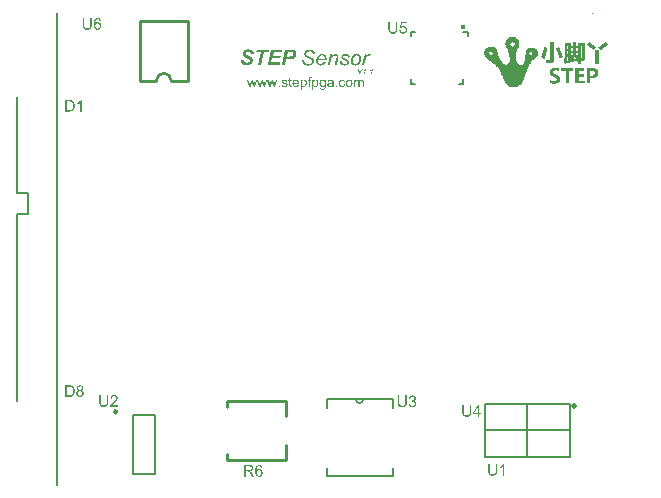
<source format=gto>
G04 Layer_Color=65535*
%FSLAX25Y25*%
%MOIN*%
G70*
G01*
G75*
%ADD23C,0.01000*%
%ADD24C,0.00600*%
%ADD34C,0.00984*%
%ADD35C,0.01575*%
%ADD36C,0.01969*%
%ADD37C,0.00600*%
%ADD38C,0.00787*%
%ADD39C,0.00200*%
%ADD40C,0.00100*%
G36*
X453255Y473889D02*
X453274D01*
X453296Y473885D01*
X453352Y473874D01*
X453418Y473859D01*
X453500Y473833D01*
X453588Y473800D01*
X453688Y473756D01*
X453429Y473167D01*
X453422Y473171D01*
X453400Y473186D01*
X453366Y473204D01*
X453322Y473230D01*
X453270Y473252D01*
X453207Y473271D01*
X453141Y473286D01*
X453070Y473289D01*
X453056D01*
X453037Y473286D01*
X453011Y473282D01*
X452982Y473278D01*
X452948Y473271D01*
X452904Y473260D01*
X452859Y473241D01*
X452811Y473223D01*
X452756Y473197D01*
X452700Y473167D01*
X452641Y473130D01*
X452578Y473090D01*
X452515Y473038D01*
X452453Y472982D01*
X452386Y472916D01*
X452382Y472912D01*
X452371Y472897D01*
X452353Y472875D01*
X452327Y472842D01*
X452297Y472801D01*
X452264Y472749D01*
X452227Y472686D01*
X452186Y472612D01*
X452142Y472523D01*
X452097Y472427D01*
X452049Y472320D01*
X452005Y472198D01*
X451957Y472065D01*
X451912Y471917D01*
X451872Y471758D01*
X451831Y471584D01*
X451520Y470100D01*
X450921D01*
X451698Y473811D01*
X452260D01*
X452097Y473049D01*
X452101Y473053D01*
X452112Y473067D01*
X452127Y473090D01*
X452149Y473119D01*
X452175Y473156D01*
X452205Y473197D01*
X452238Y473241D01*
X452279Y473289D01*
X452364Y473393D01*
X452460Y473500D01*
X452560Y473600D01*
X452612Y473645D01*
X452663Y473685D01*
X452667Y473689D01*
X452674Y473693D01*
X452689Y473704D01*
X452711Y473719D01*
X452737Y473733D01*
X452767Y473752D01*
X452800Y473770D01*
X452837Y473789D01*
X452919Y473826D01*
X453015Y473859D01*
X453115Y473885D01*
X453170Y473889D01*
X453222Y473892D01*
X453241D01*
X453255Y473889D01*
D02*
G37*
G36*
X445334D02*
X445382D01*
X445441Y473881D01*
X445508Y473874D01*
X445582Y473867D01*
X445663Y473852D01*
X445748Y473833D01*
X445833Y473815D01*
X445922Y473785D01*
X446011Y473756D01*
X446096Y473719D01*
X446181Y473674D01*
X446259Y473626D01*
X446329Y473567D01*
X446333Y473563D01*
X446344Y473552D01*
X446362Y473534D01*
X446388Y473508D01*
X446414Y473478D01*
X446447Y473437D01*
X446481Y473393D01*
X446514Y473341D01*
X446547Y473282D01*
X446584Y473219D01*
X446614Y473149D01*
X446643Y473075D01*
X446669Y472993D01*
X446688Y472908D01*
X446703Y472816D01*
X446710Y472720D01*
X446089Y472679D01*
Y472683D01*
Y472694D01*
X446085Y472712D01*
X446081Y472734D01*
X446077Y472764D01*
X446074Y472794D01*
X446052Y472871D01*
X446022Y472953D01*
X446003Y472997D01*
X445981Y473041D01*
X445955Y473086D01*
X445922Y473130D01*
X445889Y473171D01*
X445848Y473208D01*
X445844Y473212D01*
X445837Y473215D01*
X445826Y473226D01*
X445807Y473238D01*
X445785Y473252D01*
X445755Y473271D01*
X445722Y473289D01*
X445685Y473308D01*
X445645Y473323D01*
X445596Y473341D01*
X445548Y473360D01*
X445489Y473375D01*
X445430Y473386D01*
X445367Y473397D01*
X445297Y473400D01*
X445223Y473404D01*
X445189D01*
X445167Y473400D01*
X445141D01*
X445108Y473397D01*
X445034Y473386D01*
X444953Y473367D01*
X444868Y473341D01*
X444786Y473304D01*
X444712Y473252D01*
X444708D01*
X444705Y473245D01*
X444686Y473226D01*
X444657Y473197D01*
X444623Y473156D01*
X444590Y473108D01*
X444564Y473053D01*
X444542Y472990D01*
X444538Y472960D01*
X444534Y472927D01*
Y472923D01*
Y472919D01*
X444538Y472897D01*
X444542Y472864D01*
X444553Y472823D01*
X444571Y472775D01*
X444601Y472723D01*
X444638Y472672D01*
X444690Y472620D01*
X444694Y472616D01*
X444701Y472609D01*
X444712Y472601D01*
X444727Y472594D01*
X444745Y472583D01*
X444768Y472568D01*
X444797Y472553D01*
X444827Y472535D01*
X444868Y472512D01*
X444912Y472490D01*
X444960Y472464D01*
X445015Y472438D01*
X445078Y472409D01*
X445149Y472375D01*
X445226Y472342D01*
X445230D01*
X445234Y472338D01*
X445245Y472335D01*
X445260Y472327D01*
X445293Y472313D01*
X445341Y472290D01*
X445400Y472264D01*
X445467Y472235D01*
X445537Y472198D01*
X445611Y472161D01*
X445767Y472083D01*
X445844Y472043D01*
X445918Y472002D01*
X445985Y471961D01*
X446048Y471920D01*
X446100Y471883D01*
X446140Y471846D01*
X446144Y471843D01*
X446155Y471832D01*
X446170Y471817D01*
X446188Y471795D01*
X446211Y471765D01*
X446237Y471732D01*
X446262Y471695D01*
X446292Y471650D01*
X446322Y471598D01*
X446348Y471547D01*
X446373Y471488D01*
X446396Y471425D01*
X446414Y471358D01*
X446433Y471288D01*
X446440Y471217D01*
X446444Y471140D01*
Y471136D01*
Y471129D01*
Y471114D01*
X446440Y471092D01*
Y471069D01*
X446436Y471040D01*
X446429Y471006D01*
X446421Y470969D01*
X446403Y470888D01*
X446373Y470796D01*
X446329Y470699D01*
X446303Y470651D01*
X446274Y470600D01*
X446270Y470596D01*
X446266Y470588D01*
X446255Y470574D01*
X446240Y470555D01*
X446222Y470533D01*
X446203Y470507D01*
X446174Y470477D01*
X446144Y470448D01*
X446111Y470414D01*
X446074Y470377D01*
X446029Y470344D01*
X445985Y470307D01*
X445933Y470274D01*
X445878Y470237D01*
X445818Y470204D01*
X445755Y470174D01*
X445752D01*
X445741Y470167D01*
X445722Y470159D01*
X445693Y470148D01*
X445659Y470137D01*
X445622Y470126D01*
X445574Y470111D01*
X445522Y470096D01*
X445467Y470082D01*
X445404Y470067D01*
X445337Y470056D01*
X445263Y470045D01*
X445189Y470033D01*
X445108Y470026D01*
X444938Y470019D01*
X444908D01*
X444875Y470022D01*
X444831D01*
X444775Y470030D01*
X444712Y470037D01*
X444638Y470045D01*
X444560Y470059D01*
X444475Y470074D01*
X444386Y470096D01*
X444298Y470122D01*
X444205Y470152D01*
X444113Y470189D01*
X444020Y470229D01*
X443928Y470278D01*
X443843Y470333D01*
X443839Y470337D01*
X443824Y470348D01*
X443802Y470366D01*
X443772Y470396D01*
X443739Y470429D01*
X443702Y470470D01*
X443661Y470522D01*
X443621Y470581D01*
X443580Y470651D01*
X443543Y470725D01*
X443506Y470810D01*
X443476Y470903D01*
X443450Y471006D01*
X443432Y471117D01*
X443421Y471240D01*
Y471369D01*
X444057Y471406D01*
Y471402D01*
Y471395D01*
Y471380D01*
Y471362D01*
X444061Y471336D01*
Y471310D01*
X444068Y471247D01*
X444076Y471173D01*
X444091Y471095D01*
X444113Y471014D01*
X444139Y470940D01*
Y470936D01*
X444142Y470932D01*
X444150Y470921D01*
X444157Y470907D01*
X444176Y470873D01*
X444209Y470829D01*
X444250Y470777D01*
X444305Y470725D01*
X444368Y470674D01*
X444446Y470625D01*
X444449D01*
X444457Y470622D01*
X444468Y470614D01*
X444486Y470607D01*
X444509Y470600D01*
X444534Y470588D01*
X444564Y470577D01*
X444597Y470566D01*
X444675Y470544D01*
X444764Y470526D01*
X444864Y470511D01*
X444971Y470507D01*
X445012D01*
X445041Y470511D01*
X445075D01*
X445115Y470514D01*
X445160Y470522D01*
X445208Y470529D01*
X445308Y470548D01*
X445411Y470577D01*
X445511Y470618D01*
X445556Y470644D01*
X445596Y470674D01*
X445600Y470677D01*
X445604Y470681D01*
X445615Y470692D01*
X445630Y470703D01*
X445663Y470736D01*
X445704Y470785D01*
X445741Y470844D01*
X445774Y470910D01*
X445789Y470947D01*
X445800Y470984D01*
X445804Y471025D01*
X445807Y471066D01*
Y471069D01*
Y471073D01*
Y471095D01*
X445800Y471125D01*
X445792Y471166D01*
X445778Y471214D01*
X445755Y471266D01*
X445722Y471321D01*
X445681Y471377D01*
X445674Y471384D01*
X445667Y471391D01*
X445652Y471402D01*
X445637Y471417D01*
X445615Y471436D01*
X445585Y471454D01*
X445556Y471476D01*
X445515Y471502D01*
X445471Y471532D01*
X445419Y471561D01*
X445363Y471591D01*
X445297Y471624D01*
X445223Y471661D01*
X445141Y471698D01*
X445052Y471739D01*
X445049Y471743D01*
X445030Y471750D01*
X445004Y471761D01*
X444971Y471772D01*
X444934Y471791D01*
X444886Y471813D01*
X444838Y471835D01*
X444786Y471858D01*
X444675Y471906D01*
X444571Y471957D01*
X444523Y471980D01*
X444479Y472002D01*
X444442Y472020D01*
X444412Y472039D01*
X444409D01*
X444401Y472046D01*
X444390Y472054D01*
X444375Y472065D01*
X444331Y472094D01*
X444283Y472135D01*
X444224Y472183D01*
X444165Y472242D01*
X444109Y472305D01*
X444061Y472375D01*
Y472379D01*
X444057Y472383D01*
X444050Y472394D01*
X444042Y472409D01*
X444035Y472427D01*
X444024Y472449D01*
X444002Y472505D01*
X443980Y472572D01*
X443961Y472646D01*
X443946Y472731D01*
X443942Y472823D01*
Y472827D01*
Y472842D01*
X443946Y472868D01*
X443950Y472897D01*
X443954Y472934D01*
X443961Y472979D01*
X443972Y473030D01*
X443987Y473082D01*
X444005Y473141D01*
X444028Y473201D01*
X444057Y473264D01*
X444091Y473326D01*
X444128Y473393D01*
X444176Y473456D01*
X444227Y473519D01*
X444290Y473578D01*
X444294Y473582D01*
X444305Y473593D01*
X444327Y473608D01*
X444353Y473626D01*
X444390Y473652D01*
X444435Y473678D01*
X444486Y473707D01*
X444542Y473737D01*
X444608Y473763D01*
X444683Y473793D01*
X444760Y473818D01*
X444849Y473844D01*
X444945Y473863D01*
X445045Y473878D01*
X445152Y473889D01*
X445267Y473892D01*
X445297D01*
X445334Y473889D01*
D02*
G37*
G36*
X433431Y475302D02*
X433486Y475299D01*
X433549Y475295D01*
X433616Y475287D01*
X433694Y475280D01*
X433775Y475269D01*
X433860Y475254D01*
X433949Y475239D01*
X434038Y475217D01*
X434126Y475191D01*
X434211Y475165D01*
X434300Y475132D01*
X434382Y475095D01*
X434385Y475091D01*
X434400Y475084D01*
X434422Y475073D01*
X434452Y475058D01*
X434489Y475036D01*
X434526Y475010D01*
X434574Y474980D01*
X434622Y474947D01*
X434670Y474906D01*
X434722Y474866D01*
X434774Y474821D01*
X434826Y474769D01*
X434922Y474662D01*
X434966Y474599D01*
X435003Y474536D01*
X435007Y474533D01*
X435011Y474521D01*
X435022Y474503D01*
X435033Y474477D01*
X435048Y474447D01*
X435066Y474410D01*
X435085Y474370D01*
X435103Y474322D01*
X435118Y474274D01*
X435137Y474222D01*
X435170Y474107D01*
X435192Y473989D01*
X435196Y473930D01*
X435199Y473870D01*
Y473863D01*
Y473844D01*
Y473811D01*
X435196Y473767D01*
X434537Y473715D01*
Y473719D01*
Y473726D01*
Y473737D01*
Y473752D01*
X434533Y473789D01*
Y473837D01*
X434526Y473892D01*
X434519Y473948D01*
X434511Y474004D01*
X434496Y474052D01*
Y474055D01*
X434493Y474063D01*
X434489Y474074D01*
X434482Y474089D01*
X434467Y474126D01*
X434445Y474177D01*
X434411Y474233D01*
X434374Y474292D01*
X434330Y474355D01*
X434278Y474410D01*
X434271Y474418D01*
X434252Y474436D01*
X434219Y474462D01*
X434174Y474496D01*
X434115Y474533D01*
X434049Y474573D01*
X433967Y474610D01*
X433875Y474647D01*
X433871D01*
X433864Y474651D01*
X433849Y474655D01*
X433830Y474662D01*
X433805Y474670D01*
X433779Y474677D01*
X433745Y474684D01*
X433708Y474695D01*
X433668Y474703D01*
X433623Y474710D01*
X433527Y474725D01*
X433416Y474736D01*
X433301Y474740D01*
X433250D01*
X433209Y474736D01*
X433161Y474732D01*
X433109Y474725D01*
X433050Y474718D01*
X432983Y474707D01*
X432913Y474695D01*
X432842Y474677D01*
X432772Y474658D01*
X432698Y474633D01*
X432628Y474603D01*
X432558Y474570D01*
X432495Y474529D01*
X432432Y474484D01*
X432428Y474481D01*
X432421Y474477D01*
X432410Y474466D01*
X432395Y474451D01*
X432376Y474429D01*
X432358Y474407D01*
X432336Y474381D01*
X432313Y474348D01*
X432291Y474314D01*
X432269Y474274D01*
X432232Y474189D01*
X432217Y474140D01*
X432206Y474089D01*
X432199Y474033D01*
X432195Y473974D01*
Y473970D01*
Y473967D01*
Y473955D01*
Y473941D01*
X432199Y473907D01*
X432206Y473863D01*
X432217Y473807D01*
X432236Y473752D01*
X432258Y473693D01*
X432291Y473637D01*
X432295Y473630D01*
X432310Y473611D01*
X432336Y473582D01*
X432373Y473545D01*
X432421Y473500D01*
X432480Y473452D01*
X432554Y473400D01*
X432598Y473371D01*
X432643Y473345D01*
X432646D01*
X432654Y473341D01*
X432665Y473334D01*
X432683Y473326D01*
X432706Y473312D01*
X432739Y473297D01*
X432776Y473278D01*
X432820Y473256D01*
X432872Y473234D01*
X432935Y473204D01*
X433005Y473171D01*
X433087Y473134D01*
X433176Y473093D01*
X433275Y473049D01*
X433386Y473001D01*
X433508Y472945D01*
X433516Y472942D01*
X433534Y472934D01*
X433560Y472923D01*
X433597Y472905D01*
X433642Y472886D01*
X433694Y472860D01*
X433749Y472834D01*
X433812Y472805D01*
X433938Y472746D01*
X434063Y472679D01*
X434123Y472649D01*
X434178Y472616D01*
X434226Y472586D01*
X434271Y472561D01*
X434274Y472557D01*
X434282Y472553D01*
X434297Y472542D01*
X434315Y472527D01*
X434341Y472509D01*
X434367Y472486D01*
X434430Y472435D01*
X434496Y472372D01*
X434570Y472294D01*
X434637Y472209D01*
X434700Y472113D01*
Y472109D01*
X434707Y472102D01*
X434715Y472087D01*
X434722Y472068D01*
X434737Y472043D01*
X434748Y472013D01*
X434763Y471980D01*
X434778Y471939D01*
X434789Y471898D01*
X434803Y471850D01*
X434829Y471750D01*
X434844Y471635D01*
X434852Y471513D01*
Y471510D01*
Y471495D01*
Y471473D01*
X434848Y471443D01*
X434844Y471406D01*
X434837Y471365D01*
X434829Y471317D01*
X434818Y471262D01*
X434807Y471206D01*
X434789Y471143D01*
X434770Y471080D01*
X434744Y471014D01*
X434715Y470947D01*
X434681Y470881D01*
X434641Y470814D01*
X434596Y470748D01*
X434593Y470744D01*
X434585Y470733D01*
X434570Y470714D01*
X434552Y470688D01*
X434526Y470659D01*
X434493Y470625D01*
X434456Y470588D01*
X434415Y470548D01*
X434367Y470503D01*
X434315Y470459D01*
X434256Y470414D01*
X434197Y470370D01*
X434126Y470326D01*
X434056Y470281D01*
X433978Y470241D01*
X433897Y470204D01*
X433893Y470200D01*
X433879Y470196D01*
X433853Y470185D01*
X433819Y470174D01*
X433775Y470159D01*
X433727Y470144D01*
X433668Y470126D01*
X433601Y470111D01*
X433527Y470093D01*
X433449Y470074D01*
X433364Y470059D01*
X433275Y470045D01*
X433183Y470033D01*
X433083Y470022D01*
X432979Y470019D01*
X432872Y470015D01*
X432813D01*
X432787Y470019D01*
X432761D01*
X432728Y470022D01*
X432654Y470026D01*
X432569Y470033D01*
X432473Y470048D01*
X432369Y470063D01*
X432258Y470082D01*
X432143Y470107D01*
X432025Y470137D01*
X431906Y470174D01*
X431788Y470218D01*
X431670Y470266D01*
X431559Y470326D01*
X431451Y470392D01*
X431444Y470396D01*
X431429Y470411D01*
X431399Y470433D01*
X431366Y470466D01*
X431322Y470511D01*
X431277Y470563D01*
X431226Y470629D01*
X431178Y470703D01*
X431126Y470792D01*
X431074Y470892D01*
X431030Y471003D01*
X430985Y471129D01*
X430952Y471266D01*
X430922Y471417D01*
X430907Y471580D01*
X430900Y471758D01*
X431570Y471820D01*
X431562Y471639D01*
Y471635D01*
Y471624D01*
Y471610D01*
X431566Y471587D01*
Y471561D01*
X431570Y471532D01*
X431573Y471499D01*
X431581Y471462D01*
X431596Y471377D01*
X431618Y471284D01*
X431651Y471192D01*
X431696Y471095D01*
Y471092D01*
X431703Y471084D01*
X431710Y471073D01*
X431721Y471055D01*
X431755Y471010D01*
X431803Y470955D01*
X431832Y470925D01*
X431866Y470892D01*
X431903Y470862D01*
X431943Y470829D01*
X431988Y470799D01*
X432036Y470770D01*
X432091Y470740D01*
X432147Y470714D01*
X432151D01*
X432162Y470707D01*
X432180Y470703D01*
X432202Y470692D01*
X432232Y470685D01*
X432269Y470674D01*
X432310Y470659D01*
X432358Y470648D01*
X432410Y470637D01*
X432469Y470622D01*
X432528Y470611D01*
X432595Y470603D01*
X432665Y470592D01*
X432739Y470588D01*
X432894Y470581D01*
X432920D01*
X432954Y470585D01*
X432994D01*
X433046Y470588D01*
X433105Y470596D01*
X433172Y470603D01*
X433242Y470614D01*
X433320Y470629D01*
X433394Y470648D01*
X433475Y470666D01*
X433553Y470692D01*
X433627Y470725D01*
X433701Y470759D01*
X433771Y470799D01*
X433834Y470847D01*
X433838Y470851D01*
X433849Y470858D01*
X433864Y470873D01*
X433886Y470895D01*
X433908Y470921D01*
X433938Y470951D01*
X433967Y470988D01*
X433997Y471025D01*
X434026Y471069D01*
X434056Y471117D01*
X434086Y471169D01*
X434108Y471221D01*
X434130Y471280D01*
X434145Y471340D01*
X434156Y471402D01*
X434160Y471465D01*
Y471469D01*
Y471476D01*
Y471488D01*
X434156Y471506D01*
Y471528D01*
X434152Y471550D01*
X434137Y471610D01*
X434119Y471680D01*
X434086Y471754D01*
X434045Y471828D01*
X434015Y471869D01*
X433986Y471906D01*
X433982Y471909D01*
X433978Y471913D01*
X433964Y471928D01*
X433945Y471943D01*
X433923Y471961D01*
X433890Y471987D01*
X433849Y472013D01*
X433801Y472046D01*
X433745Y472080D01*
X433679Y472120D01*
X433601Y472165D01*
X433512Y472213D01*
X433412Y472261D01*
X433298Y472316D01*
X433176Y472375D01*
X433035Y472435D01*
X433028Y472438D01*
X433009Y472446D01*
X432979Y472461D01*
X432935Y472479D01*
X432887Y472501D01*
X432831Y472527D01*
X432768Y472553D01*
X432706Y472583D01*
X432569Y472649D01*
X432432Y472716D01*
X432369Y472749D01*
X432310Y472779D01*
X432254Y472812D01*
X432210Y472838D01*
X432206Y472842D01*
X432195Y472849D01*
X432176Y472860D01*
X432154Y472879D01*
X432125Y472897D01*
X432091Y472923D01*
X432017Y472986D01*
X431932Y473056D01*
X431847Y473141D01*
X431770Y473234D01*
X431733Y473282D01*
X431699Y473330D01*
Y473334D01*
X431692Y473341D01*
X431684Y473356D01*
X431673Y473378D01*
X431662Y473404D01*
X431647Y473434D01*
X431633Y473467D01*
X431618Y473508D01*
X431603Y473548D01*
X431588Y473596D01*
X431562Y473700D01*
X431544Y473815D01*
X431540Y473878D01*
X431536Y473941D01*
Y473944D01*
Y473959D01*
Y473978D01*
X431540Y474007D01*
X431544Y474041D01*
X431547Y474081D01*
X431555Y474126D01*
X431562Y474177D01*
X431573Y474229D01*
X431588Y474285D01*
X431607Y474344D01*
X431629Y474407D01*
X431651Y474466D01*
X431681Y474529D01*
X431714Y474592D01*
X431751Y474651D01*
X431755Y474655D01*
X431762Y474666D01*
X431773Y474681D01*
X431792Y474703D01*
X431814Y474729D01*
X431844Y474762D01*
X431873Y474795D01*
X431914Y474832D01*
X431954Y474869D01*
X432003Y474910D01*
X432054Y474951D01*
X432110Y474991D01*
X432173Y475028D01*
X432239Y475065D01*
X432310Y475102D01*
X432384Y475136D01*
X432387Y475139D01*
X432402Y475143D01*
X432424Y475150D01*
X432458Y475162D01*
X432498Y475176D01*
X432543Y475191D01*
X432598Y475206D01*
X432657Y475221D01*
X432724Y475236D01*
X432798Y475250D01*
X432876Y475265D01*
X432957Y475280D01*
X433046Y475291D01*
X433135Y475299D01*
X433231Y475306D01*
X433386D01*
X433431Y475302D01*
D02*
G37*
G36*
X442048Y473889D02*
X442089Y473885D01*
X442133Y473878D01*
X442181Y473870D01*
X442233Y473863D01*
X442348Y473833D01*
X442407Y473811D01*
X442466Y473789D01*
X442525Y473759D01*
X442585Y473726D01*
X442636Y473689D01*
X442688Y473645D01*
X442692Y473641D01*
X442699Y473633D01*
X442710Y473619D01*
X442729Y473600D01*
X442747Y473574D01*
X442770Y473545D01*
X442796Y473511D01*
X442818Y473471D01*
X442844Y473426D01*
X442866Y473378D01*
X442888Y473323D01*
X442907Y473264D01*
X442925Y473201D01*
X442936Y473134D01*
X442943Y473060D01*
X442947Y472986D01*
Y472982D01*
Y472975D01*
Y472964D01*
Y472949D01*
X442943Y472927D01*
Y472897D01*
X442940Y472868D01*
X442936Y472831D01*
X442929Y472786D01*
X442925Y472738D01*
X442918Y472686D01*
X442907Y472627D01*
X442895Y472564D01*
X442884Y472494D01*
X442870Y472420D01*
X442851Y472338D01*
X442351Y470100D01*
X441722D01*
X442240Y472446D01*
Y472449D01*
X442244Y472461D01*
X442248Y472479D01*
X442252Y472501D01*
X442259Y472531D01*
X442266Y472564D01*
X442281Y472638D01*
X442292Y472720D01*
X442307Y472805D01*
X442314Y472886D01*
X442318Y472919D01*
Y472953D01*
Y472956D01*
Y472960D01*
X442314Y472982D01*
X442311Y473016D01*
X442303Y473060D01*
X442285Y473108D01*
X442263Y473156D01*
X442233Y473208D01*
X442189Y473252D01*
X442181Y473256D01*
X442167Y473271D01*
X442133Y473289D01*
X442093Y473312D01*
X442041Y473334D01*
X441974Y473352D01*
X441900Y473367D01*
X441811Y473371D01*
X441789D01*
X441763Y473367D01*
X441730D01*
X441685Y473360D01*
X441634Y473352D01*
X441578Y473341D01*
X441515Y473326D01*
X441449Y473308D01*
X441378Y473286D01*
X441308Y473256D01*
X441234Y473223D01*
X441156Y473182D01*
X441079Y473134D01*
X441005Y473082D01*
X440931Y473019D01*
X440927Y473016D01*
X440912Y473004D01*
X440894Y472982D01*
X440868Y472953D01*
X440835Y472912D01*
X440801Y472864D01*
X440761Y472808D01*
X440716Y472738D01*
X440672Y472664D01*
X440624Y472575D01*
X440576Y472475D01*
X440531Y472368D01*
X440483Y472250D01*
X440442Y472120D01*
X440402Y471976D01*
X440365Y471824D01*
X440009Y470100D01*
X439380D01*
X440154Y473811D01*
X440727D01*
X440594Y473164D01*
X440598Y473167D01*
X440613Y473182D01*
X440631Y473201D01*
X440657Y473226D01*
X440690Y473256D01*
X440731Y473293D01*
X440775Y473330D01*
X440823Y473375D01*
X440875Y473419D01*
X440931Y473463D01*
X441053Y473556D01*
X441175Y473641D01*
X441238Y473682D01*
X441301Y473715D01*
X441304Y473719D01*
X441316Y473722D01*
X441334Y473730D01*
X441356Y473744D01*
X441390Y473756D01*
X441423Y473770D01*
X441464Y473789D01*
X441508Y473804D01*
X441556Y473822D01*
X441611Y473837D01*
X441722Y473867D01*
X441848Y473885D01*
X441911Y473889D01*
X441974Y473892D01*
X442019D01*
X442048Y473889D01*
D02*
G37*
G36*
X433711Y466274D02*
X433754D01*
X433778Y466272D01*
X433805Y466270D01*
X433834Y466267D01*
X433898Y466258D01*
X433970Y466248D01*
X434047Y466234D01*
X433985Y465878D01*
X433980D01*
X433973Y465881D01*
X433963Y465883D01*
X433939Y465886D01*
X433908Y465890D01*
X433870Y465895D01*
X433829Y465898D01*
X433745Y465902D01*
X433716D01*
X433699Y465900D01*
X433682Y465898D01*
X433644Y465893D01*
X433601Y465883D01*
X433558Y465869D01*
X433517Y465850D01*
X433500Y465838D01*
X433483Y465823D01*
X433481Y465818D01*
X433471Y465806D01*
X433459Y465787D01*
X433452Y465773D01*
X433445Y465756D01*
X433438Y465737D01*
X433430Y465718D01*
X433423Y465691D01*
X433418Y465665D01*
X433414Y465636D01*
X433409Y465602D01*
X433406Y465566D01*
Y465528D01*
Y465307D01*
X433874D01*
Y464990D01*
X433409D01*
Y462900D01*
X433001D01*
Y464990D01*
X432641D01*
Y465307D01*
X433001D01*
Y465562D01*
Y465564D01*
Y465571D01*
Y465586D01*
Y465602D01*
X433003Y465622D01*
Y465646D01*
Y465670D01*
X433006Y465698D01*
X433010Y465756D01*
X433018Y465816D01*
X433027Y465874D01*
X433034Y465898D01*
X433042Y465922D01*
Y465924D01*
X433044Y465929D01*
X433049Y465936D01*
X433054Y465948D01*
X433061Y465962D01*
X433068Y465977D01*
X433090Y466013D01*
X433118Y466054D01*
X433154Y466097D01*
X433198Y466140D01*
X433250Y466178D01*
X433253D01*
X433258Y466183D01*
X433265Y466188D01*
X433277Y466193D01*
X433294Y466202D01*
X433313Y466210D01*
X433334Y466219D01*
X433358Y466229D01*
X433387Y466236D01*
X433418Y466246D01*
X433452Y466255D01*
X433488Y466262D01*
X433529Y466267D01*
X433572Y466272D01*
X433618Y466277D01*
X433697D01*
X433711Y466274D01*
D02*
G37*
G36*
X435312Y465358D02*
X435338Y465355D01*
X435370Y465350D01*
X435403Y465346D01*
X435442Y465341D01*
X435482Y465331D01*
X435526Y465322D01*
X435571Y465307D01*
X435617Y465293D01*
X435665Y465274D01*
X435710Y465252D01*
X435756Y465228D01*
X435802Y465199D01*
X435804Y465197D01*
X435811Y465192D01*
X435823Y465182D01*
X435840Y465170D01*
X435862Y465154D01*
X435883Y465134D01*
X435907Y465110D01*
X435936Y465084D01*
X435965Y465055D01*
X435994Y465022D01*
X436022Y464983D01*
X436054Y464945D01*
X436082Y464902D01*
X436109Y464854D01*
X436135Y464806D01*
X436159Y464753D01*
X436162Y464750D01*
X436164Y464741D01*
X436171Y464724D01*
X436178Y464702D01*
X436188Y464676D01*
X436198Y464645D01*
X436207Y464606D01*
X436219Y464566D01*
X436231Y464520D01*
X436241Y464472D01*
X436250Y464419D01*
X436260Y464364D01*
X436267Y464306D01*
X436274Y464246D01*
X436277Y464186D01*
X436279Y464122D01*
Y464117D01*
Y464105D01*
Y464086D01*
X436277Y464059D01*
X436274Y464028D01*
X436272Y463990D01*
X436267Y463946D01*
X436262Y463901D01*
X436255Y463850D01*
X436246Y463798D01*
X436222Y463685D01*
X436207Y463627D01*
X436190Y463570D01*
X436169Y463512D01*
X436145Y463457D01*
X436142Y463454D01*
X436138Y463445D01*
X436130Y463428D01*
X436121Y463409D01*
X436106Y463382D01*
X436090Y463356D01*
X436070Y463322D01*
X436046Y463289D01*
X436022Y463253D01*
X435994Y463217D01*
X435962Y463178D01*
X435926Y463140D01*
X435890Y463104D01*
X435850Y463068D01*
X435806Y463034D01*
X435761Y463003D01*
X435758Y463001D01*
X435749Y462996D01*
X435737Y462989D01*
X435718Y462979D01*
X435694Y462967D01*
X435667Y462953D01*
X435636Y462941D01*
X435600Y462926D01*
X435562Y462910D01*
X435521Y462898D01*
X435478Y462883D01*
X435432Y462871D01*
X435384Y462862D01*
X435334Y462854D01*
X435283Y462850D01*
X435230Y462847D01*
X435211D01*
X435197Y462850D01*
X435178D01*
X435158Y462852D01*
X435134Y462854D01*
X435108Y462857D01*
X435050Y462869D01*
X434990Y462883D01*
X434926Y462902D01*
X434863Y462931D01*
X434861D01*
X434856Y462936D01*
X434849Y462941D01*
X434837Y462948D01*
X434822Y462955D01*
X434808Y462965D01*
X434770Y462991D01*
X434729Y463022D01*
X434683Y463061D01*
X434640Y463102D01*
X434599Y463150D01*
Y461978D01*
X434191D01*
Y465307D01*
X434563D01*
Y464993D01*
X434566Y464995D01*
X434568Y465000D01*
X434575Y465010D01*
X434587Y465024D01*
X434599Y465038D01*
X434614Y465055D01*
X434650Y465096D01*
X434693Y465139D01*
X434743Y465185D01*
X434798Y465228D01*
X434858Y465266D01*
X434861D01*
X434866Y465271D01*
X434875Y465276D01*
X434887Y465281D01*
X434904Y465288D01*
X434923Y465295D01*
X434945Y465305D01*
X434971Y465314D01*
X434998Y465322D01*
X435029Y465331D01*
X435062Y465338D01*
X435098Y465346D01*
X435175Y465355D01*
X435259Y465360D01*
X435288D01*
X435312Y465358D01*
D02*
G37*
G36*
X449134Y473889D02*
X449178Y473885D01*
X449237Y473881D01*
X449300Y473870D01*
X449374Y473855D01*
X449455Y473841D01*
X449541Y473818D01*
X449629Y473789D01*
X449718Y473756D01*
X449807Y473715D01*
X449899Y473667D01*
X449988Y473611D01*
X450070Y473545D01*
X450151Y473471D01*
X450155Y473467D01*
X450170Y473452D01*
X450188Y473426D01*
X450214Y473393D01*
X450247Y473352D01*
X450281Y473301D01*
X450318Y473241D01*
X450358Y473175D01*
X450395Y473097D01*
X450432Y473012D01*
X450466Y472919D01*
X450499Y472820D01*
X450525Y472709D01*
X450543Y472594D01*
X450558Y472472D01*
X450562Y472342D01*
Y472335D01*
Y472313D01*
Y472279D01*
X450558Y472235D01*
X450554Y472176D01*
X450547Y472109D01*
X450540Y472035D01*
X450528Y471954D01*
X450517Y471865D01*
X450499Y471769D01*
X450477Y471672D01*
X450455Y471569D01*
X450421Y471465D01*
X450388Y471362D01*
X450347Y471254D01*
X450303Y471151D01*
X450299Y471143D01*
X450292Y471129D01*
X450277Y471099D01*
X450255Y471062D01*
X450229Y471014D01*
X450196Y470962D01*
X450159Y470903D01*
X450114Y470840D01*
X450066Y470773D01*
X450010Y470707D01*
X449948Y470637D01*
X449885Y470566D01*
X449811Y470496D01*
X449737Y470429D01*
X449655Y470370D01*
X449567Y470311D01*
X449563Y470307D01*
X449544Y470300D01*
X449518Y470285D01*
X449485Y470266D01*
X449441Y470244D01*
X449389Y470218D01*
X449330Y470192D01*
X449263Y470167D01*
X449189Y470137D01*
X449111Y470111D01*
X449026Y470085D01*
X448941Y470063D01*
X448849Y470045D01*
X448756Y470030D01*
X448660Y470022D01*
X448560Y470019D01*
X448519D01*
X448486Y470022D01*
X448449Y470026D01*
X448405Y470030D01*
X448353Y470033D01*
X448301Y470041D01*
X448242Y470052D01*
X448179Y470063D01*
X448046Y470096D01*
X447975Y470115D01*
X447909Y470141D01*
X447839Y470167D01*
X447772Y470200D01*
X447768Y470204D01*
X447757Y470207D01*
X447739Y470218D01*
X447713Y470233D01*
X447683Y470252D01*
X447650Y470278D01*
X447613Y470303D01*
X447572Y470333D01*
X447532Y470370D01*
X447487Y470407D01*
X447439Y470451D01*
X447395Y470500D01*
X447350Y470548D01*
X447309Y470603D01*
X447269Y470659D01*
X447232Y470722D01*
X447228Y470725D01*
X447224Y470736D01*
X447213Y470755D01*
X447202Y470781D01*
X447187Y470814D01*
X447173Y470851D01*
X447158Y470899D01*
X447139Y470947D01*
X447121Y471003D01*
X447106Y471062D01*
X447091Y471129D01*
X447076Y471195D01*
X447065Y471269D01*
X447054Y471343D01*
X447051Y471425D01*
X447047Y471506D01*
Y471510D01*
Y471517D01*
Y471532D01*
Y471554D01*
X447051Y471580D01*
Y471610D01*
X447054Y471647D01*
X447058Y471687D01*
X447062Y471732D01*
X447065Y471780D01*
X447080Y471887D01*
X447099Y472009D01*
X447128Y472139D01*
X447161Y472279D01*
X447202Y472424D01*
X447254Y472572D01*
X447317Y472723D01*
X447387Y472875D01*
X447472Y473023D01*
X447572Y473167D01*
X447624Y473238D01*
X447683Y473304D01*
X447691Y473312D01*
X447709Y473330D01*
X447739Y473360D01*
X447779Y473397D01*
X447831Y473441D01*
X447894Y473489D01*
X447972Y473545D01*
X448053Y473600D01*
X448149Y473652D01*
X448253Y473707D01*
X448368Y473756D01*
X448490Y473800D01*
X448623Y473837D01*
X448764Y473867D01*
X448912Y473885D01*
X449067Y473892D01*
X449097D01*
X449134Y473889D01*
D02*
G37*
G36*
X437575D02*
X437623Y473885D01*
X437678Y473881D01*
X437741Y473870D01*
X437815Y473859D01*
X437893Y473841D01*
X437974Y473818D01*
X438063Y473793D01*
X438148Y473759D01*
X438237Y473719D01*
X438326Y473670D01*
X438411Y473615D01*
X438492Y473552D01*
X438570Y473478D01*
X438574Y473474D01*
X438589Y473460D01*
X438607Y473437D01*
X438633Y473404D01*
X438663Y473360D01*
X438696Y473312D01*
X438733Y473252D01*
X438770Y473182D01*
X438807Y473108D01*
X438844Y473023D01*
X438877Y472930D01*
X438907Y472831D01*
X438933Y472723D01*
X438951Y472609D01*
X438966Y472483D01*
X438970Y472353D01*
Y472350D01*
Y472342D01*
Y472327D01*
Y472305D01*
Y472283D01*
X438966Y472253D01*
Y472220D01*
X438962Y472183D01*
X438959Y472098D01*
X438947Y472006D01*
X438936Y471906D01*
X438918Y471798D01*
X436191D01*
Y471795D01*
X436187Y471780D01*
Y471758D01*
X436184Y471732D01*
X436180Y471702D01*
Y471669D01*
X436176Y471602D01*
Y471595D01*
Y471580D01*
Y471554D01*
X436180Y471517D01*
X436184Y471473D01*
X436187Y471425D01*
X436195Y471365D01*
X436206Y471306D01*
X436235Y471180D01*
X436254Y471114D01*
X436276Y471047D01*
X436302Y470981D01*
X436335Y470921D01*
X436372Y470862D01*
X436413Y470807D01*
X436417Y470803D01*
X436424Y470796D01*
X436439Y470781D01*
X436457Y470766D01*
X436480Y470744D01*
X436509Y470722D01*
X436539Y470696D01*
X436576Y470674D01*
X436617Y470648D01*
X436661Y470622D01*
X436761Y470577D01*
X436816Y470563D01*
X436875Y470548D01*
X436935Y470540D01*
X436998Y470537D01*
X437031D01*
X437053Y470540D01*
X437083Y470544D01*
X437116Y470548D01*
X437157Y470555D01*
X437201Y470563D01*
X437297Y470588D01*
X437349Y470607D01*
X437405Y470625D01*
X437464Y470651D01*
X437519Y470677D01*
X437578Y470711D01*
X437638Y470748D01*
X437641Y470751D01*
X437652Y470759D01*
X437667Y470770D01*
X437689Y470788D01*
X437715Y470810D01*
X437745Y470836D01*
X437782Y470866D01*
X437815Y470903D01*
X437856Y470944D01*
X437897Y470988D01*
X437937Y471040D01*
X437978Y471095D01*
X438015Y471154D01*
X438056Y471217D01*
X438093Y471284D01*
X438126Y471358D01*
X438740Y471295D01*
Y471291D01*
X438733Y471273D01*
X438726Y471251D01*
X438711Y471217D01*
X438696Y471177D01*
X438674Y471129D01*
X438648Y471073D01*
X438615Y471014D01*
X438578Y470951D01*
X438533Y470881D01*
X438481Y470810D01*
X438426Y470736D01*
X438363Y470659D01*
X438293Y470581D01*
X438215Y470503D01*
X438130Y470426D01*
X438126Y470422D01*
X438108Y470407D01*
X438082Y470389D01*
X438045Y470363D01*
X438000Y470333D01*
X437945Y470296D01*
X437882Y470259D01*
X437812Y470222D01*
X437730Y470185D01*
X437645Y470148D01*
X437553Y470115D01*
X437453Y470082D01*
X437345Y470056D01*
X437234Y470037D01*
X437116Y470022D01*
X436994Y470019D01*
X436953D01*
X436924Y470022D01*
X436887Y470026D01*
X436846Y470030D01*
X436798Y470033D01*
X436746Y470041D01*
X436691Y470052D01*
X436628Y470063D01*
X436502Y470100D01*
X436435Y470119D01*
X436369Y470144D01*
X436306Y470174D01*
X436239Y470207D01*
X436235Y470211D01*
X436224Y470215D01*
X436206Y470226D01*
X436184Y470244D01*
X436154Y470263D01*
X436121Y470285D01*
X436084Y470315D01*
X436043Y470348D01*
X436002Y470385D01*
X435958Y470426D01*
X435917Y470470D01*
X435873Y470518D01*
X435828Y470574D01*
X435788Y470629D01*
X435751Y470692D01*
X435714Y470759D01*
X435710Y470762D01*
X435706Y470777D01*
X435699Y470796D01*
X435688Y470822D01*
X435673Y470858D01*
X435658Y470899D01*
X435643Y470947D01*
X435625Y470999D01*
X435610Y471058D01*
X435592Y471121D01*
X435577Y471192D01*
X435566Y471262D01*
X435551Y471340D01*
X435543Y471421D01*
X435540Y471502D01*
X435536Y471587D01*
Y471595D01*
Y471613D01*
X435540Y471647D01*
Y471691D01*
X435543Y471746D01*
X435551Y471809D01*
X435558Y471883D01*
X435569Y471961D01*
X435584Y472050D01*
X435603Y472142D01*
X435625Y472239D01*
X435654Y472338D01*
X435684Y472442D01*
X435721Y472549D01*
X435766Y472657D01*
X435814Y472764D01*
X435817Y472771D01*
X435828Y472790D01*
X435843Y472820D01*
X435865Y472857D01*
X435891Y472905D01*
X435925Y472960D01*
X435965Y473019D01*
X436010Y473086D01*
X436061Y473152D01*
X436117Y473223D01*
X436176Y473293D01*
X436239Y473363D01*
X436309Y473434D01*
X436383Y473500D01*
X436461Y473560D01*
X436543Y473615D01*
X436546Y473619D01*
X436565Y473626D01*
X436587Y473641D01*
X436620Y473659D01*
X436661Y473678D01*
X436713Y473704D01*
X436768Y473730D01*
X436831Y473756D01*
X436901Y473781D01*
X436975Y473804D01*
X437057Y473830D01*
X437142Y473848D01*
X437227Y473867D01*
X437320Y473881D01*
X437416Y473889D01*
X437512Y473892D01*
X437541D01*
X437575Y473889D01*
D02*
G37*
G36*
X419624Y474466D02*
X418137D01*
X417245Y470200D01*
X416194D01*
X417086Y474466D01*
X415587D01*
X415765Y475321D01*
X419802D01*
X419624Y474466D01*
D02*
G37*
G36*
X522085Y476641D02*
X522662D01*
Y475809D01*
X522085D01*
Y474913D01*
X522750D01*
Y474081D01*
X522002D01*
X521840Y473601D01*
X522232Y473735D01*
X522898Y472104D01*
Y477440D01*
X525014D01*
Y472242D01*
Y472238D01*
Y472229D01*
Y472210D01*
Y472187D01*
X525009Y472155D01*
Y472122D01*
X525000Y472044D01*
X524986Y471956D01*
X524963Y471868D01*
X524935Y471780D01*
X524894Y471702D01*
X524889Y471693D01*
X524871Y471674D01*
X524843Y471642D01*
X524806Y471605D01*
X524760Y471568D01*
X524704Y471531D01*
X524640Y471503D01*
X524566Y471485D01*
X524556D01*
X524543Y471480D01*
X524529D01*
X524506Y471476D01*
X524478D01*
X524445Y471471D01*
X524409Y471466D01*
X524367Y471462D01*
X524321Y471457D01*
X524265Y471453D01*
X524210Y471448D01*
X524145D01*
X524081Y471443D01*
X524007Y471439D01*
X523928Y471434D01*
Y471439D01*
X523923Y471448D01*
Y471462D01*
X523919Y471480D01*
X523910Y471503D01*
X523905Y471536D01*
X523896Y471573D01*
X523882Y471614D01*
X523868Y471660D01*
X523854Y471711D01*
X523840Y471767D01*
X523822Y471831D01*
X523803Y471896D01*
X523780Y471965D01*
X523729Y472122D01*
Y470607D01*
X522898D01*
Y471351D01*
X522440Y471171D01*
X522330Y471485D01*
X522316D01*
X522297Y471480D01*
X522279D01*
X522246Y471476D01*
X522214D01*
X522177Y471471D01*
X522131Y471466D01*
X522034Y471453D01*
X521918Y471443D01*
X521798Y471425D01*
X521664Y471411D01*
X521526Y471392D01*
X521383Y471374D01*
X521239Y471351D01*
X521101Y471332D01*
X520967Y471309D01*
X520842Y471286D01*
X520726Y471258D01*
X520625Y471235D01*
X520366Y471813D01*
Y471545D01*
Y471540D01*
Y471531D01*
Y471513D01*
Y471489D01*
X520361Y471457D01*
Y471425D01*
X520352Y471346D01*
X520334Y471263D01*
X520311Y471171D01*
X520278Y471083D01*
X520237Y471004D01*
X520232Y470995D01*
X520214Y470972D01*
X520186Y470940D01*
X520144Y470903D01*
X520089Y470861D01*
X520024Y470820D01*
X519950Y470787D01*
X519863Y470764D01*
X519853D01*
X519835Y470759D01*
X519816D01*
X519789Y470755D01*
X519761Y470750D01*
X519724Y470746D01*
X519678Y470741D01*
X519631Y470736D01*
X519576D01*
X519516Y470732D01*
X519451Y470727D01*
X519142D01*
Y470732D01*
X519137Y470746D01*
X519133Y470769D01*
X519128Y470796D01*
X519123Y470833D01*
X519114Y470875D01*
X519105Y470926D01*
X519091Y470981D01*
X519077Y471046D01*
X519063Y471111D01*
X519031Y471258D01*
X518998Y471420D01*
X518957Y471591D01*
Y471586D01*
X518952Y471568D01*
X518943Y471540D01*
X518934Y471503D01*
X518920Y471457D01*
X518901Y471402D01*
X518883Y471337D01*
X518860Y471272D01*
X518832Y471198D01*
X518805Y471120D01*
X518735Y470954D01*
X518657Y470778D01*
X518569Y470602D01*
X518564Y470607D01*
X518560Y470616D01*
X518541Y470635D01*
X518523Y470662D01*
X518500Y470695D01*
X518472Y470732D01*
X518435Y470773D01*
X518398Y470824D01*
X518356Y470880D01*
X518310Y470935D01*
X518204Y471064D01*
X518088Y471208D01*
X517959Y471360D01*
X517964Y471369D01*
X517973Y471392D01*
X517987Y471429D01*
X518001Y471476D01*
X518024Y471540D01*
X518047Y471614D01*
X518075Y471697D01*
X518102Y471794D01*
X518135Y471896D01*
X518162Y472007D01*
X518190Y472122D01*
X518218Y472247D01*
X518241Y472381D01*
X518264Y472515D01*
X518282Y472654D01*
X518296Y472792D01*
Y472801D01*
X518301Y472829D01*
Y472875D01*
X518306Y472935D01*
X518310Y473019D01*
X518319Y473116D01*
Y473176D01*
X518324Y473236D01*
X518329Y473301D01*
Y473374D01*
X518333Y473448D01*
X518338Y473527D01*
Y473610D01*
X518342Y473702D01*
Y473795D01*
X518347Y473897D01*
Y473998D01*
X518352Y474104D01*
Y474220D01*
X518356Y474335D01*
Y474460D01*
Y474585D01*
Y474719D01*
Y474857D01*
Y474996D01*
Y475144D01*
Y477588D01*
X520366D01*
Y472146D01*
X520371Y472155D01*
X520385Y472178D01*
X520408Y472215D01*
X520435Y472266D01*
X520472Y472335D01*
X520514Y472418D01*
X520565Y472515D01*
X520615Y472626D01*
X520676Y472755D01*
X520736Y472898D01*
X520805Y473056D01*
X520870Y473231D01*
X520939Y473421D01*
X521013Y473624D01*
X521082Y473846D01*
X521156Y474081D01*
X520514D01*
Y474913D01*
X521230D01*
Y475809D01*
X520615D01*
Y476641D01*
X521230D01*
Y477860D01*
X522085D01*
Y476641D01*
D02*
G37*
G36*
X514739Y472252D02*
Y472242D01*
Y472219D01*
Y472182D01*
X514734Y472132D01*
Y472072D01*
X514725Y472002D01*
X514720Y471928D01*
X514711Y471845D01*
X514683Y471674D01*
X514642Y471494D01*
X514619Y471411D01*
X514586Y471328D01*
X514554Y471254D01*
X514512Y471184D01*
X514508Y471180D01*
X514503Y471171D01*
X514489Y471152D01*
X514471Y471129D01*
X514448Y471101D01*
X514420Y471074D01*
X514356Y471004D01*
X514272Y470935D01*
X514171Y470866D01*
X514115Y470838D01*
X514060Y470815D01*
X513995Y470792D01*
X513930Y470778D01*
X513926D01*
X513912Y470773D01*
X513889D01*
X513857Y470769D01*
X513810Y470764D01*
X513750Y470759D01*
X513681Y470750D01*
X513593Y470746D01*
X513491Y470741D01*
X513376Y470732D01*
X513247Y470727D01*
X513094Y470722D01*
X513011D01*
X512928Y470718D01*
X512739D01*
X512637Y470713D01*
X512304D01*
Y470722D01*
X512299Y470741D01*
X512295Y470773D01*
X512286Y470820D01*
X512272Y470875D01*
X512263Y470940D01*
X512244Y471014D01*
X512230Y471092D01*
X512212Y471180D01*
X512189Y471272D01*
X512143Y471466D01*
X512092Y471670D01*
X512032Y471873D01*
X512036D01*
X512059Y471868D01*
X512087D01*
X512133Y471864D01*
X512184Y471859D01*
X512244Y471854D01*
X512309Y471845D01*
X512383Y471840D01*
X512461Y471836D01*
X512544Y471827D01*
X512720Y471817D01*
X512895Y471813D01*
X513066Y471808D01*
X513090D01*
X513113Y471813D01*
X513150Y471817D01*
X513187Y471827D01*
X513233Y471840D01*
X513279Y471859D01*
X513330Y471887D01*
X513376Y471919D01*
X513422Y471956D01*
X513468Y472007D01*
X513505Y472067D01*
X513542Y472136D01*
X513565Y472215D01*
X513584Y472312D01*
X513588Y472418D01*
Y477837D01*
X514739D01*
Y472252D01*
D02*
G37*
G36*
X516444Y476239D02*
X516453Y476225D01*
X516462Y476202D01*
X516476Y476169D01*
X516495Y476132D01*
X516513Y476082D01*
X516536Y476026D01*
X516564Y475962D01*
X516592Y475892D01*
X516629Y475814D01*
X516661Y475731D01*
X516702Y475638D01*
X516739Y475541D01*
X516786Y475435D01*
X516832Y475329D01*
X516878Y475213D01*
X516924Y475093D01*
X516975Y474968D01*
X517030Y474839D01*
X517086Y474705D01*
X517197Y474423D01*
X517312Y474127D01*
X517432Y473818D01*
X517557Y473499D01*
X517677Y473176D01*
X517802Y472843D01*
X516638Y472390D01*
Y472395D01*
X516633Y472413D01*
X516624Y472441D01*
X516610Y472473D01*
X516596Y472524D01*
X516578Y472580D01*
X516559Y472640D01*
X516532Y472714D01*
X516508Y472797D01*
X516476Y472885D01*
X516448Y472977D01*
X516411Y473079D01*
X516379Y473190D01*
X516337Y473301D01*
X516300Y473421D01*
X516259Y473545D01*
X516213Y473675D01*
X516166Y473809D01*
X516070Y474086D01*
X515968Y474377D01*
X515862Y474677D01*
X515751Y474982D01*
X515640Y475287D01*
X515520Y475597D01*
X515404Y475897D01*
X516444Y476243D01*
Y476239D01*
D02*
G37*
G36*
X512665Y475971D02*
Y475966D01*
X512660Y475948D01*
X512651Y475920D01*
X512641Y475883D01*
X512628Y475837D01*
X512609Y475777D01*
X512591Y475712D01*
X512572Y475638D01*
X512549Y475555D01*
X512521Y475463D01*
X512494Y475366D01*
X512461Y475259D01*
X512429Y475148D01*
X512397Y475028D01*
X512360Y474904D01*
X512323Y474774D01*
X512281Y474640D01*
X512240Y474506D01*
X512152Y474215D01*
X512055Y473915D01*
X511958Y473605D01*
X511851Y473291D01*
X511745Y472972D01*
X511634Y472658D01*
X511523Y472344D01*
X510428Y472760D01*
Y472764D01*
X510438Y472778D01*
X510447Y472801D01*
X510456Y472834D01*
X510475Y472875D01*
X510493Y472926D01*
X510512Y472986D01*
X510539Y473051D01*
X510567Y473125D01*
X510595Y473203D01*
X510627Y473291D01*
X510660Y473388D01*
X510696Y473485D01*
X510733Y473596D01*
X510775Y473707D01*
X510816Y473827D01*
X510858Y473947D01*
X510900Y474077D01*
X510946Y474211D01*
X510992Y474349D01*
X511085Y474636D01*
X511181Y474936D01*
X511278Y475250D01*
X511376Y475569D01*
X511468Y475902D01*
X511560Y476234D01*
X512665Y475971D01*
D02*
G37*
G36*
X427398Y475317D02*
X427446D01*
X427498Y475313D01*
X427561Y475310D01*
X427624Y475306D01*
X427694Y475299D01*
X427764Y475287D01*
X427912Y475265D01*
X428056Y475232D01*
X428123Y475210D01*
X428186Y475188D01*
X428190D01*
X428201Y475180D01*
X428216Y475173D01*
X428238Y475162D01*
X428267Y475147D01*
X428297Y475132D01*
X428371Y475084D01*
X428452Y475025D01*
X428493Y474992D01*
X428537Y474951D01*
X428578Y474906D01*
X428619Y474862D01*
X428659Y474810D01*
X428696Y474755D01*
X428700Y474751D01*
X428704Y474740D01*
X428715Y474725D01*
X428726Y474699D01*
X428741Y474673D01*
X428756Y474636D01*
X428774Y474596D01*
X428793Y474551D01*
X428811Y474499D01*
X428830Y474444D01*
X428844Y474385D01*
X428859Y474322D01*
X428870Y474255D01*
X428882Y474185D01*
X428885Y474111D01*
X428889Y474033D01*
Y474029D01*
Y474015D01*
Y473996D01*
X428885Y473967D01*
Y473933D01*
X428882Y473893D01*
X428878Y473844D01*
X428870Y473793D01*
X428863Y473737D01*
X428852Y473678D01*
X428826Y473552D01*
X428789Y473415D01*
X428737Y473278D01*
Y473275D01*
X428730Y473264D01*
X428722Y473241D01*
X428711Y473219D01*
X428696Y473186D01*
X428678Y473153D01*
X428656Y473112D01*
X428634Y473068D01*
X428582Y472975D01*
X428519Y472875D01*
X428445Y472779D01*
X428367Y472690D01*
X428364Y472686D01*
X428356Y472679D01*
X428345Y472668D01*
X428330Y472653D01*
X428308Y472635D01*
X428286Y472616D01*
X428227Y472568D01*
X428156Y472512D01*
X428079Y472457D01*
X427990Y472405D01*
X427897Y472357D01*
X427894D01*
X427886Y472353D01*
X427871Y472346D01*
X427853Y472339D01*
X427827Y472331D01*
X427794Y472320D01*
X427760Y472305D01*
X427720Y472294D01*
X427672Y472279D01*
X427620Y472268D01*
X427564Y472254D01*
X427505Y472239D01*
X427442Y472224D01*
X427372Y472213D01*
X427298Y472198D01*
X427220Y472187D01*
X427209D01*
X427194Y472183D01*
X427172D01*
X427142Y472180D01*
X427106Y472176D01*
X427061Y472172D01*
X427009D01*
X426950Y472168D01*
X426884Y472165D01*
X426806Y472161D01*
X426721Y472157D01*
X426628D01*
X426525Y472154D01*
X425614D01*
X425204Y470200D01*
X424157D01*
X425222Y475321D01*
X427361D01*
X427398Y475317D01*
D02*
G37*
G36*
X424083Y474466D02*
X421337D01*
X421082Y473301D01*
X423746D01*
X423568Y472446D01*
X420893D01*
X420590Y471055D01*
X423576D01*
X423394Y470200D01*
X419391D01*
X420457Y475321D01*
X424260D01*
X424083Y474466D01*
D02*
G37*
G36*
X529782Y470653D02*
X528604D01*
Y475144D01*
X529782D01*
Y470653D01*
D02*
G37*
G36*
X412942Y475402D02*
X412971D01*
X413005Y475398D01*
X413079Y475395D01*
X413168Y475384D01*
X413264Y475369D01*
X413367Y475354D01*
X413478Y475332D01*
X413593Y475302D01*
X413708Y475269D01*
X413823Y475228D01*
X413937Y475176D01*
X414048Y475121D01*
X414152Y475054D01*
X414248Y474980D01*
X414255Y474977D01*
X414270Y474962D01*
X414292Y474936D01*
X414326Y474903D01*
X414366Y474862D01*
X414407Y474810D01*
X414455Y474747D01*
X414503Y474681D01*
X414551Y474603D01*
X414600Y474518D01*
X414648Y474425D01*
X414688Y474326D01*
X414725Y474218D01*
X414759Y474103D01*
X414781Y473981D01*
X414796Y473852D01*
X413786Y473807D01*
Y473811D01*
X413782Y473822D01*
Y473844D01*
X413774Y473867D01*
X413771Y473900D01*
X413760Y473933D01*
X413749Y473974D01*
X413737Y474015D01*
X413704Y474107D01*
X413656Y474200D01*
X413626Y474244D01*
X413597Y474289D01*
X413560Y474333D01*
X413519Y474370D01*
X413515Y474374D01*
X413508Y474377D01*
X413497Y474388D01*
X413478Y474400D01*
X413452Y474418D01*
X413423Y474433D01*
X413390Y474451D01*
X413353Y474470D01*
X413305Y474488D01*
X413256Y474507D01*
X413201Y474525D01*
X413142Y474540D01*
X413075Y474551D01*
X413005Y474562D01*
X412931Y474566D01*
X412849Y474570D01*
X412809D01*
X412779Y474566D01*
X412742D01*
X412701Y474562D01*
X412657Y474559D01*
X412609Y474551D01*
X412505Y474533D01*
X412402Y474503D01*
X412354Y474488D01*
X412309Y474466D01*
X412265Y474440D01*
X412228Y474414D01*
X412224D01*
X412220Y474407D01*
X412198Y474385D01*
X412169Y474351D01*
X412135Y474307D01*
X412102Y474252D01*
X412072Y474185D01*
X412050Y474111D01*
X412046Y474070D01*
X412043Y474026D01*
Y474022D01*
Y474015D01*
Y474004D01*
X412046Y473989D01*
X412050Y473948D01*
X412065Y473900D01*
X412083Y473841D01*
X412113Y473782D01*
X412157Y473719D01*
X412183Y473693D01*
X412213Y473663D01*
X412217D01*
X412220Y473656D01*
X412231Y473648D01*
X412250Y473637D01*
X412272Y473623D01*
X412298Y473604D01*
X412331Y473582D01*
X412372Y473560D01*
X412417Y473530D01*
X412472Y473500D01*
X412535Y473467D01*
X412605Y473434D01*
X412683Y473393D01*
X412768Y473352D01*
X412864Y473308D01*
X412968Y473264D01*
X412971D01*
X412979Y473260D01*
X412990Y473252D01*
X413005Y473245D01*
X413027Y473238D01*
X413049Y473227D01*
X413108Y473201D01*
X413179Y473167D01*
X413260Y473130D01*
X413345Y473090D01*
X413438Y473045D01*
X413630Y472945D01*
X413723Y472894D01*
X413811Y472842D01*
X413897Y472790D01*
X413971Y472742D01*
X414037Y472690D01*
X414063Y472668D01*
X414089Y472646D01*
X414093Y472642D01*
X414104Y472631D01*
X414122Y472609D01*
X414144Y472583D01*
X414174Y472546D01*
X414204Y472505D01*
X414237Y472457D01*
X414270Y472402D01*
X414303Y472339D01*
X414337Y472272D01*
X414366Y472198D01*
X414396Y472117D01*
X414418Y472031D01*
X414437Y471943D01*
X414448Y471846D01*
X414452Y471747D01*
Y471739D01*
Y471717D01*
X414448Y471680D01*
X414444Y471632D01*
X414437Y471576D01*
X414422Y471506D01*
X414407Y471432D01*
X414385Y471347D01*
X414355Y471258D01*
X414322Y471166D01*
X414278Y471069D01*
X414226Y470973D01*
X414163Y470873D01*
X414093Y470777D01*
X414011Y470681D01*
X413915Y470588D01*
X413908Y470585D01*
X413889Y470566D01*
X413860Y470544D01*
X413815Y470514D01*
X413763Y470477D01*
X413697Y470437D01*
X413615Y470396D01*
X413526Y470352D01*
X413427Y470307D01*
X413316Y470263D01*
X413194Y470222D01*
X413060Y470185D01*
X412916Y470156D01*
X412761Y470133D01*
X412598Y470115D01*
X412424Y470111D01*
X412361D01*
X412313Y470115D01*
X412257Y470119D01*
X412187Y470122D01*
X412113Y470130D01*
X412032Y470137D01*
X411947Y470152D01*
X411854Y470163D01*
X411758Y470182D01*
X411662Y470204D01*
X411562Y470230D01*
X411466Y470259D01*
X411369Y470293D01*
X411277Y470330D01*
X411273Y470333D01*
X411255Y470341D01*
X411233Y470352D01*
X411199Y470370D01*
X411159Y470392D01*
X411114Y470422D01*
X411066Y470452D01*
X411011Y470489D01*
X410955Y470533D01*
X410899Y470577D01*
X410844Y470629D01*
X410788Y470685D01*
X410733Y470744D01*
X410681Y470807D01*
X410637Y470877D01*
X410596Y470947D01*
X410592Y470951D01*
X410589Y470966D01*
X410578Y470988D01*
X410567Y471018D01*
X410552Y471055D01*
X410533Y471099D01*
X410518Y471151D01*
X410500Y471210D01*
X410481Y471273D01*
X410467Y471343D01*
X410452Y471417D01*
X410437Y471499D01*
X410426Y471580D01*
X410419Y471669D01*
X410415Y471761D01*
Y471854D01*
X411417Y471909D01*
Y471906D01*
Y471887D01*
X411421Y471865D01*
Y471832D01*
X411425Y471795D01*
X411432Y471750D01*
X411436Y471699D01*
X411443Y471647D01*
X411466Y471539D01*
X411495Y471432D01*
X411510Y471384D01*
X411532Y471336D01*
X411554Y471295D01*
X411580Y471262D01*
X411584Y471258D01*
X411591Y471251D01*
X411606Y471236D01*
X411625Y471221D01*
X411654Y471199D01*
X411688Y471177D01*
X411725Y471151D01*
X411773Y471129D01*
X411828Y471103D01*
X411887Y471077D01*
X411958Y471055D01*
X412035Y471032D01*
X412120Y471018D01*
X412217Y471003D01*
X412320Y470996D01*
X412431Y470992D01*
X412479D01*
X412516Y470996D01*
X412557Y470999D01*
X412609Y471003D01*
X412661Y471007D01*
X412720Y471014D01*
X412842Y471036D01*
X412964Y471069D01*
X413023Y471092D01*
X413083Y471118D01*
X413134Y471143D01*
X413179Y471177D01*
X413182Y471180D01*
X413190Y471184D01*
X413201Y471195D01*
X413216Y471210D01*
X413253Y471251D01*
X413297Y471303D01*
X413338Y471365D01*
X413375Y471443D01*
X413390Y471484D01*
X413401Y471528D01*
X413408Y471573D01*
X413412Y471621D01*
Y471625D01*
Y471632D01*
Y471643D01*
X413408Y471658D01*
X413401Y471702D01*
X413390Y471754D01*
X413367Y471817D01*
X413334Y471880D01*
X413312Y471913D01*
X413286Y471946D01*
X413256Y471976D01*
X413223Y472006D01*
X413216Y472013D01*
X413208Y472017D01*
X413194Y472028D01*
X413175Y472039D01*
X413149Y472057D01*
X413120Y472076D01*
X413083Y472094D01*
X413038Y472120D01*
X412986Y472146D01*
X412927Y472180D01*
X412860Y472213D01*
X412783Y472250D01*
X412698Y472291D01*
X412602Y472331D01*
X412494Y472379D01*
X412487Y472383D01*
X412468Y472390D01*
X412439Y472405D01*
X412398Y472424D01*
X412346Y472446D01*
X412291Y472472D01*
X412228Y472498D01*
X412161Y472531D01*
X412021Y472598D01*
X411876Y472672D01*
X411806Y472705D01*
X411739Y472742D01*
X411677Y472775D01*
X411621Y472809D01*
X411617Y472812D01*
X411610Y472816D01*
X411595Y472827D01*
X411577Y472842D01*
X411554Y472857D01*
X411525Y472879D01*
X411466Y472931D01*
X411395Y472994D01*
X411325Y473071D01*
X411255Y473160D01*
X411192Y473260D01*
Y473264D01*
X411184Y473271D01*
X411177Y473289D01*
X411166Y473308D01*
X411155Y473334D01*
X411144Y473367D01*
X411129Y473404D01*
X411114Y473445D01*
X411099Y473489D01*
X411085Y473541D01*
X411073Y473593D01*
X411062Y473652D01*
X411044Y473774D01*
X411036Y473907D01*
Y473911D01*
Y473915D01*
Y473937D01*
X411040Y473970D01*
X411044Y474015D01*
X411051Y474070D01*
X411062Y474133D01*
X411077Y474203D01*
X411096Y474281D01*
X411118Y474366D01*
X411151Y474451D01*
X411188Y474540D01*
X411233Y474629D01*
X411288Y474721D01*
X411347Y474810D01*
X411421Y474895D01*
X411503Y474977D01*
X411510Y474980D01*
X411525Y474995D01*
X411551Y475017D01*
X411588Y475043D01*
X411639Y475077D01*
X411699Y475114D01*
X411765Y475151D01*
X411847Y475191D01*
X411936Y475232D01*
X412039Y475269D01*
X412150Y475306D01*
X412272Y475339D01*
X412402Y475365D01*
X412542Y475387D01*
X412694Y475402D01*
X412857Y475406D01*
X412916D01*
X412942Y475402D01*
D02*
G37*
G36*
X431443Y465358D02*
X431470Y465355D01*
X431501Y465350D01*
X431534Y465346D01*
X431573Y465341D01*
X431614Y465331D01*
X431657Y465322D01*
X431702Y465307D01*
X431748Y465293D01*
X431796Y465274D01*
X431842Y465252D01*
X431887Y465228D01*
X431933Y465199D01*
X431935Y465197D01*
X431942Y465192D01*
X431954Y465182D01*
X431971Y465170D01*
X431993Y465154D01*
X432014Y465134D01*
X432038Y465110D01*
X432067Y465084D01*
X432096Y465055D01*
X432125Y465022D01*
X432154Y464983D01*
X432185Y464945D01*
X432214Y464902D01*
X432240Y464854D01*
X432266Y464806D01*
X432290Y464753D01*
X432293Y464750D01*
X432295Y464741D01*
X432302Y464724D01*
X432310Y464702D01*
X432319Y464676D01*
X432329Y464645D01*
X432338Y464606D01*
X432350Y464566D01*
X432362Y464520D01*
X432372Y464472D01*
X432382Y464419D01*
X432391Y464364D01*
X432398Y464306D01*
X432406Y464246D01*
X432408Y464186D01*
X432410Y464122D01*
Y464117D01*
Y464105D01*
Y464086D01*
X432408Y464059D01*
X432406Y464028D01*
X432403Y463990D01*
X432398Y463946D01*
X432394Y463901D01*
X432386Y463850D01*
X432377Y463798D01*
X432353Y463685D01*
X432338Y463627D01*
X432322Y463570D01*
X432300Y463512D01*
X432276Y463457D01*
X432274Y463454D01*
X432269Y463445D01*
X432262Y463428D01*
X432252Y463409D01*
X432238Y463382D01*
X432221Y463356D01*
X432202Y463322D01*
X432178Y463289D01*
X432154Y463253D01*
X432125Y463217D01*
X432094Y463178D01*
X432058Y463140D01*
X432022Y463104D01*
X431981Y463068D01*
X431938Y463034D01*
X431892Y463003D01*
X431890Y463001D01*
X431880Y462996D01*
X431868Y462989D01*
X431849Y462979D01*
X431825Y462967D01*
X431798Y462953D01*
X431767Y462941D01*
X431731Y462926D01*
X431693Y462910D01*
X431652Y462898D01*
X431609Y462883D01*
X431563Y462871D01*
X431515Y462862D01*
X431465Y462854D01*
X431414Y462850D01*
X431362Y462847D01*
X431342D01*
X431328Y462850D01*
X431309D01*
X431290Y462852D01*
X431266Y462854D01*
X431239Y462857D01*
X431182Y462869D01*
X431122Y462883D01*
X431057Y462902D01*
X430994Y462931D01*
X430992D01*
X430987Y462936D01*
X430980Y462941D01*
X430968Y462948D01*
X430954Y462955D01*
X430939Y462965D01*
X430901Y462991D01*
X430860Y463022D01*
X430814Y463061D01*
X430771Y463102D01*
X430730Y463150D01*
Y461978D01*
X430322D01*
Y465307D01*
X430694D01*
Y464993D01*
X430697Y464995D01*
X430699Y465000D01*
X430706Y465010D01*
X430718Y465024D01*
X430730Y465038D01*
X430745Y465055D01*
X430781Y465096D01*
X430824Y465139D01*
X430874Y465185D01*
X430930Y465228D01*
X430990Y465266D01*
X430992D01*
X430997Y465271D01*
X431006Y465276D01*
X431018Y465281D01*
X431035Y465288D01*
X431054Y465295D01*
X431076Y465305D01*
X431102Y465314D01*
X431129Y465322D01*
X431160Y465331D01*
X431194Y465338D01*
X431230Y465346D01*
X431306Y465355D01*
X431390Y465360D01*
X431419D01*
X431443Y465358D01*
D02*
G37*
G36*
X428777D02*
X428810Y465355D01*
X428854Y465350D01*
X428899Y465343D01*
X428952Y465334D01*
X429010Y465319D01*
X429072Y465302D01*
X429134Y465281D01*
X429202Y465254D01*
X429266Y465221D01*
X429334Y465185D01*
X429396Y465139D01*
X429458Y465089D01*
X429518Y465031D01*
X429521Y465026D01*
X429533Y465017D01*
X429547Y464998D01*
X429566Y464971D01*
X429590Y464938D01*
X429617Y464897D01*
X429643Y464849D01*
X429672Y464794D01*
X429701Y464731D01*
X429730Y464662D01*
X429754Y464585D01*
X429778Y464503D01*
X429797Y464414D01*
X429814Y464318D01*
X429823Y464215D01*
X429826Y464107D01*
Y464105D01*
Y464100D01*
Y464093D01*
Y464081D01*
Y464064D01*
Y464047D01*
X429823Y464026D01*
Y463999D01*
X428028D01*
Y463994D01*
X428030Y463982D01*
Y463961D01*
X428035Y463934D01*
X428040Y463901D01*
X428045Y463862D01*
X428054Y463822D01*
X428064Y463776D01*
X428076Y463726D01*
X428093Y463678D01*
X428110Y463627D01*
X428131Y463577D01*
X428155Y463526D01*
X428184Y463478D01*
X428215Y463433D01*
X428251Y463392D01*
X428254Y463390D01*
X428261Y463382D01*
X428273Y463373D01*
X428287Y463358D01*
X428306Y463344D01*
X428330Y463327D01*
X428359Y463308D01*
X428390Y463289D01*
X428424Y463267D01*
X428462Y463250D01*
X428503Y463231D01*
X428549Y463217D01*
X428597Y463202D01*
X428647Y463193D01*
X428700Y463186D01*
X428755Y463183D01*
X428777D01*
X428794Y463186D01*
X428813Y463188D01*
X428834Y463190D01*
X428861Y463193D01*
X428887Y463198D01*
X428947Y463212D01*
X429012Y463234D01*
X429046Y463246D01*
X429077Y463262D01*
X429108Y463279D01*
X429139Y463301D01*
X429142Y463303D01*
X429146Y463306D01*
X429154Y463313D01*
X429166Y463322D01*
X429180Y463337D01*
X429194Y463351D01*
X429211Y463370D01*
X429230Y463392D01*
X429250Y463418D01*
X429271Y463445D01*
X429290Y463476D01*
X429312Y463510D01*
X429334Y463548D01*
X429353Y463589D01*
X429372Y463632D01*
X429391Y463680D01*
X429811Y463625D01*
Y463620D01*
X429806Y463608D01*
X429799Y463589D01*
X429792Y463565D01*
X429780Y463534D01*
X429766Y463498D01*
X429749Y463457D01*
X429727Y463414D01*
X429703Y463370D01*
X429677Y463322D01*
X429646Y463274D01*
X429612Y463226D01*
X429576Y463181D01*
X429535Y463135D01*
X429490Y463092D01*
X429442Y463051D01*
X429439Y463049D01*
X429430Y463042D01*
X429415Y463032D01*
X429394Y463020D01*
X429367Y463003D01*
X429334Y462986D01*
X429298Y462967D01*
X429254Y462950D01*
X429206Y462931D01*
X429156Y462912D01*
X429098Y462895D01*
X429038Y462878D01*
X428974Y462866D01*
X428904Y462857D01*
X428830Y462850D01*
X428753Y462847D01*
X428729D01*
X428717Y462850D01*
X428702D01*
X428666Y462852D01*
X428621Y462857D01*
X428570Y462864D01*
X428513Y462874D01*
X428450Y462888D01*
X428386Y462905D01*
X428316Y462926D01*
X428246Y462953D01*
X428177Y462984D01*
X428107Y463020D01*
X428040Y463063D01*
X427975Y463114D01*
X427915Y463171D01*
X427913Y463176D01*
X427903Y463186D01*
X427886Y463205D01*
X427867Y463231D01*
X427843Y463265D01*
X427819Y463306D01*
X427790Y463351D01*
X427762Y463406D01*
X427733Y463469D01*
X427706Y463536D01*
X427680Y463610D01*
X427656Y463692D01*
X427637Y463781D01*
X427622Y463874D01*
X427610Y463975D01*
X427608Y464083D01*
Y464086D01*
Y464090D01*
Y464098D01*
Y464110D01*
X427610Y464124D01*
Y464141D01*
Y464160D01*
X427613Y464184D01*
X427618Y464234D01*
X427625Y464292D01*
X427634Y464357D01*
X427646Y464429D01*
X427663Y464501D01*
X427685Y464578D01*
X427709Y464657D01*
X427740Y464736D01*
X427776Y464813D01*
X427817Y464887D01*
X427865Y464959D01*
X427920Y465024D01*
X427925Y465029D01*
X427934Y465038D01*
X427951Y465055D01*
X427978Y465077D01*
X428009Y465103D01*
X428045Y465130D01*
X428088Y465161D01*
X428138Y465192D01*
X428194Y465223D01*
X428256Y465254D01*
X428321Y465283D01*
X428393Y465307D01*
X428472Y465329D01*
X428554Y465346D01*
X428640Y465355D01*
X428731Y465360D01*
X428753D01*
X428777Y465358D01*
D02*
G37*
G36*
X437695D02*
X437726Y465355D01*
X437762Y465350D01*
X437803Y465341D01*
X437851Y465331D01*
X437902Y465317D01*
X437957Y465300D01*
X438014Y465276D01*
X438072Y465250D01*
X438132Y465216D01*
X438190Y465175D01*
X438247Y465130D01*
X438305Y465077D01*
X438358Y465017D01*
Y465307D01*
X438734D01*
Y463226D01*
Y463224D01*
Y463219D01*
Y463212D01*
Y463202D01*
Y463188D01*
Y463174D01*
X438732Y463135D01*
Y463090D01*
X438730Y463037D01*
X438725Y462979D01*
X438720Y462917D01*
X438713Y462854D01*
X438706Y462787D01*
X438696Y462722D01*
X438686Y462658D01*
X438672Y462595D01*
X438658Y462535D01*
X438638Y462482D01*
X438619Y462434D01*
X438617Y462432D01*
X438614Y462425D01*
X438607Y462413D01*
X438598Y462396D01*
X438586Y462377D01*
X438569Y462353D01*
X438552Y462326D01*
X438530Y462300D01*
X438506Y462271D01*
X438480Y462240D01*
X438451Y462209D01*
X438418Y462178D01*
X438382Y462149D01*
X438343Y462118D01*
X438302Y462089D01*
X438257Y462062D01*
X438254Y462060D01*
X438245Y462058D01*
X438233Y462050D01*
X438214Y462041D01*
X438190Y462031D01*
X438158Y462019D01*
X438125Y462007D01*
X438089Y461995D01*
X438046Y461981D01*
X438000Y461969D01*
X437950Y461957D01*
X437894Y461947D01*
X437839Y461938D01*
X437777Y461930D01*
X437714Y461928D01*
X437647Y461926D01*
X437628D01*
X437606Y461928D01*
X437575D01*
X437539Y461933D01*
X437498Y461935D01*
X437450Y461942D01*
X437400Y461950D01*
X437345Y461959D01*
X437290Y461974D01*
X437230Y461988D01*
X437172Y462007D01*
X437114Y462029D01*
X437057Y462055D01*
X437004Y462086D01*
X436951Y462120D01*
X436949Y462122D01*
X436939Y462130D01*
X436927Y462142D01*
X436910Y462156D01*
X436891Y462178D01*
X436867Y462202D01*
X436846Y462233D01*
X436822Y462266D01*
X436795Y462305D01*
X436774Y462348D01*
X436752Y462396D01*
X436733Y462449D01*
X436716Y462504D01*
X436704Y462566D01*
X436699Y462634D01*
X436697Y462703D01*
X437093Y462643D01*
Y462641D01*
X437095Y462636D01*
Y462626D01*
X437098Y462614D01*
X437102Y462598D01*
X437107Y462581D01*
X437119Y462542D01*
X437136Y462499D01*
X437160Y462456D01*
X437191Y462415D01*
X437230Y462379D01*
X437232Y462377D01*
X437237Y462374D01*
X437246Y462370D01*
X437258Y462362D01*
X437273Y462353D01*
X437292Y462343D01*
X437314Y462334D01*
X437338Y462322D01*
X437366Y462312D01*
X437398Y462300D01*
X437431Y462290D01*
X437470Y462283D01*
X437508Y462274D01*
X437551Y462269D01*
X437597Y462266D01*
X437645Y462264D01*
X437671D01*
X437690Y462266D01*
X437714D01*
X437743Y462271D01*
X437772Y462274D01*
X437806Y462278D01*
X437875Y462293D01*
X437950Y462312D01*
X438019Y462341D01*
X438050Y462360D01*
X438082Y462379D01*
X438084Y462382D01*
X438089Y462384D01*
X438096Y462391D01*
X438106Y462401D01*
X438120Y462410D01*
X438132Y462425D01*
X438149Y462442D01*
X438166Y462461D01*
X438199Y462506D01*
X438235Y462559D01*
X438266Y462622D01*
X438290Y462694D01*
Y462696D01*
X438293Y462701D01*
Y462708D01*
X438295Y462720D01*
X438298Y462734D01*
X438300Y462754D01*
X438302Y462778D01*
X438305Y462806D01*
X438310Y462838D01*
X438312Y462876D01*
X438314Y462919D01*
X438317Y462967D01*
Y463020D01*
X438319Y463078D01*
Y463142D01*
Y463214D01*
X438317Y463212D01*
X438307Y463200D01*
X438293Y463186D01*
X438271Y463166D01*
X438245Y463142D01*
X438214Y463116D01*
X438178Y463087D01*
X438137Y463058D01*
X438091Y463027D01*
X438041Y462998D01*
X437986Y462972D01*
X437926Y462950D01*
X437863Y462929D01*
X437798Y462914D01*
X437726Y462905D01*
X437654Y462900D01*
X437633D01*
X437606Y462902D01*
X437573Y462905D01*
X437532Y462912D01*
X437484Y462919D01*
X437429Y462931D01*
X437371Y462946D01*
X437311Y462965D01*
X437249Y462986D01*
X437184Y463015D01*
X437122Y463051D01*
X437059Y463092D01*
X436997Y463140D01*
X436939Y463195D01*
X436886Y463258D01*
X436884Y463262D01*
X436874Y463274D01*
X436862Y463294D01*
X436843Y463322D01*
X436824Y463356D01*
X436800Y463397D01*
X436776Y463445D01*
X436752Y463500D01*
X436726Y463558D01*
X436702Y463625D01*
X436678Y463694D01*
X436658Y463771D01*
X436639Y463850D01*
X436627Y463934D01*
X436618Y464023D01*
X436615Y464114D01*
Y464119D01*
Y464129D01*
Y464148D01*
X436618Y464172D01*
X436620Y464203D01*
X436622Y464239D01*
X436625Y464280D01*
X436630Y464323D01*
X436637Y464371D01*
X436644Y464422D01*
X436668Y464530D01*
X436680Y464585D01*
X436697Y464640D01*
X436716Y464695D01*
X436738Y464750D01*
X436740Y464753D01*
X436742Y464762D01*
X436750Y464779D01*
X436762Y464798D01*
X436774Y464822D01*
X436790Y464851D01*
X436807Y464882D01*
X436829Y464916D01*
X436855Y464952D01*
X436882Y464988D01*
X436910Y465024D01*
X436944Y465062D01*
X436978Y465098D01*
X437016Y465134D01*
X437057Y465168D01*
X437100Y465199D01*
X437102Y465202D01*
X437112Y465206D01*
X437124Y465214D01*
X437143Y465226D01*
X437165Y465238D01*
X437191Y465250D01*
X437222Y465264D01*
X437258Y465281D01*
X437297Y465295D01*
X437340Y465310D01*
X437386Y465322D01*
X437434Y465336D01*
X437486Y465346D01*
X437539Y465353D01*
X437597Y465358D01*
X437654Y465360D01*
X437674D01*
X437695Y465358D01*
D02*
G37*
G36*
X426938Y465307D02*
X427344D01*
Y464990D01*
X426938D01*
Y463582D01*
Y463579D01*
Y463574D01*
Y463565D01*
Y463553D01*
Y463524D01*
X426941Y463488D01*
X426943Y463452D01*
X426946Y463414D01*
X426950Y463382D01*
X426955Y463370D01*
X426958Y463358D01*
Y463356D01*
X426962Y463351D01*
X426967Y463342D01*
X426974Y463330D01*
X426996Y463303D01*
X427010Y463291D01*
X427027Y463279D01*
X427030D01*
X427037Y463274D01*
X427046Y463270D01*
X427063Y463265D01*
X427082Y463260D01*
X427106Y463255D01*
X427135Y463253D01*
X427166Y463250D01*
X427193D01*
X427214Y463253D01*
X427238D01*
X427270Y463258D01*
X427306Y463260D01*
X427344Y463265D01*
X427404Y462905D01*
X427402D01*
X427397Y462902D01*
X427387D01*
X427375Y462900D01*
X427361Y462898D01*
X427342Y462893D01*
X427301Y462888D01*
X427253Y462881D01*
X427200Y462874D01*
X427147Y462871D01*
X427094Y462869D01*
X427058D01*
X427039Y462871D01*
X427018Y462874D01*
X426970Y462878D01*
X426914Y462886D01*
X426857Y462898D01*
X426802Y462914D01*
X426751Y462938D01*
X426749D01*
X426746Y462941D01*
X426732Y462950D01*
X426710Y462967D01*
X426684Y462986D01*
X426655Y463013D01*
X426626Y463044D01*
X426600Y463080D01*
X426578Y463121D01*
Y463123D01*
X426576Y463126D01*
X426574Y463133D01*
X426571Y463145D01*
X426566Y463159D01*
X426564Y463176D01*
X426559Y463198D01*
X426554Y463224D01*
X426550Y463255D01*
X426545Y463289D01*
X426542Y463330D01*
X426538Y463373D01*
X426535Y463423D01*
X426533Y463476D01*
X426530Y463538D01*
Y463603D01*
Y464990D01*
X426228D01*
Y465307D01*
X426530D01*
Y465902D01*
X426938Y466147D01*
Y465307D01*
D02*
G37*
G36*
X446563Y465358D02*
X446597Y465355D01*
X446640Y465350D01*
X446688Y465343D01*
X446743Y465334D01*
X446803Y465319D01*
X446866Y465302D01*
X446933Y465281D01*
X447000Y465254D01*
X447067Y465223D01*
X447134Y465185D01*
X447202Y465142D01*
X447266Y465091D01*
X447326Y465034D01*
X447331Y465029D01*
X447341Y465019D01*
X447355Y465000D01*
X447377Y464974D01*
X447401Y464940D01*
X447427Y464902D01*
X447456Y464854D01*
X447485Y464801D01*
X447514Y464738D01*
X447542Y464671D01*
X447569Y464599D01*
X447593Y464518D01*
X447614Y464431D01*
X447629Y464340D01*
X447641Y464242D01*
X447643Y464136D01*
Y464134D01*
Y464131D01*
Y464124D01*
Y464117D01*
Y464090D01*
X447641Y464059D01*
X447638Y464021D01*
X447636Y463975D01*
X447631Y463925D01*
X447626Y463872D01*
X447619Y463814D01*
X447610Y463754D01*
X447598Y463694D01*
X447583Y463632D01*
X447566Y463572D01*
X447550Y463514D01*
X447526Y463459D01*
X447502Y463406D01*
X447499Y463404D01*
X447494Y463394D01*
X447487Y463380D01*
X447475Y463363D01*
X447461Y463339D01*
X447444Y463315D01*
X447422Y463286D01*
X447398Y463255D01*
X447372Y463222D01*
X447341Y463188D01*
X447307Y463154D01*
X447271Y463121D01*
X447233Y463087D01*
X447190Y463054D01*
X447144Y463022D01*
X447096Y462994D01*
X447094Y462991D01*
X447084Y462986D01*
X447070Y462979D01*
X447050Y462972D01*
X447024Y462960D01*
X446995Y462948D01*
X446962Y462934D01*
X446926Y462922D01*
X446882Y462907D01*
X446839Y462893D01*
X446791Y462881D01*
X446741Y462871D01*
X446686Y462862D01*
X446630Y462854D01*
X446575Y462850D01*
X446515Y462847D01*
X446494D01*
X446482Y462850D01*
X446467D01*
X446431Y462852D01*
X446388Y462857D01*
X446340Y462864D01*
X446285Y462874D01*
X446225Y462888D01*
X446160Y462905D01*
X446095Y462926D01*
X446026Y462953D01*
X445958Y462984D01*
X445891Y463020D01*
X445824Y463063D01*
X445759Y463111D01*
X445699Y463169D01*
X445697Y463174D01*
X445685Y463183D01*
X445670Y463202D01*
X445651Y463229D01*
X445627Y463262D01*
X445601Y463303D01*
X445574Y463351D01*
X445546Y463406D01*
X445517Y463469D01*
X445488Y463538D01*
X445462Y463615D01*
X445438Y463699D01*
X445418Y463790D01*
X445404Y463886D01*
X445392Y463992D01*
X445390Y464102D01*
Y464105D01*
Y464110D01*
Y464119D01*
Y464131D01*
X445392Y464148D01*
Y464167D01*
X445394Y464189D01*
Y464213D01*
X445397Y464239D01*
X445402Y464268D01*
X445409Y464330D01*
X445421Y464400D01*
X445435Y464477D01*
X445454Y464556D01*
X445481Y464638D01*
X445510Y464719D01*
X445546Y464801D01*
X445589Y464880D01*
X445637Y464957D01*
X445694Y465026D01*
X445759Y465091D01*
X445764Y465094D01*
X445774Y465103D01*
X445790Y465115D01*
X445814Y465134D01*
X445846Y465154D01*
X445882Y465175D01*
X445922Y465202D01*
X445970Y465226D01*
X446023Y465250D01*
X446081Y465276D01*
X446143Y465298D01*
X446210Y465319D01*
X446280Y465336D01*
X446354Y465348D01*
X446434Y465358D01*
X446515Y465360D01*
X446549D01*
X446563Y465358D01*
D02*
G37*
G36*
X452848Y467100D02*
X452583D01*
X452639Y467366D01*
X452906D01*
X452848Y467100D01*
D02*
G37*
G36*
X451824D02*
X451589D01*
X451890Y468541D01*
X451887Y468539D01*
X451881Y468534D01*
X451869Y468526D01*
X451854Y468516D01*
X451834Y468502D01*
X451810Y468487D01*
X451781Y468470D01*
X451748Y468452D01*
X451711Y468433D01*
X451669Y468414D01*
X451624Y468393D01*
X451576Y468372D01*
X451522Y468352D01*
X451465Y468332D01*
X451404Y468313D01*
X451339Y468295D01*
X451384Y468509D01*
X451385Y468510D01*
X451392Y468512D01*
X451402Y468516D01*
X451414Y468521D01*
X451431Y468528D01*
X451449Y468537D01*
X451469Y468546D01*
X451494Y468557D01*
X451519Y468570D01*
X451546Y468583D01*
X451576Y468599D01*
X451605Y468615D01*
X451668Y468651D01*
X451731Y468691D01*
X451733Y468692D01*
X451738Y468697D01*
X451748Y468702D01*
X451759Y468711D01*
X451774Y468720D01*
X451791Y468733D01*
X451809Y468745D01*
X451828Y468759D01*
X451869Y468790D01*
X451912Y468824D01*
X451952Y468857D01*
X451972Y468873D01*
X451988Y468890D01*
X451991Y468893D01*
X451996Y468899D01*
X452007Y468911D01*
X452020Y468926D01*
X452035Y468944D01*
X452052Y468966D01*
X452068Y468991D01*
X452086Y469017D01*
X452223D01*
X451824Y467100D01*
D02*
G37*
G36*
X450140D02*
X449866D01*
X449500Y469010D01*
X449746D01*
X449966Y467870D01*
Y467869D01*
X449968Y467866D01*
Y467862D01*
X449969Y467856D01*
X449971Y467849D01*
X449972Y467840D01*
X449976Y467819D01*
X449982Y467793D01*
X449987Y467762D01*
X449993Y467728D01*
X450000Y467692D01*
X450006Y467653D01*
X450013Y467612D01*
X450026Y467529D01*
X450031Y467488D01*
X450038Y467446D01*
X450042Y467408D01*
X450046Y467371D01*
Y467372D01*
X450048Y467373D01*
X450052Y467381D01*
X450058Y467394D01*
X450066Y467411D01*
X450077Y467431D01*
X450088Y467455D01*
X450102Y467482D01*
X450115Y467510D01*
X450131Y467540D01*
X450147Y467572D01*
X450180Y467637D01*
X450212Y467699D01*
X450227Y467729D01*
X450242Y467757D01*
X450924Y469010D01*
X451188D01*
X450140Y467100D01*
D02*
G37*
G36*
X454048D02*
X453814D01*
X454115Y468541D01*
X454112Y468539D01*
X454105Y468534D01*
X454094Y468526D01*
X454079Y468516D01*
X454058Y468502D01*
X454035Y468487D01*
X454006Y468470D01*
X453973Y468452D01*
X453935Y468433D01*
X453894Y468414D01*
X453848Y468393D01*
X453800Y468372D01*
X453746Y468352D01*
X453690Y468332D01*
X453629Y468313D01*
X453564Y468295D01*
X453608Y468509D01*
X453610Y468510D01*
X453617Y468512D01*
X453626Y468516D01*
X453639Y468521D01*
X453655Y468528D01*
X453673Y468537D01*
X453694Y468546D01*
X453719Y468557D01*
X453744Y468570D01*
X453771Y468583D01*
X453800Y468599D01*
X453829Y468615D01*
X453893Y468651D01*
X453956Y468691D01*
X453957Y468692D01*
X453963Y468697D01*
X453973Y468702D01*
X453984Y468711D01*
X453999Y468720D01*
X454015Y468733D01*
X454033Y468745D01*
X454053Y468759D01*
X454094Y468790D01*
X454137Y468824D01*
X454177Y468857D01*
X454196Y468873D01*
X454213Y468890D01*
X454215Y468893D01*
X454221Y468899D01*
X454232Y468911D01*
X454244Y468926D01*
X454260Y468944D01*
X454276Y468966D01*
X454293Y468991D01*
X454311Y469017D01*
X454447D01*
X454048Y467100D01*
D02*
G37*
G36*
X423425Y462900D02*
X422962D01*
Y463363D01*
X423425D01*
Y462900D01*
D02*
G37*
G36*
X444230Y465358D02*
X444257D01*
X444290Y465353D01*
X444329Y465350D01*
X444372Y465343D01*
X444420Y465336D01*
X444470Y465324D01*
X444521Y465312D01*
X444574Y465295D01*
X444629Y465276D01*
X444682Y465254D01*
X444734Y465226D01*
X444785Y465197D01*
X444833Y465161D01*
X444835Y465158D01*
X444845Y465151D01*
X444857Y465139D01*
X444874Y465125D01*
X444893Y465103D01*
X444917Y465079D01*
X444941Y465050D01*
X444967Y465017D01*
X444994Y464978D01*
X445020Y464935D01*
X445049Y464890D01*
X445073Y464839D01*
X445099Y464786D01*
X445121Y464726D01*
X445140Y464666D01*
X445154Y464599D01*
X444758Y464539D01*
Y464542D01*
X444756Y464549D01*
X444751Y464563D01*
X444746Y464578D01*
X444742Y464599D01*
X444732Y464621D01*
X444722Y464647D01*
X444713Y464674D01*
X444684Y464734D01*
X444648Y464794D01*
X444607Y464851D01*
X444583Y464878D01*
X444557Y464902D01*
X444554Y464904D01*
X444550Y464906D01*
X444542Y464914D01*
X444530Y464921D01*
X444518Y464930D01*
X444502Y464940D01*
X444482Y464952D01*
X444458Y464964D01*
X444408Y464986D01*
X444350Y465005D01*
X444283Y465019D01*
X444247Y465022D01*
X444209Y465024D01*
X444194D01*
X444180Y465022D01*
X444158D01*
X444132Y465017D01*
X444101Y465012D01*
X444067Y465005D01*
X444031Y464998D01*
X443993Y464986D01*
X443952Y464971D01*
X443911Y464952D01*
X443868Y464930D01*
X443827Y464906D01*
X443786Y464875D01*
X443748Y464842D01*
X443710Y464803D01*
X443707Y464801D01*
X443702Y464794D01*
X443693Y464779D01*
X443681Y464762D01*
X443664Y464738D01*
X443650Y464707D01*
X443630Y464674D01*
X443614Y464633D01*
X443597Y464587D01*
X443578Y464537D01*
X443563Y464479D01*
X443549Y464414D01*
X443534Y464347D01*
X443525Y464273D01*
X443520Y464191D01*
X443518Y464105D01*
Y464102D01*
Y464100D01*
Y464093D01*
Y464083D01*
X443520Y464059D01*
Y464026D01*
X443522Y463985D01*
X443527Y463939D01*
X443532Y463889D01*
X443542Y463836D01*
X443551Y463778D01*
X443563Y463721D01*
X443578Y463661D01*
X443597Y463603D01*
X443616Y463548D01*
X443642Y463495D01*
X443669Y463445D01*
X443702Y463402D01*
X443705Y463399D01*
X443712Y463392D01*
X443722Y463382D01*
X443736Y463368D01*
X443755Y463351D01*
X443777Y463332D01*
X443803Y463313D01*
X443832Y463294D01*
X443866Y463272D01*
X443902Y463253D01*
X443942Y463234D01*
X443986Y463217D01*
X444031Y463202D01*
X444079Y463193D01*
X444132Y463186D01*
X444187Y463183D01*
X444211D01*
X444228Y463186D01*
X444247Y463188D01*
X444271Y463190D01*
X444298Y463195D01*
X444326Y463202D01*
X444391Y463219D01*
X444425Y463231D01*
X444458Y463246D01*
X444492Y463262D01*
X444526Y463282D01*
X444557Y463303D01*
X444588Y463330D01*
X444590Y463332D01*
X444595Y463337D01*
X444602Y463346D01*
X444614Y463358D01*
X444626Y463373D01*
X444641Y463392D01*
X444658Y463416D01*
X444674Y463442D01*
X444691Y463471D01*
X444708Y463505D01*
X444725Y463541D01*
X444742Y463584D01*
X444758Y463627D01*
X444770Y463675D01*
X444782Y463728D01*
X444792Y463783D01*
X445193Y463728D01*
Y463723D01*
X445190Y463709D01*
X445186Y463687D01*
X445178Y463658D01*
X445169Y463625D01*
X445157Y463584D01*
X445142Y463541D01*
X445126Y463490D01*
X445104Y463440D01*
X445080Y463387D01*
X445054Y463334D01*
X445022Y463279D01*
X444986Y463226D01*
X444948Y463174D01*
X444902Y463126D01*
X444854Y463080D01*
X444852Y463078D01*
X444842Y463070D01*
X444828Y463058D01*
X444806Y463044D01*
X444780Y463027D01*
X444749Y463006D01*
X444713Y462986D01*
X444670Y462965D01*
X444624Y462941D01*
X444574Y462922D01*
X444518Y462902D01*
X444461Y462883D01*
X444398Y462869D01*
X444331Y462857D01*
X444262Y462850D01*
X444190Y462847D01*
X444168D01*
X444142Y462850D01*
X444108Y462852D01*
X444067Y462857D01*
X444019Y462864D01*
X443964Y462874D01*
X443906Y462888D01*
X443844Y462905D01*
X443779Y462926D01*
X443714Y462953D01*
X443647Y462984D01*
X443582Y463020D01*
X443518Y463063D01*
X443455Y463111D01*
X443398Y463169D01*
X443395Y463174D01*
X443386Y463183D01*
X443369Y463202D01*
X443352Y463229D01*
X443328Y463262D01*
X443302Y463303D01*
X443275Y463351D01*
X443249Y463404D01*
X443220Y463466D01*
X443194Y463536D01*
X443167Y463613D01*
X443146Y463694D01*
X443126Y463783D01*
X443110Y463879D01*
X443100Y463982D01*
X443098Y464093D01*
Y464098D01*
Y464110D01*
Y464131D01*
X443100Y464158D01*
X443102Y464191D01*
X443105Y464232D01*
X443107Y464275D01*
X443114Y464323D01*
X443119Y464376D01*
X443129Y464431D01*
X443150Y464544D01*
X443165Y464604D01*
X443184Y464662D01*
X443203Y464719D01*
X443225Y464774D01*
X443227Y464777D01*
X443232Y464786D01*
X443239Y464803D01*
X443249Y464822D01*
X443263Y464846D01*
X443280Y464875D01*
X443299Y464906D01*
X443323Y464940D01*
X443350Y464974D01*
X443378Y465010D01*
X443410Y465048D01*
X443446Y465084D01*
X443484Y465118D01*
X443525Y465154D01*
X443570Y465185D01*
X443618Y465214D01*
X443621Y465216D01*
X443630Y465221D01*
X443645Y465228D01*
X443664Y465238D01*
X443688Y465247D01*
X443719Y465259D01*
X443753Y465274D01*
X443789Y465288D01*
X443830Y465300D01*
X443875Y465314D01*
X443921Y465326D01*
X443971Y465338D01*
X444024Y465346D01*
X444079Y465353D01*
X444134Y465358D01*
X444192Y465360D01*
X444209D01*
X444230Y465358D01*
D02*
G37*
G36*
X421750Y462900D02*
X421327D01*
X420946Y464340D01*
X420850Y464750D01*
X420358Y462900D01*
X419935D01*
X419201Y465307D01*
X419623D01*
X420007Y463915D01*
X420146Y463399D01*
Y463402D01*
X420149Y463406D01*
Y463414D01*
X420151Y463423D01*
X420156Y463435D01*
X420161Y463454D01*
X420166Y463476D01*
X420173Y463505D01*
X420182Y463538D01*
X420192Y463577D01*
X420204Y463625D01*
X420218Y463680D01*
X420235Y463742D01*
X420252Y463814D01*
X420264Y463855D01*
X420274Y463896D01*
X420658Y465307D01*
X421075D01*
X421438Y463910D01*
X421555Y463450D01*
X421692Y463913D01*
X422107Y465307D01*
X422503D01*
X421750Y462900D01*
D02*
G37*
G36*
X450674Y465358D02*
X450701D01*
X450730Y465353D01*
X450763Y465350D01*
X450802Y465343D01*
X450845Y465336D01*
X450888Y465324D01*
X450931Y465312D01*
X450977Y465295D01*
X451025Y465276D01*
X451068Y465254D01*
X451111Y465226D01*
X451152Y465197D01*
X451190Y465161D01*
X451193Y465158D01*
X451200Y465151D01*
X451210Y465139D01*
X451222Y465122D01*
X451236Y465103D01*
X451253Y465077D01*
X451270Y465046D01*
X451289Y465010D01*
X451306Y464969D01*
X451322Y464926D01*
X451339Y464875D01*
X451354Y464820D01*
X451368Y464760D01*
X451378Y464695D01*
X451382Y464626D01*
X451385Y464551D01*
Y462900D01*
X450977D01*
Y464414D01*
Y464417D01*
Y464426D01*
Y464438D01*
Y464455D01*
Y464474D01*
X450974Y464498D01*
X450972Y464551D01*
X450967Y464609D01*
X450960Y464666D01*
X450950Y464722D01*
X450943Y464746D01*
X450936Y464767D01*
Y464770D01*
X450934Y464772D01*
X450929Y464784D01*
X450919Y464806D01*
X450905Y464830D01*
X450883Y464856D01*
X450859Y464885D01*
X450828Y464914D01*
X450792Y464940D01*
X450787Y464942D01*
X450773Y464950D01*
X450751Y464962D01*
X450722Y464974D01*
X450686Y464986D01*
X450646Y464998D01*
X450598Y465005D01*
X450547Y465007D01*
X450523D01*
X450506Y465005D01*
X450485Y465002D01*
X450458Y464998D01*
X450430Y464993D01*
X450401Y464986D01*
X450367Y464976D01*
X450334Y464966D01*
X450300Y464952D01*
X450264Y464935D01*
X450228Y464916D01*
X450194Y464892D01*
X450161Y464868D01*
X450127Y464837D01*
X450125Y464834D01*
X450120Y464830D01*
X450113Y464820D01*
X450101Y464806D01*
X450089Y464786D01*
X450074Y464765D01*
X450060Y464738D01*
X450043Y464707D01*
X450029Y464671D01*
X450012Y464630D01*
X449998Y464587D01*
X449986Y464539D01*
X449974Y464484D01*
X449966Y464426D01*
X449962Y464364D01*
X449959Y464297D01*
Y462900D01*
X449551D01*
Y464462D01*
Y464465D01*
Y464474D01*
Y464489D01*
X449549Y464508D01*
Y464530D01*
X449546Y464556D01*
X449544Y464585D01*
X449539Y464616D01*
X449527Y464681D01*
X449508Y464748D01*
X449484Y464813D01*
X449467Y464844D01*
X449450Y464870D01*
Y464873D01*
X449446Y464875D01*
X449441Y464882D01*
X449431Y464892D01*
X449422Y464902D01*
X449407Y464914D01*
X449390Y464926D01*
X449374Y464940D01*
X449352Y464952D01*
X449328Y464964D01*
X449302Y464976D01*
X449270Y464986D01*
X449239Y464995D01*
X449203Y465002D01*
X449165Y465005D01*
X449124Y465007D01*
X449107D01*
X449095Y465005D01*
X449081D01*
X449062Y465002D01*
X449021Y464995D01*
X448973Y464986D01*
X448918Y464969D01*
X448862Y464947D01*
X448807Y464916D01*
X448805D01*
X448800Y464911D01*
X448793Y464906D01*
X448783Y464899D01*
X448757Y464878D01*
X448726Y464849D01*
X448690Y464810D01*
X448656Y464765D01*
X448622Y464712D01*
X448594Y464650D01*
Y464647D01*
X448591Y464642D01*
X448589Y464630D01*
X448584Y464618D01*
X448579Y464599D01*
X448572Y464578D01*
X448567Y464551D01*
X448562Y464522D01*
X448555Y464489D01*
X448550Y464450D01*
X448543Y464410D01*
X448538Y464364D01*
X448536Y464316D01*
X448531Y464263D01*
X448529Y464208D01*
Y464148D01*
Y462900D01*
X448121D01*
Y465307D01*
X448486D01*
Y464966D01*
X448488Y464969D01*
X448490Y464974D01*
X448498Y464983D01*
X448507Y464995D01*
X448517Y465012D01*
X448531Y465029D01*
X448565Y465070D01*
X448608Y465115D01*
X448661Y465161D01*
X448718Y465209D01*
X448786Y465252D01*
X448788Y465254D01*
X448795Y465257D01*
X448805Y465262D01*
X448819Y465269D01*
X448836Y465276D01*
X448858Y465286D01*
X448884Y465295D01*
X448910Y465307D01*
X448942Y465317D01*
X448973Y465326D01*
X449009Y465336D01*
X449047Y465343D01*
X449129Y465355D01*
X449172Y465360D01*
X449242D01*
X449261Y465358D01*
X449282D01*
X449309Y465355D01*
X449340Y465350D01*
X449371Y465346D01*
X449441Y465334D01*
X449513Y465312D01*
X449587Y465286D01*
X449621Y465266D01*
X449654Y465247D01*
X449657Y465245D01*
X449662Y465242D01*
X449671Y465235D01*
X449683Y465228D01*
X449695Y465216D01*
X449712Y465202D01*
X449748Y465168D01*
X449789Y465122D01*
X449827Y465070D01*
X449863Y465007D01*
X449894Y464938D01*
Y464940D01*
X449897Y464942D01*
X449909Y464957D01*
X449923Y464976D01*
X449947Y465005D01*
X449976Y465036D01*
X450010Y465072D01*
X450050Y465110D01*
X450096Y465149D01*
X450146Y465187D01*
X450204Y465226D01*
X450264Y465262D01*
X450331Y465295D01*
X450401Y465322D01*
X450478Y465341D01*
X450557Y465355D01*
X450598Y465360D01*
X450658D01*
X450674Y465358D01*
D02*
G37*
G36*
X424994D02*
X425023Y465355D01*
X425057Y465353D01*
X425093Y465350D01*
X425129Y465346D01*
X425170Y465341D01*
X425254Y465326D01*
X425340Y465305D01*
X425422Y465278D01*
X425424D01*
X425431Y465274D01*
X425443Y465271D01*
X425458Y465264D01*
X425474Y465254D01*
X425494Y465245D01*
X425542Y465221D01*
X425592Y465190D01*
X425645Y465151D01*
X425693Y465108D01*
X425717Y465084D01*
X425736Y465058D01*
X425738Y465055D01*
X425741Y465050D01*
X425746Y465043D01*
X425753Y465031D01*
X425762Y465019D01*
X425772Y465002D01*
X425782Y464981D01*
X425794Y464959D01*
X425806Y464933D01*
X425818Y464906D01*
X425830Y464875D01*
X425839Y464842D01*
X425851Y464806D01*
X425863Y464770D01*
X425880Y464686D01*
X425482Y464630D01*
Y464633D01*
X425479Y464638D01*
Y464647D01*
X425474Y464662D01*
X425472Y464676D01*
X425465Y464695D01*
X425450Y464736D01*
X425429Y464782D01*
X425402Y464830D01*
X425366Y464878D01*
X425345Y464899D01*
X425321Y464918D01*
X425318Y464921D01*
X425316Y464923D01*
X425306Y464928D01*
X425297Y464935D01*
X425282Y464942D01*
X425268Y464952D01*
X425249Y464962D01*
X425227Y464971D01*
X425201Y464981D01*
X425174Y464990D01*
X425143Y465000D01*
X425112Y465007D01*
X425076Y465014D01*
X425038Y465019D01*
X424997Y465024D01*
X424927D01*
X424908Y465022D01*
X424884D01*
X424858Y465019D01*
X424829Y465017D01*
X424798Y465012D01*
X424730Y465002D01*
X424663Y464986D01*
X424632Y464974D01*
X424603Y464962D01*
X424574Y464947D01*
X424550Y464930D01*
X424548D01*
X424546Y464926D01*
X424531Y464914D01*
X424512Y464894D01*
X424490Y464868D01*
X424469Y464837D01*
X424450Y464801D01*
X424435Y464760D01*
X424433Y464736D01*
X424430Y464714D01*
Y464712D01*
Y464700D01*
X424433Y464686D01*
X424438Y464666D01*
X424442Y464645D01*
X424450Y464621D01*
X424462Y464594D01*
X424478Y464570D01*
X424481Y464568D01*
X424488Y464561D01*
X424500Y464549D01*
X424517Y464532D01*
X424538Y464515D01*
X424567Y464498D01*
X424598Y464479D01*
X424637Y464462D01*
X424639D01*
X424644Y464460D01*
X424651Y464458D01*
X424661Y464455D01*
X424673Y464450D01*
X424687Y464448D01*
X424704Y464441D01*
X424726Y464436D01*
X424752Y464429D01*
X424781Y464419D01*
X424814Y464410D01*
X424853Y464400D01*
X424896Y464388D01*
X424946Y464374D01*
X424999Y464359D01*
X425002D01*
X425004Y464357D01*
X425018Y464354D01*
X425040Y464347D01*
X425069Y464340D01*
X425105Y464330D01*
X425146Y464318D01*
X425191Y464306D01*
X425237Y464292D01*
X425338Y464263D01*
X425438Y464230D01*
X425484Y464215D01*
X425530Y464198D01*
X425568Y464184D01*
X425604Y464170D01*
X425606D01*
X425611Y464167D01*
X425621Y464162D01*
X425633Y464155D01*
X425647Y464148D01*
X425664Y464138D01*
X425702Y464114D01*
X425746Y464083D01*
X425789Y464047D01*
X425832Y464004D01*
X425873Y463954D01*
Y463951D01*
X425878Y463946D01*
X425882Y463939D01*
X425887Y463930D01*
X425897Y463915D01*
X425904Y463898D01*
X425914Y463879D01*
X425923Y463858D01*
X425930Y463834D01*
X425940Y463807D01*
X425957Y463750D01*
X425966Y463682D01*
X425971Y463608D01*
Y463606D01*
Y463598D01*
Y463589D01*
X425969Y463574D01*
Y463555D01*
X425964Y463534D01*
X425962Y463510D01*
X425957Y463483D01*
X425942Y463426D01*
X425921Y463361D01*
X425906Y463327D01*
X425892Y463291D01*
X425873Y463258D01*
X425851Y463224D01*
X425849Y463222D01*
X425846Y463217D01*
X425839Y463207D01*
X425830Y463195D01*
X425818Y463178D01*
X425801Y463162D01*
X425784Y463142D01*
X425762Y463121D01*
X425741Y463099D01*
X425714Y463078D01*
X425686Y463054D01*
X425654Y463030D01*
X425621Y463008D01*
X425585Y462986D01*
X425546Y462965D01*
X425506Y462946D01*
X425503D01*
X425496Y462941D01*
X425484Y462936D01*
X425467Y462931D01*
X425446Y462924D01*
X425419Y462914D01*
X425390Y462905D01*
X425359Y462898D01*
X425323Y462888D01*
X425285Y462878D01*
X425242Y462871D01*
X425198Y462862D01*
X425102Y462852D01*
X424999Y462847D01*
X424978D01*
X424954Y462850D01*
X424922D01*
X424882Y462854D01*
X424838Y462857D01*
X424788Y462864D01*
X424733Y462871D01*
X424675Y462881D01*
X424618Y462895D01*
X424558Y462910D01*
X424498Y462929D01*
X424440Y462950D01*
X424382Y462977D01*
X424330Y463008D01*
X424282Y463042D01*
X424279Y463044D01*
X424272Y463051D01*
X424258Y463063D01*
X424243Y463078D01*
X424224Y463099D01*
X424200Y463123D01*
X424176Y463152D01*
X424152Y463188D01*
X424126Y463226D01*
X424097Y463267D01*
X424073Y463315D01*
X424046Y463368D01*
X424022Y463423D01*
X424003Y463486D01*
X423984Y463550D01*
X423970Y463620D01*
X424373Y463682D01*
Y463680D01*
X424375Y463673D01*
X424378Y463658D01*
X424380Y463642D01*
X424385Y463622D01*
X424392Y463598D01*
X424399Y463572D01*
X424409Y463546D01*
X424433Y463486D01*
X424466Y463423D01*
X424486Y463392D01*
X424507Y463363D01*
X424534Y463337D01*
X424560Y463310D01*
X424562Y463308D01*
X424567Y463306D01*
X424577Y463298D01*
X424589Y463291D01*
X424606Y463282D01*
X424625Y463270D01*
X424646Y463258D01*
X424673Y463248D01*
X424702Y463236D01*
X424735Y463224D01*
X424771Y463212D01*
X424810Y463202D01*
X424853Y463195D01*
X424898Y463188D01*
X424946Y463186D01*
X424997Y463183D01*
X425023D01*
X425042Y463186D01*
X425066D01*
X425093Y463190D01*
X425122Y463193D01*
X425155Y463198D01*
X425222Y463212D01*
X425292Y463231D01*
X425357Y463260D01*
X425388Y463277D01*
X425414Y463296D01*
X425417Y463298D01*
X425419Y463301D01*
X425426Y463308D01*
X425436Y463318D01*
X425458Y463342D01*
X425484Y463373D01*
X425508Y463411D01*
X425530Y463459D01*
X425539Y463483D01*
X425546Y463510D01*
X425549Y463536D01*
X425551Y463565D01*
Y463567D01*
Y463572D01*
Y463579D01*
X425549Y463586D01*
X425544Y463613D01*
X425537Y463644D01*
X425522Y463678D01*
X425501Y463714D01*
X425486Y463730D01*
X425470Y463750D01*
X425450Y463766D01*
X425429Y463781D01*
X425424Y463783D01*
X425419Y463786D01*
X425412Y463790D01*
X425400Y463795D01*
X425386Y463802D01*
X425366Y463810D01*
X425347Y463819D01*
X425321Y463829D01*
X425292Y463838D01*
X425256Y463850D01*
X425218Y463862D01*
X425174Y463874D01*
X425126Y463889D01*
X425071Y463903D01*
X425011Y463918D01*
X425009D01*
X425006Y463920D01*
X424992Y463922D01*
X424968Y463930D01*
X424939Y463937D01*
X424901Y463946D01*
X424860Y463958D01*
X424814Y463970D01*
X424764Y463985D01*
X424661Y464016D01*
X424558Y464050D01*
X424510Y464066D01*
X424464Y464083D01*
X424423Y464100D01*
X424387Y464114D01*
X424385D01*
X424380Y464119D01*
X424370Y464124D01*
X424358Y464129D01*
X424344Y464138D01*
X424327Y464148D01*
X424289Y464174D01*
X424248Y464206D01*
X424205Y464244D01*
X424162Y464290D01*
X424126Y464342D01*
Y464345D01*
X424121Y464350D01*
X424118Y464357D01*
X424111Y464369D01*
X424104Y464381D01*
X424097Y464398D01*
X424090Y464417D01*
X424082Y464438D01*
X424066Y464486D01*
X424051Y464542D01*
X424042Y464602D01*
X424037Y464666D01*
Y464669D01*
Y464674D01*
Y464683D01*
X424039Y464693D01*
Y464707D01*
X424042Y464724D01*
X424046Y464765D01*
X424054Y464810D01*
X424068Y464861D01*
X424085Y464911D01*
X424109Y464964D01*
Y464966D01*
X424111Y464971D01*
X424116Y464978D01*
X424123Y464988D01*
X424140Y465012D01*
X424162Y465043D01*
X424190Y465079D01*
X424226Y465118D01*
X424265Y465156D01*
X424310Y465192D01*
X424315Y465194D01*
X424327Y465204D01*
X424349Y465216D01*
X424380Y465233D01*
X424416Y465252D01*
X424459Y465271D01*
X424512Y465290D01*
X424570Y465310D01*
X424572D01*
X424577Y465312D01*
X424586Y465314D01*
X424598Y465317D01*
X424613Y465322D01*
X424632Y465326D01*
X424654Y465331D01*
X424675Y465336D01*
X424728Y465343D01*
X424788Y465353D01*
X424853Y465358D01*
X424922Y465360D01*
X424970D01*
X424994Y465358D01*
D02*
G37*
G36*
X442512Y462900D02*
X442049D01*
Y463363D01*
X442512D01*
Y462900D01*
D02*
G37*
G36*
X440446Y465358D02*
X440477Y465355D01*
X440510Y465353D01*
X440546Y465350D01*
X440626Y465341D01*
X440710Y465329D01*
X440791Y465310D01*
X440832Y465298D01*
X440868Y465286D01*
X440870D01*
X440878Y465283D01*
X440887Y465278D01*
X440899Y465274D01*
X440916Y465266D01*
X440933Y465257D01*
X440976Y465235D01*
X441022Y465209D01*
X441070Y465178D01*
X441113Y465144D01*
X441151Y465103D01*
Y465101D01*
X441156Y465098D01*
X441161Y465091D01*
X441166Y465084D01*
X441182Y465060D01*
X441202Y465026D01*
X441223Y464986D01*
X441242Y464940D01*
X441262Y464885D01*
X441278Y464825D01*
Y464820D01*
X441281Y464813D01*
Y464806D01*
X441283Y464794D01*
X441286Y464777D01*
X441288Y464760D01*
X441290Y464738D01*
Y464714D01*
X441293Y464688D01*
X441295Y464657D01*
X441298Y464623D01*
Y464585D01*
X441300Y464544D01*
Y464498D01*
Y464450D01*
Y463908D01*
Y463906D01*
Y463901D01*
Y463894D01*
Y463884D01*
Y463870D01*
Y463855D01*
Y463817D01*
Y463771D01*
X441302Y463721D01*
Y463663D01*
Y463606D01*
X441305Y463483D01*
X441307Y463423D01*
X441310Y463363D01*
X441312Y463310D01*
X441317Y463262D01*
X441319Y463222D01*
X441322Y463202D01*
X441324Y463188D01*
Y463186D01*
X441326Y463181D01*
Y463174D01*
X441329Y463162D01*
X441334Y463150D01*
X441336Y463133D01*
X441348Y463094D01*
X441362Y463051D01*
X441379Y463003D01*
X441403Y462953D01*
X441430Y462900D01*
X441005D01*
Y462902D01*
X441002Y462905D01*
X440998Y462912D01*
X440995Y462922D01*
X440988Y462934D01*
X440983Y462950D01*
X440969Y462984D01*
X440954Y463030D01*
X440940Y463080D01*
X440930Y463135D01*
X440921Y463198D01*
X440918Y463195D01*
X440911Y463188D01*
X440899Y463178D01*
X440882Y463166D01*
X440861Y463150D01*
X440837Y463133D01*
X440810Y463111D01*
X440782Y463090D01*
X440748Y463068D01*
X440714Y463046D01*
X440640Y463001D01*
X440563Y462958D01*
X440522Y462941D01*
X440484Y462924D01*
X440482D01*
X440474Y462922D01*
X440462Y462917D01*
X440448Y462912D01*
X440429Y462907D01*
X440405Y462900D01*
X440378Y462893D01*
X440350Y462886D01*
X440318Y462878D01*
X440282Y462871D01*
X440206Y462859D01*
X440124Y462850D01*
X440035Y462847D01*
X440018D01*
X439997Y462850D01*
X439970D01*
X439937Y462852D01*
X439898Y462857D01*
X439855Y462864D01*
X439810Y462871D01*
X439762Y462881D01*
X439714Y462895D01*
X439661Y462910D01*
X439610Y462929D01*
X439562Y462950D01*
X439512Y462977D01*
X439469Y463006D01*
X439426Y463039D01*
X439423Y463042D01*
X439416Y463049D01*
X439406Y463058D01*
X439392Y463075D01*
X439378Y463094D01*
X439358Y463116D01*
X439339Y463142D01*
X439320Y463174D01*
X439301Y463207D01*
X439282Y463246D01*
X439262Y463286D01*
X439248Y463330D01*
X439234Y463378D01*
X439224Y463426D01*
X439217Y463478D01*
X439214Y463534D01*
Y463536D01*
Y463541D01*
Y463550D01*
X439217Y463565D01*
Y463579D01*
X439219Y463598D01*
X439224Y463642D01*
X439234Y463690D01*
X439248Y463745D01*
X439267Y463800D01*
X439294Y463855D01*
Y463858D01*
X439298Y463862D01*
X439301Y463870D01*
X439308Y463879D01*
X439325Y463906D01*
X439349Y463939D01*
X439380Y463978D01*
X439416Y464016D01*
X439457Y464054D01*
X439502Y464090D01*
X439505D01*
X439510Y464095D01*
X439517Y464100D01*
X439526Y464105D01*
X439538Y464112D01*
X439553Y464122D01*
X439589Y464141D01*
X439632Y464162D01*
X439682Y464184D01*
X439738Y464206D01*
X439798Y464225D01*
X439800D01*
X439802Y464227D01*
X439810D01*
X439819Y464230D01*
X439834Y464232D01*
X439848Y464237D01*
X439867Y464239D01*
X439889Y464244D01*
X439913Y464249D01*
X439939Y464254D01*
X439968Y464258D01*
X440002Y464263D01*
X440038Y464268D01*
X440076Y464275D01*
X440117Y464280D01*
X440160Y464285D01*
X440165D01*
X440172Y464287D01*
X440182D01*
X440208Y464292D01*
X440242Y464294D01*
X440282Y464302D01*
X440328Y464309D01*
X440381Y464316D01*
X440436Y464326D01*
X440494Y464335D01*
X440554Y464345D01*
X440674Y464369D01*
X440734Y464383D01*
X440789Y464398D01*
X440839Y464412D01*
X440887Y464426D01*
Y464431D01*
Y464441D01*
Y464453D01*
X440890Y464470D01*
Y464506D01*
Y464520D01*
Y464532D01*
Y464534D01*
Y464544D01*
Y464556D01*
X440887Y464573D01*
Y464592D01*
X440882Y464616D01*
X440875Y464669D01*
X440861Y464726D01*
X440839Y464786D01*
X440827Y464813D01*
X440810Y464839D01*
X440794Y464861D01*
X440772Y464882D01*
X440770Y464885D01*
X440765Y464890D01*
X440755Y464894D01*
X440743Y464904D01*
X440726Y464914D01*
X440707Y464926D01*
X440683Y464940D01*
X440657Y464952D01*
X440626Y464964D01*
X440590Y464978D01*
X440554Y464990D01*
X440510Y465000D01*
X440465Y465010D01*
X440417Y465017D01*
X440364Y465019D01*
X440309Y465022D01*
X440282D01*
X440261Y465019D01*
X440237D01*
X440210Y465017D01*
X440179Y465012D01*
X440148Y465010D01*
X440078Y464998D01*
X440009Y464978D01*
X439942Y464952D01*
X439910Y464938D01*
X439884Y464918D01*
X439882D01*
X439879Y464914D01*
X439872Y464906D01*
X439862Y464899D01*
X439850Y464887D01*
X439838Y464873D01*
X439824Y464856D01*
X439807Y464837D01*
X439790Y464813D01*
X439774Y464786D01*
X439757Y464758D01*
X439742Y464726D01*
X439726Y464690D01*
X439709Y464652D01*
X439694Y464609D01*
X439682Y464563D01*
X439284Y464618D01*
Y464621D01*
X439286Y464630D01*
X439289Y464642D01*
X439294Y464662D01*
X439301Y464683D01*
X439308Y464707D01*
X439315Y464736D01*
X439327Y464765D01*
X439351Y464832D01*
X439382Y464899D01*
X439418Y464969D01*
X439462Y465031D01*
X439464Y465034D01*
X439466Y465038D01*
X439474Y465046D01*
X439486Y465058D01*
X439498Y465070D01*
X439514Y465086D01*
X439531Y465103D01*
X439553Y465120D01*
X439577Y465139D01*
X439606Y465161D01*
X439634Y465180D01*
X439666Y465199D01*
X439702Y465221D01*
X439738Y465240D01*
X439778Y465257D01*
X439822Y465274D01*
X439824D01*
X439831Y465278D01*
X439846Y465281D01*
X439862Y465288D01*
X439886Y465293D01*
X439913Y465300D01*
X439944Y465310D01*
X439978Y465317D01*
X440016Y465324D01*
X440059Y465334D01*
X440105Y465341D01*
X440153Y465346D01*
X440203Y465353D01*
X440256Y465355D01*
X440369Y465360D01*
X440419D01*
X440446Y465358D01*
D02*
G37*
G36*
X418399Y462900D02*
X417977D01*
X417595Y464340D01*
X417499Y464750D01*
X417007Y462900D01*
X416585D01*
X415850Y465307D01*
X416273D01*
X416657Y463915D01*
X416796Y463399D01*
Y463402D01*
X416798Y463406D01*
Y463414D01*
X416801Y463423D01*
X416806Y463435D01*
X416810Y463454D01*
X416815Y463476D01*
X416822Y463505D01*
X416832Y463538D01*
X416842Y463577D01*
X416854Y463625D01*
X416868Y463680D01*
X416885Y463742D01*
X416902Y463814D01*
X416914Y463855D01*
X416923Y463896D01*
X417307Y465307D01*
X417725D01*
X418087Y463910D01*
X418205Y463450D01*
X418342Y463913D01*
X418757Y465307D01*
X419153D01*
X418399Y462900D01*
D02*
G37*
G36*
X415049D02*
X414626D01*
X414245Y464340D01*
X414149Y464750D01*
X413657Y462900D01*
X413234D01*
X412500Y465307D01*
X412922D01*
X413306Y463915D01*
X413446Y463399D01*
Y463402D01*
X413448Y463406D01*
Y463414D01*
X413450Y463423D01*
X413455Y463435D01*
X413460Y463454D01*
X413465Y463476D01*
X413472Y463505D01*
X413482Y463538D01*
X413491Y463577D01*
X413503Y463625D01*
X413518Y463680D01*
X413534Y463742D01*
X413551Y463814D01*
X413563Y463855D01*
X413573Y463896D01*
X413957Y465307D01*
X414374D01*
X414737Y463910D01*
X414854Y463450D01*
X414991Y463913D01*
X415406Y465307D01*
X415802D01*
X415049Y462900D01*
D02*
G37*
G36*
X366214Y357918D02*
Y357915D01*
Y357912D01*
Y357904D01*
Y357893D01*
Y357879D01*
Y357862D01*
X366211Y357823D01*
Y357774D01*
X366208Y357718D01*
X366203Y357655D01*
X366197Y357588D01*
X366189Y357516D01*
X366180Y357441D01*
X366158Y357289D01*
X366142Y357211D01*
X366125Y357139D01*
X366103Y357067D01*
X366081Y357001D01*
X366078Y356998D01*
X366075Y356987D01*
X366067Y356968D01*
X366056Y356945D01*
X366039Y356915D01*
X366023Y356882D01*
X366001Y356846D01*
X365973Y356804D01*
X365942Y356760D01*
X365909Y356715D01*
X365870Y356671D01*
X365826Y356624D01*
X365779Y356577D01*
X365729Y356533D01*
X365671Y356488D01*
X365610Y356447D01*
X365607Y356444D01*
X365593Y356438D01*
X365574Y356427D01*
X365549Y356414D01*
X365513Y356397D01*
X365474Y356380D01*
X365424Y356361D01*
X365372Y356342D01*
X365308Y356322D01*
X365242Y356303D01*
X365170Y356286D01*
X365089Y356270D01*
X365003Y356256D01*
X364912Y356245D01*
X364818Y356239D01*
X364715Y356236D01*
X364663D01*
X364627Y356239D01*
X364580Y356242D01*
X364527Y356247D01*
X364466Y356253D01*
X364402Y356258D01*
X364333Y356270D01*
X364261Y356281D01*
X364189Y356297D01*
X364114Y356314D01*
X364042Y356336D01*
X363967Y356361D01*
X363898Y356389D01*
X363832Y356422D01*
X363829Y356425D01*
X363818Y356430D01*
X363798Y356441D01*
X363776Y356455D01*
X363749Y356474D01*
X363715Y356499D01*
X363682Y356527D01*
X363643Y356558D01*
X363604Y356594D01*
X363563Y356635D01*
X363521Y356677D01*
X363482Y356727D01*
X363444Y356776D01*
X363408Y356835D01*
X363374Y356893D01*
X363344Y356957D01*
X363341Y356962D01*
X363338Y356973D01*
X363330Y356993D01*
X363322Y357020D01*
X363311Y357056D01*
X363300Y357101D01*
X363286Y357150D01*
X363272Y357209D01*
X363258Y357275D01*
X363244Y357347D01*
X363233Y357425D01*
X363222Y357510D01*
X363214Y357602D01*
X363206Y357702D01*
X363203Y357807D01*
X363200Y357918D01*
Y360134D01*
X363707D01*
Y357920D01*
Y357915D01*
Y357898D01*
Y357873D01*
X363710Y357840D01*
Y357799D01*
X363712Y357751D01*
X363715Y357699D01*
X363718Y357641D01*
X363723Y357582D01*
X363729Y357522D01*
X363746Y357400D01*
X363757Y357342D01*
X363768Y357283D01*
X363782Y357231D01*
X363798Y357184D01*
Y357181D01*
X363804Y357173D01*
X363809Y357161D01*
X363818Y357145D01*
X363826Y357125D01*
X363840Y357103D01*
X363873Y357051D01*
X363917Y356993D01*
X363942Y356962D01*
X363973Y356932D01*
X364003Y356901D01*
X364039Y356873D01*
X364075Y356846D01*
X364117Y356821D01*
X364120D01*
X364128Y356815D01*
X364139Y356810D01*
X364158Y356801D01*
X364181Y356790D01*
X364206Y356779D01*
X364236Y356768D01*
X364272Y356757D01*
X364311Y356746D01*
X364352Y356735D01*
X364397Y356724D01*
X364446Y356713D01*
X364499Y356704D01*
X364555Y356699D01*
X364610Y356696D01*
X364671Y356693D01*
X364696D01*
X364723Y356696D01*
X364762D01*
X364809Y356702D01*
X364859Y356707D01*
X364917Y356715D01*
X364981Y356724D01*
X365045Y356738D01*
X365111Y356754D01*
X365178Y356776D01*
X365244Y356799D01*
X365308Y356829D01*
X365366Y356862D01*
X365422Y356901D01*
X365469Y356945D01*
X365471Y356948D01*
X365480Y356957D01*
X365491Y356973D01*
X365505Y356995D01*
X365524Y357026D01*
X365543Y357065D01*
X365566Y357109D01*
X365588Y357164D01*
X365610Y357225D01*
X365632Y357294D01*
X365651Y357375D01*
X365671Y357463D01*
X365685Y357563D01*
X365696Y357671D01*
X365704Y357790D01*
X365707Y357920D01*
Y360134D01*
X366214D01*
Y357918D01*
D02*
G37*
G36*
X368192Y360145D02*
X368230Y360142D01*
X368277Y360139D01*
X368330Y360131D01*
X368391Y360123D01*
X368455Y360109D01*
X368524Y360092D01*
X368593Y360073D01*
X368668Y360048D01*
X368740Y360017D01*
X368812Y359981D01*
X368881Y359943D01*
X368948Y359895D01*
X369011Y359840D01*
X369014Y359837D01*
X369025Y359826D01*
X369042Y359810D01*
X369061Y359785D01*
X369086Y359757D01*
X369114Y359721D01*
X369144Y359679D01*
X369175Y359632D01*
X369203Y359580D01*
X369233Y359522D01*
X369261Y359458D01*
X369286Y359391D01*
X369305Y359319D01*
X369322Y359244D01*
X369333Y359164D01*
X369336Y359081D01*
Y359078D01*
Y359070D01*
Y359059D01*
Y359042D01*
X369333Y359020D01*
X369330Y358998D01*
X369327Y358970D01*
X369324Y358940D01*
X369313Y358871D01*
X369297Y358793D01*
X369272Y358713D01*
X369241Y358630D01*
Y358627D01*
X369236Y358618D01*
X369230Y358607D01*
X369222Y358591D01*
X369214Y358571D01*
X369200Y358546D01*
X369186Y358519D01*
X369167Y358488D01*
X369147Y358455D01*
X369125Y358419D01*
X369070Y358339D01*
X369039Y358297D01*
X369006Y358253D01*
X368967Y358208D01*
X368928Y358161D01*
X368926Y358159D01*
X368917Y358150D01*
X368906Y358137D01*
X368887Y358117D01*
X368862Y358092D01*
X368831Y358062D01*
X368798Y358026D01*
X368757Y357984D01*
X368709Y357940D01*
X368654Y357890D01*
X368596Y357835D01*
X368530Y357774D01*
X368458Y357710D01*
X368380Y357641D01*
X368294Y357566D01*
X368203Y357488D01*
X368197Y357486D01*
X368183Y357472D01*
X368164Y357455D01*
X368136Y357430D01*
X368100Y357402D01*
X368064Y357369D01*
X368023Y357333D01*
X367978Y357294D01*
X367884Y357214D01*
X367840Y357173D01*
X367795Y357134D01*
X367754Y357095D01*
X367718Y357062D01*
X367685Y357031D01*
X367660Y357004D01*
X367654Y356998D01*
X367640Y356981D01*
X367618Y356957D01*
X367590Y356926D01*
X367560Y356887D01*
X367527Y356846D01*
X367494Y356799D01*
X367463Y356751D01*
X369341D01*
Y356300D01*
X366809D01*
Y356303D01*
Y356308D01*
Y356317D01*
Y356328D01*
Y356344D01*
X366812Y356361D01*
X366815Y356405D01*
X366820Y356452D01*
X366829Y356508D01*
X366843Y356566D01*
X366862Y356624D01*
Y356627D01*
X366867Y356635D01*
X366873Y356649D01*
X366881Y356668D01*
X366890Y356693D01*
X366903Y356721D01*
X366920Y356751D01*
X366937Y356785D01*
X366956Y356823D01*
X366981Y356862D01*
X367034Y356948D01*
X367097Y357040D01*
X367172Y357134D01*
X367175Y357137D01*
X367183Y357145D01*
X367194Y357159D01*
X367211Y357178D01*
X367233Y357203D01*
X367261Y357231D01*
X367291Y357264D01*
X367330Y357300D01*
X367372Y357342D01*
X367416Y357386D01*
X367466Y357433D01*
X367521Y357486D01*
X367582Y357538D01*
X367646Y357594D01*
X367715Y357652D01*
X367787Y357713D01*
X367790Y357716D01*
X367795Y357718D01*
X367804Y357727D01*
X367815Y357735D01*
X367829Y357749D01*
X367845Y357763D01*
X367887Y357799D01*
X367939Y357840D01*
X367995Y357893D01*
X368059Y357948D01*
X368125Y358009D01*
X368197Y358073D01*
X368266Y358139D01*
X368338Y358206D01*
X368405Y358275D01*
X368471Y358342D01*
X368530Y358405D01*
X368585Y358469D01*
X368629Y358527D01*
X368632Y358530D01*
X368637Y358541D01*
X368649Y358558D01*
X368665Y358577D01*
X368682Y358605D01*
X368699Y358635D01*
X368721Y358671D01*
X368740Y358710D01*
X368759Y358752D01*
X368782Y358796D01*
X368818Y358893D01*
X368831Y358943D01*
X368843Y358992D01*
X368848Y359042D01*
X368851Y359092D01*
Y359095D01*
Y359106D01*
Y359120D01*
X368848Y359139D01*
X368845Y359164D01*
X368840Y359192D01*
X368834Y359222D01*
X368826Y359256D01*
X368815Y359292D01*
X368801Y359330D01*
X368784Y359369D01*
X368765Y359408D01*
X368743Y359450D01*
X368715Y359488D01*
X368685Y359527D01*
X368649Y359563D01*
X368646Y359566D01*
X368640Y359571D01*
X368629Y359580D01*
X368613Y359594D01*
X368593Y359607D01*
X368568Y359624D01*
X368541Y359643D01*
X368510Y359660D01*
X368474Y359679D01*
X368435Y359696D01*
X368391Y359713D01*
X368347Y359727D01*
X368297Y359740D01*
X368244Y359749D01*
X368189Y359754D01*
X368131Y359757D01*
X368097D01*
X368075Y359754D01*
X368045Y359751D01*
X368011Y359746D01*
X367975Y359740D01*
X367934Y359732D01*
X367892Y359721D01*
X367848Y359707D01*
X367804Y359690D01*
X367757Y359671D01*
X367712Y359646D01*
X367668Y359618D01*
X367624Y359588D01*
X367585Y359552D01*
X367582Y359549D01*
X367577Y359544D01*
X367565Y359530D01*
X367554Y359516D01*
X367538Y359494D01*
X367521Y359469D01*
X367502Y359438D01*
X367485Y359405D01*
X367466Y359369D01*
X367446Y359325D01*
X367430Y359280D01*
X367413Y359231D01*
X367402Y359175D01*
X367391Y359117D01*
X367386Y359056D01*
X367383Y358990D01*
X366898Y359039D01*
Y359042D01*
Y359045D01*
X366901Y359053D01*
Y359065D01*
X366903Y359092D01*
X366912Y359128D01*
X366920Y359173D01*
X366931Y359225D01*
X366945Y359283D01*
X366962Y359344D01*
X366984Y359411D01*
X367009Y359477D01*
X367039Y359546D01*
X367075Y359616D01*
X367114Y359682D01*
X367161Y359746D01*
X367211Y359807D01*
X367269Y359862D01*
X367272Y359865D01*
X367283Y359873D01*
X367302Y359890D01*
X367327Y359907D01*
X367360Y359929D01*
X367399Y359954D01*
X367446Y359979D01*
X367499Y360006D01*
X367560Y360031D01*
X367624Y360056D01*
X367696Y360081D01*
X367773Y360103D01*
X367856Y360123D01*
X367945Y360137D01*
X368039Y360145D01*
X368139Y360148D01*
X368164D01*
X368192Y360145D01*
D02*
G37*
G36*
X495848Y334980D02*
Y334977D01*
Y334974D01*
Y334966D01*
Y334955D01*
Y334941D01*
Y334925D01*
X495846Y334886D01*
Y334836D01*
X495843Y334780D01*
X495837Y334717D01*
X495832Y334650D01*
X495823Y334578D01*
X495815Y334503D01*
X495793Y334351D01*
X495776Y334274D01*
X495760Y334202D01*
X495738Y334130D01*
X495715Y334063D01*
X495713Y334060D01*
X495710Y334049D01*
X495702Y334030D01*
X495690Y334008D01*
X495674Y333977D01*
X495657Y333944D01*
X495635Y333908D01*
X495607Y333866D01*
X495577Y333822D01*
X495544Y333778D01*
X495505Y333733D01*
X495461Y333686D01*
X495413Y333639D01*
X495364Y333595D01*
X495305Y333551D01*
X495245Y333509D01*
X495242Y333506D01*
X495228Y333501D01*
X495209Y333490D01*
X495184Y333476D01*
X495148Y333459D01*
X495109Y333442D01*
X495059Y333423D01*
X495006Y333404D01*
X494943Y333384D01*
X494876Y333365D01*
X494804Y333348D01*
X494724Y333332D01*
X494638Y333318D01*
X494547Y333307D01*
X494452Y333301D01*
X494350Y333298D01*
X494297D01*
X494261Y333301D01*
X494214Y333304D01*
X494162Y333310D01*
X494101Y333315D01*
X494037Y333321D01*
X493968Y333332D01*
X493896Y333343D01*
X493823Y333359D01*
X493749Y333376D01*
X493677Y333398D01*
X493602Y333423D01*
X493533Y333451D01*
X493466Y333484D01*
X493463Y333487D01*
X493452Y333492D01*
X493433Y333504D01*
X493411Y333517D01*
X493383Y333537D01*
X493350Y333562D01*
X493317Y333589D01*
X493278Y333620D01*
X493239Y333656D01*
X493197Y333697D01*
X493156Y333739D01*
X493117Y333789D01*
X493078Y333839D01*
X493042Y333897D01*
X493009Y333955D01*
X492979Y334019D01*
X492976Y334024D01*
X492973Y334035D01*
X492965Y334055D01*
X492956Y334082D01*
X492945Y334118D01*
X492934Y334163D01*
X492920Y334213D01*
X492907Y334271D01*
X492893Y334337D01*
X492879Y334409D01*
X492868Y334487D01*
X492857Y334573D01*
X492848Y334664D01*
X492840Y334764D01*
X492837Y334869D01*
X492835Y334980D01*
Y337196D01*
X493342D01*
Y334983D01*
Y334977D01*
Y334961D01*
Y334936D01*
X493344Y334902D01*
Y334861D01*
X493347Y334814D01*
X493350Y334761D01*
X493353Y334703D01*
X493358Y334645D01*
X493364Y334584D01*
X493380Y334462D01*
X493391Y334404D01*
X493402Y334346D01*
X493416Y334293D01*
X493433Y334246D01*
Y334243D01*
X493438Y334235D01*
X493444Y334224D01*
X493452Y334207D01*
X493461Y334188D01*
X493474Y334166D01*
X493508Y334113D01*
X493552Y334055D01*
X493577Y334024D01*
X493608Y333994D01*
X493638Y333963D01*
X493674Y333936D01*
X493710Y333908D01*
X493751Y333883D01*
X493754D01*
X493763Y333877D01*
X493774Y333872D01*
X493793Y333864D01*
X493815Y333853D01*
X493840Y333841D01*
X493871Y333830D01*
X493907Y333819D01*
X493945Y333808D01*
X493987Y333797D01*
X494031Y333786D01*
X494081Y333775D01*
X494134Y333767D01*
X494189Y333761D01*
X494245Y333758D01*
X494306Y333755D01*
X494331D01*
X494358Y333758D01*
X494397D01*
X494444Y333764D01*
X494494Y333769D01*
X494552Y333778D01*
X494616Y333786D01*
X494679Y333800D01*
X494746Y333817D01*
X494812Y333839D01*
X494879Y333861D01*
X494943Y333891D01*
X495001Y333925D01*
X495056Y333963D01*
X495103Y334008D01*
X495106Y334010D01*
X495114Y334019D01*
X495125Y334035D01*
X495139Y334057D01*
X495159Y334088D01*
X495178Y334127D01*
X495200Y334171D01*
X495222Y334226D01*
X495245Y334287D01*
X495267Y334357D01*
X495286Y334437D01*
X495305Y334526D01*
X495319Y334625D01*
X495330Y334733D01*
X495339Y334853D01*
X495341Y334983D01*
Y337196D01*
X495848D01*
Y334980D01*
D02*
G37*
G36*
X498275Y333362D02*
X497804D01*
Y336359D01*
X497801Y336357D01*
X497796Y336351D01*
X497787Y336343D01*
X497774Y336332D01*
X497757Y336318D01*
X497735Y336298D01*
X497710Y336279D01*
X497685Y336257D01*
X497652Y336235D01*
X497618Y336207D01*
X497582Y336182D01*
X497544Y336152D01*
X497499Y336124D01*
X497455Y336093D01*
X497355Y336033D01*
X497353Y336030D01*
X497344Y336024D01*
X497328Y336016D01*
X497308Y336007D01*
X497286Y335994D01*
X497258Y335977D01*
X497225Y335961D01*
X497192Y335941D01*
X497114Y335902D01*
X497031Y335863D01*
X496945Y335825D01*
X496862Y335791D01*
Y336246D01*
X496868Y336248D01*
X496879Y336254D01*
X496901Y336265D01*
X496929Y336279D01*
X496962Y336296D01*
X497004Y336318D01*
X497048Y336343D01*
X497095Y336370D01*
X497148Y336404D01*
X497203Y336437D01*
X497319Y336514D01*
X497438Y336600D01*
X497552Y336695D01*
X497555Y336697D01*
X497566Y336706D01*
X497580Y336719D01*
X497599Y336739D01*
X497624Y336764D01*
X497652Y336791D01*
X497682Y336825D01*
X497715Y336858D01*
X497749Y336897D01*
X497785Y336938D01*
X497854Y337024D01*
X497918Y337116D01*
X497945Y337163D01*
X497970Y337210D01*
X498275D01*
Y333362D01*
D02*
G37*
G36*
X487214Y354618D02*
Y354615D01*
Y354612D01*
Y354604D01*
Y354593D01*
Y354579D01*
Y354562D01*
X487211Y354523D01*
Y354474D01*
X487208Y354418D01*
X487203Y354355D01*
X487197Y354288D01*
X487189Y354216D01*
X487181Y354141D01*
X487158Y353989D01*
X487142Y353911D01*
X487125Y353839D01*
X487103Y353767D01*
X487081Y353701D01*
X487078Y353698D01*
X487075Y353687D01*
X487067Y353668D01*
X487056Y353645D01*
X487039Y353615D01*
X487023Y353582D01*
X487001Y353546D01*
X486973Y353504D01*
X486942Y353460D01*
X486909Y353415D01*
X486870Y353371D01*
X486826Y353324D01*
X486779Y353277D01*
X486729Y353233D01*
X486671Y353188D01*
X486610Y353147D01*
X486607Y353144D01*
X486593Y353138D01*
X486574Y353127D01*
X486549Y353114D01*
X486513Y353097D01*
X486474Y353080D01*
X486424Y353061D01*
X486372Y353042D01*
X486308Y353022D01*
X486241Y353003D01*
X486169Y352986D01*
X486089Y352970D01*
X486003Y352956D01*
X485912Y352945D01*
X485818Y352939D01*
X485715Y352936D01*
X485663D01*
X485627Y352939D01*
X485579Y352942D01*
X485527Y352947D01*
X485466Y352953D01*
X485402Y352958D01*
X485333Y352970D01*
X485261Y352981D01*
X485189Y352997D01*
X485114Y353014D01*
X485042Y353036D01*
X484967Y353061D01*
X484898Y353089D01*
X484832Y353122D01*
X484829Y353125D01*
X484818Y353130D01*
X484798Y353141D01*
X484776Y353155D01*
X484749Y353174D01*
X484715Y353199D01*
X484682Y353227D01*
X484643Y353258D01*
X484604Y353294D01*
X484563Y353335D01*
X484521Y353377D01*
X484482Y353427D01*
X484444Y353476D01*
X484408Y353535D01*
X484375Y353593D01*
X484344Y353657D01*
X484341Y353662D01*
X484339Y353673D01*
X484330Y353693D01*
X484322Y353720D01*
X484311Y353756D01*
X484300Y353801D01*
X484286Y353850D01*
X484272Y353909D01*
X484258Y353975D01*
X484244Y354047D01*
X484233Y354125D01*
X484222Y354210D01*
X484214Y354302D01*
X484205Y354402D01*
X484203Y354507D01*
X484200Y354618D01*
Y356834D01*
X484707D01*
Y354620D01*
Y354615D01*
Y354598D01*
Y354573D01*
X484710Y354540D01*
Y354499D01*
X484712Y354451D01*
X484715Y354399D01*
X484718Y354341D01*
X484724Y354282D01*
X484729Y354222D01*
X484746Y354100D01*
X484757Y354042D01*
X484768Y353983D01*
X484782Y353931D01*
X484798Y353884D01*
Y353881D01*
X484804Y353873D01*
X484809Y353861D01*
X484818Y353845D01*
X484826Y353825D01*
X484840Y353803D01*
X484873Y353751D01*
X484917Y353693D01*
X484942Y353662D01*
X484973Y353632D01*
X485003Y353601D01*
X485039Y353573D01*
X485075Y353546D01*
X485117Y353521D01*
X485120D01*
X485128Y353515D01*
X485139Y353510D01*
X485158Y353501D01*
X485181Y353490D01*
X485206Y353479D01*
X485236Y353468D01*
X485272Y353457D01*
X485311Y353446D01*
X485352Y353435D01*
X485397Y353424D01*
X485447Y353413D01*
X485499Y353404D01*
X485555Y353399D01*
X485610Y353396D01*
X485671Y353393D01*
X485696D01*
X485723Y353396D01*
X485762D01*
X485809Y353402D01*
X485859Y353407D01*
X485917Y353415D01*
X485981Y353424D01*
X486045Y353438D01*
X486111Y353454D01*
X486178Y353476D01*
X486244Y353499D01*
X486308Y353529D01*
X486366Y353562D01*
X486421Y353601D01*
X486469Y353645D01*
X486471Y353648D01*
X486480Y353657D01*
X486491Y353673D01*
X486505Y353695D01*
X486524Y353726D01*
X486543Y353765D01*
X486566Y353809D01*
X486588Y353864D01*
X486610Y353925D01*
X486632Y353994D01*
X486652Y354075D01*
X486671Y354163D01*
X486685Y354263D01*
X486696Y354371D01*
X486704Y354490D01*
X486707Y354620D01*
Y356834D01*
X487214D01*
Y354618D01*
D02*
G37*
G36*
X489848Y354349D02*
X490366D01*
Y353917D01*
X489848D01*
Y353000D01*
X489377D01*
Y353917D01*
X487715D01*
Y354349D01*
X489463Y356834D01*
X489848D01*
Y354349D01*
D02*
G37*
G36*
X467622Y360045D02*
X467650D01*
X467683Y360039D01*
X467719Y360036D01*
X467758Y360031D01*
X467802Y360023D01*
X467847Y360014D01*
X467944Y359989D01*
X467996Y359976D01*
X468046Y359956D01*
X468096Y359937D01*
X468146Y359912D01*
X468149Y359909D01*
X468157Y359906D01*
X468171Y359898D01*
X468190Y359887D01*
X468212Y359873D01*
X468237Y359856D01*
X468265Y359837D01*
X468295Y359815D01*
X468362Y359762D01*
X468428Y359699D01*
X468492Y359627D01*
X468523Y359585D01*
X468550Y359543D01*
X468553Y359541D01*
X468556Y359532D01*
X468564Y359521D01*
X468572Y359502D01*
X468583Y359483D01*
X468595Y359455D01*
X468608Y359427D01*
X468622Y359394D01*
X468633Y359358D01*
X468647Y359322D01*
X468669Y359239D01*
X468686Y359147D01*
X468689Y359100D01*
X468691Y359050D01*
Y359048D01*
Y359039D01*
Y359025D01*
X468689Y359009D01*
Y358987D01*
X468683Y358962D01*
X468680Y358931D01*
X468675Y358901D01*
X468658Y358829D01*
X468633Y358754D01*
X468619Y358715D01*
X468600Y358674D01*
X468581Y358635D01*
X468556Y358596D01*
X468553Y358593D01*
X468550Y358588D01*
X468542Y358577D01*
X468531Y358563D01*
X468517Y358546D01*
X468500Y358527D01*
X468481Y358505D01*
X468456Y358480D01*
X468431Y358455D01*
X468401Y358430D01*
X468370Y358402D01*
X468334Y358374D01*
X468295Y358349D01*
X468254Y358322D01*
X468210Y358297D01*
X468162Y358275D01*
X468165D01*
X468176Y358272D01*
X468196Y358266D01*
X468218Y358258D01*
X468248Y358250D01*
X468282Y358236D01*
X468318Y358222D01*
X468356Y358203D01*
X468398Y358183D01*
X468442Y358158D01*
X468486Y358134D01*
X468531Y358103D01*
X468572Y358070D01*
X468614Y358034D01*
X468655Y357992D01*
X468691Y357948D01*
X468694Y357945D01*
X468700Y357937D01*
X468708Y357923D01*
X468722Y357904D01*
X468736Y357879D01*
X468752Y357851D01*
X468769Y357818D01*
X468786Y357779D01*
X468802Y357735D01*
X468822Y357687D01*
X468835Y357638D01*
X468849Y357582D01*
X468863Y357524D01*
X468872Y357463D01*
X468877Y357399D01*
X468880Y357330D01*
Y357325D01*
Y357308D01*
X468877Y357280D01*
X468874Y357247D01*
X468869Y357203D01*
X468860Y357153D01*
X468849Y357098D01*
X468833Y357036D01*
X468813Y356970D01*
X468791Y356904D01*
X468761Y356832D01*
X468725Y356760D01*
X468683Y356687D01*
X468633Y356615D01*
X468575Y356546D01*
X468511Y356480D01*
X468506Y356477D01*
X468495Y356466D01*
X468475Y356447D01*
X468445Y356424D01*
X468409Y356399D01*
X468367Y356369D01*
X468315Y356339D01*
X468259Y356305D01*
X468196Y356272D01*
X468124Y356242D01*
X468049Y356211D01*
X467966Y356186D01*
X467880Y356164D01*
X467786Y356145D01*
X467689Y356134D01*
X467586Y356131D01*
X467564D01*
X467536Y356134D01*
X467503Y356136D01*
X467459Y356139D01*
X467409Y356147D01*
X467354Y356156D01*
X467293Y356170D01*
X467229Y356183D01*
X467160Y356203D01*
X467090Y356228D01*
X467018Y356258D01*
X466949Y356291D01*
X466880Y356330D01*
X466811Y356377D01*
X466747Y356430D01*
X466744Y356433D01*
X466733Y356444D01*
X466716Y356460D01*
X466694Y356485D01*
X466669Y356516D01*
X466639Y356552D01*
X466608Y356593D01*
X466575Y356640D01*
X466542Y356693D01*
X466509Y356754D01*
X466478Y356818D01*
X466448Y356887D01*
X466423Y356962D01*
X466398Y357039D01*
X466381Y357122D01*
X466370Y357211D01*
X466841Y357275D01*
Y357269D01*
X466844Y357258D01*
X466850Y357236D01*
X466858Y357208D01*
X466866Y357175D01*
X466877Y357139D01*
X466891Y357098D01*
X466905Y357053D01*
X466944Y356956D01*
X466991Y356862D01*
X467018Y356815D01*
X467049Y356771D01*
X467079Y356732D01*
X467115Y356696D01*
X467118Y356693D01*
X467124Y356687D01*
X467135Y356679D01*
X467151Y356668D01*
X467168Y356654D01*
X467193Y356640D01*
X467218Y356624D01*
X467248Y356610D01*
X467282Y356593D01*
X467318Y356577D01*
X467356Y356563D01*
X467398Y356549D01*
X467442Y356538D01*
X467489Y356530D01*
X467536Y356524D01*
X467589Y356521D01*
X467603D01*
X467622Y356524D01*
X467644D01*
X467675Y356530D01*
X467708Y356532D01*
X467744Y356541D01*
X467786Y356549D01*
X467827Y356563D01*
X467874Y356577D01*
X467921Y356596D01*
X467969Y356618D01*
X468016Y356646D01*
X468063Y356676D01*
X468107Y356710D01*
X468151Y356751D01*
X468154Y356754D01*
X468162Y356762D01*
X468174Y356773D01*
X468187Y356793D01*
X468204Y356815D01*
X468223Y356843D01*
X468246Y356873D01*
X468268Y356909D01*
X468287Y356948D01*
X468309Y356992D01*
X468329Y357036D01*
X468345Y357089D01*
X468359Y357142D01*
X468370Y357197D01*
X468378Y357258D01*
X468381Y357319D01*
Y357322D01*
Y357333D01*
Y357349D01*
X468378Y357375D01*
X468376Y357399D01*
X468370Y357433D01*
X468365Y357469D01*
X468354Y357507D01*
X468342Y357549D01*
X468329Y357593D01*
X468312Y357638D01*
X468293Y357682D01*
X468268Y357726D01*
X468237Y357771D01*
X468207Y357812D01*
X468168Y357854D01*
X468165Y357856D01*
X468160Y357862D01*
X468146Y357873D01*
X468129Y357887D01*
X468110Y357904D01*
X468085Y357920D01*
X468054Y357940D01*
X468021Y357959D01*
X467985Y357978D01*
X467944Y357998D01*
X467899Y358014D01*
X467852Y358031D01*
X467802Y358045D01*
X467747Y358056D01*
X467692Y358061D01*
X467631Y358064D01*
X467606D01*
X467578Y358061D01*
X467539Y358059D01*
X467489Y358053D01*
X467434Y358042D01*
X467370Y358031D01*
X467298Y358014D01*
X467351Y358427D01*
X467359D01*
X467368Y358424D01*
X467379D01*
X467404Y358421D01*
X467456D01*
X467476Y358424D01*
X467503Y358427D01*
X467534Y358430D01*
X467567Y358435D01*
X467606Y358441D01*
X467647Y358449D01*
X467689Y358460D01*
X467780Y358488D01*
X467827Y358505D01*
X467874Y358527D01*
X467921Y358549D01*
X467966Y358577D01*
X467969Y358579D01*
X467977Y358585D01*
X467988Y358593D01*
X468005Y358607D01*
X468021Y358624D01*
X468043Y358643D01*
X468063Y358668D01*
X468088Y358696D01*
X468110Y358729D01*
X468132Y358765D01*
X468151Y358804D01*
X468168Y358848D01*
X468185Y358895D01*
X468196Y358948D01*
X468204Y359003D01*
X468207Y359061D01*
Y359064D01*
Y359072D01*
Y359086D01*
X468204Y359106D01*
X468201Y359125D01*
X468198Y359153D01*
X468193Y359180D01*
X468185Y359211D01*
X468162Y359278D01*
X468149Y359314D01*
X468132Y359349D01*
X468113Y359385D01*
X468088Y359421D01*
X468060Y359455D01*
X468029Y359488D01*
X468027Y359491D01*
X468021Y359496D01*
X468013Y359505D01*
X467999Y359516D01*
X467980Y359527D01*
X467960Y359543D01*
X467935Y359557D01*
X467908Y359574D01*
X467877Y359591D01*
X467844Y359604D01*
X467805Y359621D01*
X467766Y359632D01*
X467722Y359643D01*
X467678Y359651D01*
X467628Y359657D01*
X467578Y359660D01*
X467550D01*
X467534Y359657D01*
X467509Y359654D01*
X467481Y359651D01*
X467451Y359646D01*
X467417Y359638D01*
X467345Y359618D01*
X467309Y359604D01*
X467271Y359585D01*
X467232Y359565D01*
X467193Y359543D01*
X467157Y359516D01*
X467121Y359485D01*
X467118Y359483D01*
X467113Y359477D01*
X467104Y359466D01*
X467090Y359452D01*
X467077Y359435D01*
X467060Y359413D01*
X467043Y359385D01*
X467024Y359358D01*
X467005Y359322D01*
X466985Y359283D01*
X466963Y359242D01*
X466946Y359194D01*
X466927Y359144D01*
X466913Y359092D01*
X466899Y359034D01*
X466888Y358970D01*
X466417Y359053D01*
Y359056D01*
Y359059D01*
X466423Y359075D01*
X466428Y359097D01*
X466437Y359131D01*
X466448Y359172D01*
X466462Y359216D01*
X466478Y359266D01*
X466498Y359322D01*
X466523Y359380D01*
X466550Y359441D01*
X466583Y359502D01*
X466619Y359563D01*
X466658Y359624D01*
X466703Y359682D01*
X466752Y359737D01*
X466808Y359787D01*
X466811Y359790D01*
X466822Y359798D01*
X466838Y359812D01*
X466863Y359829D01*
X466894Y359848D01*
X466930Y359870D01*
X466971Y359892D01*
X467018Y359917D01*
X467071Y359942D01*
X467129Y359964D01*
X467190Y359987D01*
X467257Y360006D01*
X467329Y360023D01*
X467406Y360036D01*
X467487Y360045D01*
X467570Y360048D01*
X467600D01*
X467622Y360045D01*
D02*
G37*
G36*
X465714Y357818D02*
Y357815D01*
Y357812D01*
Y357804D01*
Y357793D01*
Y357779D01*
Y357762D01*
X465711Y357723D01*
Y357674D01*
X465708Y357618D01*
X465703Y357555D01*
X465697Y357488D01*
X465689Y357416D01*
X465681Y357341D01*
X465658Y357189D01*
X465642Y357111D01*
X465625Y357039D01*
X465603Y356967D01*
X465581Y356901D01*
X465578Y356898D01*
X465575Y356887D01*
X465567Y356868D01*
X465556Y356845D01*
X465539Y356815D01*
X465523Y356782D01*
X465500Y356746D01*
X465473Y356704D01*
X465442Y356660D01*
X465409Y356615D01*
X465370Y356571D01*
X465326Y356524D01*
X465279Y356477D01*
X465229Y356433D01*
X465171Y356388D01*
X465110Y356347D01*
X465107Y356344D01*
X465093Y356339D01*
X465074Y356327D01*
X465049Y356314D01*
X465013Y356297D01*
X464974Y356280D01*
X464924Y356261D01*
X464872Y356242D01*
X464808Y356222D01*
X464742Y356203D01*
X464670Y356186D01*
X464589Y356170D01*
X464503Y356156D01*
X464412Y356145D01*
X464318Y356139D01*
X464215Y356136D01*
X464163D01*
X464127Y356139D01*
X464080Y356142D01*
X464027Y356147D01*
X463966Y356153D01*
X463902Y356158D01*
X463833Y356170D01*
X463761Y356181D01*
X463689Y356197D01*
X463614Y356214D01*
X463542Y356236D01*
X463467Y356261D01*
X463398Y356289D01*
X463332Y356322D01*
X463329Y356325D01*
X463318Y356330D01*
X463298Y356341D01*
X463276Y356355D01*
X463248Y356375D01*
X463215Y356399D01*
X463182Y356427D01*
X463143Y356458D01*
X463104Y356494D01*
X463063Y356535D01*
X463021Y356577D01*
X462983Y356627D01*
X462944Y356676D01*
X462908Y356735D01*
X462875Y356793D01*
X462844Y356856D01*
X462841Y356862D01*
X462839Y356873D01*
X462830Y356892D01*
X462822Y356920D01*
X462811Y356956D01*
X462800Y357000D01*
X462786Y357050D01*
X462772Y357109D01*
X462758Y357175D01*
X462744Y357247D01*
X462733Y357325D01*
X462722Y357411D01*
X462714Y357502D01*
X462706Y357602D01*
X462703Y357707D01*
X462700Y357818D01*
Y360034D01*
X463207D01*
Y357820D01*
Y357815D01*
Y357798D01*
Y357773D01*
X463210Y357740D01*
Y357699D01*
X463212Y357651D01*
X463215Y357599D01*
X463218Y357541D01*
X463224Y357483D01*
X463229Y357422D01*
X463246Y357300D01*
X463257Y357242D01*
X463268Y357183D01*
X463282Y357131D01*
X463298Y357084D01*
Y357081D01*
X463304Y357073D01*
X463309Y357062D01*
X463318Y357045D01*
X463326Y357026D01*
X463340Y357003D01*
X463373Y356951D01*
X463417Y356892D01*
X463442Y356862D01*
X463473Y356832D01*
X463503Y356801D01*
X463539Y356773D01*
X463575Y356746D01*
X463617Y356721D01*
X463620D01*
X463628Y356715D01*
X463639Y356710D01*
X463658Y356701D01*
X463681Y356690D01*
X463705Y356679D01*
X463736Y356668D01*
X463772Y356657D01*
X463811Y356646D01*
X463852Y356635D01*
X463897Y356624D01*
X463946Y356613D01*
X463999Y356604D01*
X464054Y356599D01*
X464110Y356596D01*
X464171Y356593D01*
X464196D01*
X464223Y356596D01*
X464262D01*
X464309Y356602D01*
X464359Y356607D01*
X464417Y356615D01*
X464481Y356624D01*
X464545Y356638D01*
X464611Y356654D01*
X464678Y356676D01*
X464744Y356699D01*
X464808Y356729D01*
X464866Y356762D01*
X464922Y356801D01*
X464969Y356845D01*
X464971Y356848D01*
X464980Y356856D01*
X464991Y356873D01*
X465005Y356895D01*
X465024Y356926D01*
X465043Y356964D01*
X465066Y357009D01*
X465088Y357064D01*
X465110Y357125D01*
X465132Y357194D01*
X465152Y357275D01*
X465171Y357363D01*
X465185Y357463D01*
X465196Y357571D01*
X465204Y357690D01*
X465207Y357820D01*
Y360034D01*
X465714D01*
Y357818D01*
D02*
G37*
G36*
X357311Y454681D02*
X356840D01*
Y457678D01*
X356837Y457676D01*
X356832Y457670D01*
X356823Y457662D01*
X356809Y457651D01*
X356793Y457637D01*
X356771Y457617D01*
X356746Y457598D01*
X356721Y457576D01*
X356687Y457554D01*
X356654Y457526D01*
X356618Y457501D01*
X356579Y457471D01*
X356535Y457443D01*
X356491Y457412D01*
X356391Y457351D01*
X356388Y457349D01*
X356380Y457343D01*
X356364Y457335D01*
X356344Y457327D01*
X356322Y457313D01*
X356294Y457296D01*
X356261Y457279D01*
X356228Y457260D01*
X356150Y457221D01*
X356067Y457182D01*
X355981Y457144D01*
X355898Y457110D01*
Y457565D01*
X355904Y457567D01*
X355915Y457573D01*
X355937Y457584D01*
X355965Y457598D01*
X355998Y457615D01*
X356039Y457637D01*
X356084Y457662D01*
X356131Y457689D01*
X356183Y457723D01*
X356239Y457756D01*
X356355Y457833D01*
X356474Y457919D01*
X356588Y458013D01*
X356591Y458016D01*
X356602Y458025D01*
X356615Y458038D01*
X356635Y458058D01*
X356660Y458083D01*
X356687Y458110D01*
X356718Y458144D01*
X356751Y458177D01*
X356785Y458216D01*
X356821Y458257D01*
X356890Y458343D01*
X356954Y458434D01*
X356981Y458482D01*
X357006Y458529D01*
X357311D01*
Y454681D01*
D02*
G37*
G36*
X353292Y458512D02*
X353336D01*
X353383Y458509D01*
X353436D01*
X353546Y458501D01*
X353660Y458493D01*
X353715Y458484D01*
X353768Y458479D01*
X353818Y458470D01*
X353865Y458459D01*
X353868D01*
X353879Y458457D01*
X353895Y458451D01*
X353920Y458446D01*
X353948Y458434D01*
X353981Y458423D01*
X354017Y458412D01*
X354059Y458396D01*
X354145Y458360D01*
X354239Y458310D01*
X354333Y458254D01*
X354380Y458221D01*
X354424Y458185D01*
X354427Y458182D01*
X354438Y458174D01*
X354455Y458157D01*
X354474Y458138D01*
X354499Y458113D01*
X354530Y458083D01*
X354560Y458047D01*
X354596Y458008D01*
X354632Y457961D01*
X354668Y457911D01*
X354707Y457858D01*
X354746Y457800D01*
X354782Y457736D01*
X354815Y457673D01*
X354848Y457601D01*
X354879Y457529D01*
X354882Y457523D01*
X354884Y457509D01*
X354893Y457490D01*
X354904Y457459D01*
X354915Y457421D01*
X354926Y457376D01*
X354940Y457324D01*
X354956Y457266D01*
X354970Y457202D01*
X354984Y457130D01*
X354995Y457055D01*
X355006Y456975D01*
X355017Y456892D01*
X355026Y456803D01*
X355028Y456711D01*
X355031Y456617D01*
Y456612D01*
Y456598D01*
Y456576D01*
X355028Y456542D01*
Y456506D01*
X355026Y456462D01*
X355023Y456412D01*
X355017Y456357D01*
X355012Y456299D01*
X355006Y456235D01*
X354987Y456105D01*
X354962Y455972D01*
X354929Y455842D01*
Y455839D01*
X354923Y455828D01*
X354918Y455808D01*
X354909Y455786D01*
X354901Y455759D01*
X354887Y455725D01*
X354873Y455687D01*
X354857Y455648D01*
X354821Y455559D01*
X354773Y455465D01*
X354724Y455374D01*
X354665Y455285D01*
X354663Y455282D01*
X354657Y455277D01*
X354649Y455263D01*
X354638Y455249D01*
X354624Y455230D01*
X354605Y455207D01*
X354563Y455158D01*
X354510Y455102D01*
X354452Y455044D01*
X354386Y454989D01*
X354316Y454936D01*
X354314D01*
X354308Y454930D01*
X354297Y454925D01*
X354283Y454917D01*
X354264Y454906D01*
X354242Y454894D01*
X354217Y454881D01*
X354189Y454867D01*
X354156Y454850D01*
X354122Y454833D01*
X354084Y454820D01*
X354045Y454803D01*
X353956Y454773D01*
X353859Y454745D01*
X353857D01*
X353848Y454742D01*
X353832Y454739D01*
X353812Y454734D01*
X353787Y454731D01*
X353757Y454725D01*
X353721Y454720D01*
X353682Y454714D01*
X353638Y454706D01*
X353591Y454701D01*
X353541Y454695D01*
X353485Y454692D01*
X353430Y454687D01*
X353369Y454684D01*
X353244Y454681D01*
X351862D01*
Y458515D01*
X353256D01*
X353292Y458512D01*
D02*
G37*
G36*
X462614Y482318D02*
Y482315D01*
Y482312D01*
Y482304D01*
Y482293D01*
Y482279D01*
Y482262D01*
X462611Y482224D01*
Y482174D01*
X462608Y482118D01*
X462603Y482055D01*
X462597Y481988D01*
X462589Y481916D01*
X462580Y481841D01*
X462558Y481689D01*
X462542Y481611D01*
X462525Y481539D01*
X462503Y481467D01*
X462481Y481401D01*
X462478Y481398D01*
X462475Y481387D01*
X462467Y481368D01*
X462456Y481345D01*
X462439Y481315D01*
X462423Y481282D01*
X462400Y481246D01*
X462373Y481204D01*
X462342Y481160D01*
X462309Y481115D01*
X462270Y481071D01*
X462226Y481024D01*
X462179Y480977D01*
X462129Y480933D01*
X462071Y480888D01*
X462010Y480847D01*
X462007Y480844D01*
X461993Y480838D01*
X461974Y480827D01*
X461949Y480814D01*
X461913Y480797D01*
X461874Y480780D01*
X461824Y480761D01*
X461772Y480742D01*
X461708Y480722D01*
X461642Y480703D01*
X461569Y480686D01*
X461489Y480669D01*
X461403Y480656D01*
X461312Y480645D01*
X461218Y480639D01*
X461115Y480636D01*
X461063D01*
X461027Y480639D01*
X460980Y480642D01*
X460927Y480647D01*
X460866Y480653D01*
X460802Y480658D01*
X460733Y480669D01*
X460661Y480681D01*
X460589Y480697D01*
X460514Y480714D01*
X460442Y480736D01*
X460367Y480761D01*
X460298Y480789D01*
X460232Y480822D01*
X460229Y480825D01*
X460218Y480830D01*
X460198Y480841D01*
X460176Y480855D01*
X460148Y480874D01*
X460115Y480899D01*
X460082Y480927D01*
X460043Y480958D01*
X460004Y480994D01*
X459963Y481035D01*
X459921Y481077D01*
X459882Y481127D01*
X459844Y481176D01*
X459808Y481235D01*
X459774Y481293D01*
X459744Y481356D01*
X459741Y481362D01*
X459738Y481373D01*
X459730Y481392D01*
X459722Y481420D01*
X459711Y481456D01*
X459700Y481500D01*
X459686Y481550D01*
X459672Y481609D01*
X459658Y481675D01*
X459644Y481747D01*
X459633Y481825D01*
X459622Y481911D01*
X459614Y482002D01*
X459606Y482102D01*
X459603Y482207D01*
X459600Y482318D01*
Y484534D01*
X460107D01*
Y482320D01*
Y482315D01*
Y482298D01*
Y482273D01*
X460110Y482240D01*
Y482199D01*
X460112Y482152D01*
X460115Y482099D01*
X460118Y482041D01*
X460123Y481983D01*
X460129Y481922D01*
X460146Y481800D01*
X460157Y481742D01*
X460168Y481683D01*
X460182Y481631D01*
X460198Y481584D01*
Y481581D01*
X460204Y481572D01*
X460209Y481562D01*
X460218Y481545D01*
X460226Y481526D01*
X460240Y481503D01*
X460273Y481451D01*
X460317Y481392D01*
X460342Y481362D01*
X460373Y481332D01*
X460403Y481301D01*
X460439Y481273D01*
X460475Y481246D01*
X460517Y481221D01*
X460520D01*
X460528Y481215D01*
X460539Y481210D01*
X460558Y481201D01*
X460581Y481190D01*
X460605Y481179D01*
X460636Y481168D01*
X460672Y481157D01*
X460711Y481146D01*
X460752Y481135D01*
X460797Y481124D01*
X460847Y481113D01*
X460899Y481104D01*
X460955Y481099D01*
X461010Y481096D01*
X461071Y481093D01*
X461096D01*
X461124Y481096D01*
X461162D01*
X461209Y481102D01*
X461259Y481107D01*
X461317Y481115D01*
X461381Y481124D01*
X461445Y481138D01*
X461511Y481154D01*
X461578Y481176D01*
X461644Y481199D01*
X461708Y481229D01*
X461766Y481262D01*
X461822Y481301D01*
X461869Y481345D01*
X461871Y481348D01*
X461880Y481356D01*
X461891Y481373D01*
X461905Y481395D01*
X461924Y481426D01*
X461943Y481464D01*
X461966Y481509D01*
X461988Y481564D01*
X462010Y481625D01*
X462032Y481694D01*
X462051Y481775D01*
X462071Y481863D01*
X462085Y481963D01*
X462096Y482071D01*
X462104Y482190D01*
X462107Y482320D01*
Y484534D01*
X462614D01*
Y482318D01*
D02*
G37*
G36*
X465630Y484035D02*
X464096D01*
X463891Y483002D01*
X463894Y483005D01*
X463907Y483013D01*
X463924Y483024D01*
X463952Y483041D01*
X463982Y483057D01*
X464018Y483079D01*
X464062Y483099D01*
X464110Y483124D01*
X464162Y483146D01*
X464218Y483168D01*
X464279Y483187D01*
X464339Y483204D01*
X464406Y483221D01*
X464472Y483232D01*
X464544Y483240D01*
X464614Y483243D01*
X464636D01*
X464664Y483240D01*
X464697Y483237D01*
X464741Y483232D01*
X464791Y483223D01*
X464849Y483212D01*
X464910Y483198D01*
X464974Y483182D01*
X465043Y483157D01*
X465112Y483129D01*
X465184Y483096D01*
X465256Y483054D01*
X465328Y483010D01*
X465398Y482955D01*
X465464Y482894D01*
X465467Y482891D01*
X465478Y482877D01*
X465497Y482858D01*
X465520Y482830D01*
X465544Y482797D01*
X465575Y482755D01*
X465605Y482705D01*
X465639Y482650D01*
X465669Y482589D01*
X465699Y482523D01*
X465730Y482448D01*
X465758Y482370D01*
X465777Y482284D01*
X465797Y482193D01*
X465808Y482099D01*
X465810Y481999D01*
Y481996D01*
Y481994D01*
Y481985D01*
Y481977D01*
X465808Y481949D01*
X465805Y481913D01*
X465802Y481866D01*
X465794Y481813D01*
X465785Y481755D01*
X465772Y481692D01*
X465755Y481622D01*
X465735Y481550D01*
X465711Y481476D01*
X465683Y481401D01*
X465647Y481323D01*
X465605Y481249D01*
X465558Y481174D01*
X465506Y481102D01*
X465500Y481096D01*
X465489Y481082D01*
X465467Y481060D01*
X465439Y481030D01*
X465400Y480994D01*
X465356Y480955D01*
X465303Y480913D01*
X465242Y480869D01*
X465173Y480825D01*
X465098Y480783D01*
X465015Y480744D01*
X464924Y480708D01*
X464827Y480681D01*
X464724Y480656D01*
X464614Y480642D01*
X464497Y480636D01*
X464475D01*
X464447Y480639D01*
X464411Y480642D01*
X464367Y480645D01*
X464315Y480653D01*
X464256Y480661D01*
X464195Y480672D01*
X464129Y480689D01*
X464060Y480708D01*
X463988Y480730D01*
X463916Y480758D01*
X463846Y480791D01*
X463774Y480830D01*
X463708Y480877D01*
X463644Y480927D01*
X463641Y480930D01*
X463630Y480941D01*
X463614Y480958D01*
X463592Y480980D01*
X463567Y481010D01*
X463536Y481046D01*
X463506Y481088D01*
X463473Y481135D01*
X463439Y481187D01*
X463409Y481246D01*
X463376Y481309D01*
X463345Y481379D01*
X463320Y481453D01*
X463298Y481534D01*
X463279Y481617D01*
X463268Y481706D01*
X463761Y481747D01*
Y481744D01*
X463763Y481730D01*
X463766Y481714D01*
X463772Y481689D01*
X463780Y481658D01*
X463788Y481622D01*
X463799Y481584D01*
X463813Y481542D01*
X463846Y481456D01*
X463866Y481409D01*
X463888Y481365D01*
X463916Y481320D01*
X463943Y481279D01*
X463977Y481240D01*
X464013Y481204D01*
X464015Y481201D01*
X464021Y481196D01*
X464032Y481187D01*
X464049Y481176D01*
X464068Y481163D01*
X464093Y481146D01*
X464118Y481132D01*
X464148Y481115D01*
X464182Y481096D01*
X464220Y481082D01*
X464259Y481066D01*
X464303Y481052D01*
X464348Y481041D01*
X464395Y481032D01*
X464445Y481027D01*
X464497Y481024D01*
X464514D01*
X464531Y481027D01*
X464556D01*
X464583Y481032D01*
X464619Y481038D01*
X464658Y481046D01*
X464700Y481057D01*
X464744Y481068D01*
X464791Y481085D01*
X464838Y481107D01*
X464888Y481132D01*
X464935Y481160D01*
X464985Y481196D01*
X465032Y481235D01*
X465076Y481279D01*
X465079Y481282D01*
X465087Y481290D01*
X465098Y481307D01*
X465112Y481326D01*
X465132Y481351D01*
X465151Y481381D01*
X465173Y481417D01*
X465195Y481459D01*
X465215Y481506D01*
X465237Y481556D01*
X465256Y481611D01*
X465276Y481672D01*
X465290Y481739D01*
X465301Y481808D01*
X465309Y481880D01*
X465312Y481958D01*
Y481963D01*
Y481974D01*
X465309Y481996D01*
Y482024D01*
X465306Y482057D01*
X465301Y482099D01*
X465292Y482140D01*
X465284Y482190D01*
X465270Y482240D01*
X465256Y482290D01*
X465237Y482343D01*
X465215Y482398D01*
X465190Y482451D01*
X465159Y482501D01*
X465123Y482550D01*
X465085Y482595D01*
X465082Y482597D01*
X465073Y482606D01*
X465062Y482617D01*
X465043Y482631D01*
X465021Y482650D01*
X464993Y482669D01*
X464963Y482689D01*
X464927Y482711D01*
X464885Y482733D01*
X464841Y482753D01*
X464794Y482775D01*
X464741Y482791D01*
X464683Y482805D01*
X464622Y482816D01*
X464558Y482825D01*
X464492Y482827D01*
X464470D01*
X464453Y482825D01*
X464434D01*
X464409Y482822D01*
X464384Y482819D01*
X464353Y482814D01*
X464290Y482802D01*
X464220Y482783D01*
X464148Y482758D01*
X464079Y482722D01*
X464076D01*
X464071Y482717D01*
X464062Y482711D01*
X464049Y482703D01*
X464015Y482681D01*
X463974Y482650D01*
X463930Y482611D01*
X463882Y482567D01*
X463835Y482514D01*
X463794Y482456D01*
X463351Y482514D01*
X463722Y484484D01*
X465630D01*
Y484035D01*
D02*
G37*
G36*
X416566Y336845D02*
X416597D01*
X416636Y336839D01*
X416680Y336834D01*
X416730Y336825D01*
X416785Y336817D01*
X416841Y336803D01*
X416901Y336787D01*
X416962Y336764D01*
X417023Y336739D01*
X417087Y336712D01*
X417148Y336676D01*
X417206Y336637D01*
X417262Y336593D01*
X417264Y336590D01*
X417275Y336582D01*
X417289Y336565D01*
X417309Y336546D01*
X417331Y336521D01*
X417356Y336487D01*
X417383Y336451D01*
X417414Y336410D01*
X417444Y336363D01*
X417475Y336310D01*
X417505Y336252D01*
X417530Y336188D01*
X417558Y336122D01*
X417580Y336050D01*
X417597Y335972D01*
X417611Y335892D01*
X417142Y335856D01*
Y335859D01*
X417140Y335867D01*
X417137Y335884D01*
X417131Y335900D01*
X417123Y335925D01*
X417118Y335950D01*
X417095Y336011D01*
X417070Y336075D01*
X417040Y336141D01*
X417004Y336205D01*
X416985Y336233D01*
X416962Y336258D01*
X416960Y336260D01*
X416954Y336266D01*
X416943Y336277D01*
X416929Y336288D01*
X416910Y336305D01*
X416888Y336321D01*
X416863Y336341D01*
X416832Y336360D01*
X416799Y336377D01*
X416763Y336396D01*
X416727Y336413D01*
X416685Y336429D01*
X416641Y336440D01*
X416594Y336451D01*
X416544Y336457D01*
X416494Y336460D01*
X416472D01*
X416456Y336457D01*
X416436D01*
X416414Y336454D01*
X416389Y336449D01*
X416359Y336443D01*
X416298Y336429D01*
X416231Y336407D01*
X416165Y336374D01*
X416131Y336354D01*
X416098Y336332D01*
X416095Y336330D01*
X416090Y336324D01*
X416076Y336316D01*
X416062Y336302D01*
X416043Y336285D01*
X416021Y336266D01*
X415999Y336241D01*
X415971Y336213D01*
X415943Y336183D01*
X415915Y336147D01*
X415885Y336108D01*
X415857Y336066D01*
X415827Y336019D01*
X415799Y335969D01*
X415771Y335917D01*
X415746Y335861D01*
Y335859D01*
X415741Y335848D01*
X415735Y335828D01*
X415727Y335803D01*
X415716Y335773D01*
X415705Y335734D01*
X415694Y335687D01*
X415683Y335634D01*
X415672Y335576D01*
X415658Y335510D01*
X415647Y335435D01*
X415638Y335357D01*
X415630Y335271D01*
X415622Y335180D01*
X415619Y335080D01*
X415616Y334975D01*
X415619Y334978D01*
X415625Y334986D01*
X415633Y335000D01*
X415647Y335017D01*
X415663Y335039D01*
X415683Y335064D01*
X415705Y335091D01*
X415733Y335122D01*
X415760Y335152D01*
X415791Y335183D01*
X415863Y335246D01*
X415940Y335307D01*
X415985Y335335D01*
X416029Y335360D01*
X416032Y335363D01*
X416040Y335366D01*
X416054Y335371D01*
X416071Y335379D01*
X416095Y335390D01*
X416120Y335402D01*
X416151Y335413D01*
X416187Y335424D01*
X416223Y335435D01*
X416264Y335446D01*
X416350Y335468D01*
X416447Y335482D01*
X416497Y335488D01*
X416569D01*
X416594Y335485D01*
X416624Y335482D01*
X416666Y335476D01*
X416713Y335468D01*
X416766Y335457D01*
X416824Y335443D01*
X416885Y335426D01*
X416949Y335402D01*
X417015Y335374D01*
X417084Y335341D01*
X417151Y335299D01*
X417217Y335255D01*
X417284Y335199D01*
X417347Y335138D01*
X417350Y335136D01*
X417361Y335122D01*
X417378Y335102D01*
X417400Y335075D01*
X417425Y335041D01*
X417453Y335000D01*
X417483Y334953D01*
X417514Y334897D01*
X417544Y334837D01*
X417575Y334767D01*
X417602Y334695D01*
X417627Y334615D01*
X417649Y334529D01*
X417666Y334440D01*
X417677Y334343D01*
X417680Y334244D01*
Y334241D01*
Y334227D01*
Y334208D01*
X417677Y334183D01*
X417674Y334150D01*
X417672Y334114D01*
X417666Y334072D01*
X417661Y334025D01*
X417652Y333975D01*
X417641Y333922D01*
X417630Y333867D01*
X417613Y333809D01*
X417594Y333751D01*
X417575Y333693D01*
X417550Y333632D01*
X417522Y333573D01*
X417519Y333571D01*
X417514Y333559D01*
X417505Y333543D01*
X417494Y333524D01*
X417478Y333496D01*
X417458Y333465D01*
X417436Y333435D01*
X417411Y333399D01*
X417381Y333360D01*
X417350Y333321D01*
X417314Y333282D01*
X417275Y333244D01*
X417237Y333205D01*
X417192Y333166D01*
X417145Y333133D01*
X417095Y333100D01*
X417093Y333097D01*
X417084Y333091D01*
X417068Y333086D01*
X417048Y333075D01*
X417021Y333061D01*
X416990Y333047D01*
X416957Y333033D01*
X416915Y333019D01*
X416874Y333003D01*
X416827Y332989D01*
X416774Y332975D01*
X416721Y332961D01*
X416663Y332950D01*
X416605Y332945D01*
X416541Y332939D01*
X416478Y332936D01*
X416453D01*
X416439Y332939D01*
X416422D01*
X416381Y332942D01*
X416331Y332950D01*
X416273Y332958D01*
X416209Y332972D01*
X416137Y332992D01*
X416062Y333014D01*
X415985Y333042D01*
X415907Y333078D01*
X415827Y333119D01*
X415746Y333169D01*
X415666Y333227D01*
X415591Y333294D01*
X415519Y333368D01*
X415517Y333374D01*
X415503Y333388D01*
X415486Y333416D01*
X415461Y333452D01*
X415433Y333499D01*
X415417Y333526D01*
X415403Y333557D01*
X415386Y333590D01*
X415370Y333626D01*
X415350Y333668D01*
X415334Y333709D01*
X415317Y333753D01*
X415300Y333801D01*
X415281Y333853D01*
X415264Y333906D01*
X415251Y333964D01*
X415234Y334022D01*
X415220Y334086D01*
X415206Y334152D01*
X415192Y334222D01*
X415181Y334294D01*
X415173Y334368D01*
X415165Y334446D01*
X415156Y334529D01*
X415154Y334612D01*
X415148Y334701D01*
Y334792D01*
Y334795D01*
Y334806D01*
Y334820D01*
Y334842D01*
X415151Y334867D01*
Y334897D01*
X415154Y334933D01*
Y334975D01*
X415156Y335017D01*
X415162Y335066D01*
X415165Y335116D01*
X415170Y335172D01*
X415181Y335285D01*
X415201Y335410D01*
X415220Y335540D01*
X415248Y335676D01*
X415281Y335809D01*
X415320Y335942D01*
X415367Y336072D01*
X415422Y336194D01*
X415453Y336252D01*
X415486Y336305D01*
X415522Y336357D01*
X415558Y336407D01*
X415564Y336413D01*
X415575Y336426D01*
X415594Y336449D01*
X415625Y336476D01*
X415660Y336510D01*
X415702Y336546D01*
X415755Y336587D01*
X415813Y336629D01*
X415879Y336667D01*
X415951Y336709D01*
X416029Y336745D01*
X416115Y336778D01*
X416209Y336806D01*
X416306Y336828D01*
X416411Y336842D01*
X416522Y336847D01*
X416541D01*
X416566Y336845D01*
D02*
G37*
G36*
X413281Y336831D02*
X413325D01*
X413375Y336828D01*
X413428Y336825D01*
X413489Y336820D01*
X413550Y336814D01*
X413614Y336809D01*
X413744Y336789D01*
X413805Y336778D01*
X413866Y336764D01*
X413924Y336748D01*
X413976Y336728D01*
X413979D01*
X413987Y336723D01*
X414001Y336717D01*
X414021Y336709D01*
X414043Y336698D01*
X414068Y336681D01*
X414098Y336665D01*
X414129Y336645D01*
X414162Y336620D01*
X414198Y336596D01*
X414234Y336565D01*
X414270Y336532D01*
X414303Y336493D01*
X414339Y336454D01*
X414372Y336410D01*
X414403Y336363D01*
X414406Y336360D01*
X414411Y336352D01*
X414417Y336338D01*
X414428Y336318D01*
X414439Y336294D01*
X414453Y336263D01*
X414469Y336230D01*
X414483Y336194D01*
X414497Y336152D01*
X414514Y336108D01*
X414528Y336061D01*
X414539Y336011D01*
X414550Y335958D01*
X414558Y335903D01*
X414561Y335845D01*
X414564Y335787D01*
Y335781D01*
Y335770D01*
X414561Y335748D01*
Y335717D01*
X414555Y335684D01*
X414550Y335643D01*
X414541Y335598D01*
X414530Y335548D01*
X414516Y335496D01*
X414500Y335440D01*
X414478Y335382D01*
X414453Y335324D01*
X414422Y335266D01*
X414386Y335210D01*
X414345Y335152D01*
X414298Y335100D01*
X414295Y335097D01*
X414287Y335089D01*
X414270Y335075D01*
X414248Y335055D01*
X414220Y335033D01*
X414184Y335008D01*
X414145Y334981D01*
X414098Y334950D01*
X414043Y334920D01*
X413985Y334889D01*
X413915Y334861D01*
X413843Y334831D01*
X413763Y334806D01*
X413677Y334781D01*
X413583Y334762D01*
X413483Y334745D01*
X413486D01*
X413492Y334740D01*
X413503Y334737D01*
X413517Y334729D01*
X413533Y334720D01*
X413553Y334709D01*
X413597Y334684D01*
X413647Y334657D01*
X413697Y334623D01*
X413744Y334590D01*
X413788Y334554D01*
X413791Y334551D01*
X413799Y334546D01*
X413810Y334532D01*
X413827Y334518D01*
X413846Y334496D01*
X413868Y334474D01*
X413896Y334446D01*
X413924Y334413D01*
X413954Y334377D01*
X413987Y334338D01*
X414023Y334296D01*
X414059Y334252D01*
X414095Y334202D01*
X414134Y334152D01*
X414209Y334042D01*
X414871Y333000D01*
X414237D01*
X413730Y333798D01*
X413727Y333801D01*
X413719Y333812D01*
X413708Y333831D01*
X413694Y333853D01*
X413674Y333884D01*
X413652Y333917D01*
X413627Y333953D01*
X413602Y333992D01*
X413544Y334078D01*
X413483Y334166D01*
X413422Y334249D01*
X413392Y334288D01*
X413364Y334324D01*
X413361Y334327D01*
X413359Y334332D01*
X413350Y334341D01*
X413339Y334354D01*
X413312Y334388D01*
X413278Y334426D01*
X413237Y334468D01*
X413195Y334512D01*
X413151Y334551D01*
X413107Y334582D01*
X413101Y334584D01*
X413087Y334593D01*
X413065Y334607D01*
X413035Y334620D01*
X413001Y334637D01*
X412963Y334657D01*
X412921Y334670D01*
X412877Y334684D01*
X412874D01*
X412860Y334687D01*
X412838Y334690D01*
X412810Y334695D01*
X412771Y334698D01*
X412722Y334701D01*
X412663Y334703D01*
X412007D01*
Y333000D01*
X411500D01*
Y336834D01*
X413248D01*
X413281Y336831D01*
D02*
G37*
G36*
X353292Y363433D02*
X353336D01*
X353383Y363431D01*
X353436D01*
X353546Y363422D01*
X353660Y363414D01*
X353715Y363406D01*
X353768Y363400D01*
X353818Y363392D01*
X353865Y363381D01*
X353868D01*
X353879Y363378D01*
X353895Y363372D01*
X353920Y363367D01*
X353948Y363356D01*
X353981Y363345D01*
X354017Y363334D01*
X354059Y363317D01*
X354145Y363281D01*
X354239Y363231D01*
X354333Y363176D01*
X354380Y363142D01*
X354424Y363106D01*
X354427Y363104D01*
X354438Y363095D01*
X354455Y363079D01*
X354474Y363059D01*
X354499Y363034D01*
X354530Y363004D01*
X354560Y362968D01*
X354596Y362929D01*
X354632Y362882D01*
X354668Y362832D01*
X354707Y362780D01*
X354746Y362721D01*
X354782Y362658D01*
X354815Y362594D01*
X354848Y362522D01*
X354879Y362450D01*
X354882Y362444D01*
X354884Y362431D01*
X354893Y362411D01*
X354904Y362381D01*
X354915Y362342D01*
X354926Y362298D01*
X354940Y362245D01*
X354956Y362187D01*
X354970Y362123D01*
X354984Y362051D01*
X354995Y361976D01*
X355006Y361896D01*
X355017Y361813D01*
X355026Y361724D01*
X355028Y361633D01*
X355031Y361539D01*
Y361533D01*
Y361519D01*
Y361497D01*
X355028Y361464D01*
Y361428D01*
X355026Y361384D01*
X355023Y361334D01*
X355017Y361278D01*
X355012Y361220D01*
X355006Y361156D01*
X354987Y361026D01*
X354962Y360893D01*
X354929Y360763D01*
Y360760D01*
X354923Y360749D01*
X354918Y360730D01*
X354909Y360708D01*
X354901Y360680D01*
X354887Y360647D01*
X354873Y360608D01*
X354857Y360569D01*
X354821Y360480D01*
X354773Y360386D01*
X354724Y360295D01*
X354665Y360206D01*
X354663Y360204D01*
X354657Y360198D01*
X354649Y360184D01*
X354638Y360170D01*
X354624Y360151D01*
X354605Y360129D01*
X354563Y360079D01*
X354510Y360023D01*
X354452Y359965D01*
X354386Y359910D01*
X354316Y359857D01*
X354314D01*
X354308Y359852D01*
X354297Y359846D01*
X354283Y359838D01*
X354264Y359827D01*
X354242Y359816D01*
X354217Y359802D01*
X354189Y359788D01*
X354156Y359771D01*
X354122Y359755D01*
X354084Y359741D01*
X354045Y359724D01*
X353956Y359694D01*
X353859Y359666D01*
X353857D01*
X353848Y359663D01*
X353832Y359661D01*
X353812Y359655D01*
X353787Y359652D01*
X353757Y359647D01*
X353721Y359641D01*
X353682Y359636D01*
X353638Y359627D01*
X353591Y359622D01*
X353541Y359616D01*
X353485Y359613D01*
X353430Y359608D01*
X353369Y359605D01*
X353244Y359602D01*
X351862D01*
Y363436D01*
X353256D01*
X353292Y363433D01*
D02*
G37*
G36*
X356834Y363447D02*
X356870Y363444D01*
X356912Y363442D01*
X356962Y363433D01*
X357017Y363425D01*
X357075Y363414D01*
X357139Y363397D01*
X357206Y363378D01*
X357272Y363356D01*
X357339Y363325D01*
X357405Y363292D01*
X357471Y363253D01*
X357535Y363209D01*
X357593Y363156D01*
X357596Y363154D01*
X357607Y363142D01*
X357621Y363126D01*
X357640Y363104D01*
X357665Y363076D01*
X357690Y363043D01*
X357718Y363004D01*
X357749Y362960D01*
X357776Y362910D01*
X357804Y362854D01*
X357829Y362796D01*
X357854Y362735D01*
X357873Y362669D01*
X357887Y362597D01*
X357898Y362525D01*
X357901Y362447D01*
Y362444D01*
Y362436D01*
Y362422D01*
X357898Y362403D01*
X357895Y362381D01*
X357892Y362353D01*
X357890Y362322D01*
X357884Y362289D01*
X357868Y362217D01*
X357843Y362140D01*
X357826Y362101D01*
X357807Y362062D01*
X357785Y362023D01*
X357759Y361985D01*
X357757Y361982D01*
X357754Y361976D01*
X357746Y361965D01*
X357732Y361951D01*
X357718Y361935D01*
X357699Y361918D01*
X357679Y361896D01*
X357654Y361874D01*
X357624Y361849D01*
X357593Y361824D01*
X357557Y361799D01*
X357521Y361774D01*
X357477Y361749D01*
X357433Y361724D01*
X357386Y361702D01*
X357333Y361680D01*
X357336D01*
X357350Y361674D01*
X357366Y361669D01*
X357391Y361658D01*
X357422Y361647D01*
X357455Y361630D01*
X357494Y361613D01*
X357532Y361591D01*
X357577Y361566D01*
X357621Y361539D01*
X357665Y361508D01*
X357710Y361475D01*
X357754Y361439D01*
X357796Y361397D01*
X357837Y361356D01*
X357873Y361309D01*
X357876Y361306D01*
X357881Y361298D01*
X357890Y361284D01*
X357904Y361264D01*
X357917Y361239D01*
X357931Y361209D01*
X357948Y361176D01*
X357967Y361137D01*
X357984Y361093D01*
X358000Y361048D01*
X358014Y360996D01*
X358031Y360943D01*
X358042Y360885D01*
X358050Y360827D01*
X358056Y360763D01*
X358059Y360697D01*
Y360691D01*
Y360674D01*
X358056Y360649D01*
X358053Y360613D01*
X358048Y360572D01*
X358039Y360525D01*
X358028Y360469D01*
X358014Y360408D01*
X357998Y360345D01*
X357973Y360278D01*
X357945Y360212D01*
X357912Y360142D01*
X357870Y360070D01*
X357826Y360004D01*
X357771Y359935D01*
X357710Y359871D01*
X357707Y359868D01*
X357693Y359857D01*
X357674Y359841D01*
X357646Y359818D01*
X357613Y359793D01*
X357568Y359766D01*
X357521Y359735D01*
X357466Y359705D01*
X357402Y359674D01*
X357333Y359644D01*
X357258Y359616D01*
X357178Y359591D01*
X357089Y359569D01*
X356998Y359553D01*
X356898Y359541D01*
X356796Y359539D01*
X356771D01*
X356740Y359541D01*
X356701Y359544D01*
X356654Y359550D01*
X356599Y359555D01*
X356535Y359566D01*
X356469Y359580D01*
X356397Y359600D01*
X356322Y359622D01*
X356247Y359647D01*
X356170Y359680D01*
X356092Y359719D01*
X356017Y359763D01*
X355948Y359816D01*
X355879Y359874D01*
X355876Y359877D01*
X355865Y359890D01*
X355845Y359907D01*
X355826Y359935D01*
X355798Y359968D01*
X355768Y360007D01*
X355737Y360051D01*
X355707Y360104D01*
X355674Y360162D01*
X355643Y360226D01*
X355613Y360295D01*
X355588Y360367D01*
X355566Y360447D01*
X355546Y360530D01*
X355535Y360619D01*
X355533Y360710D01*
Y360716D01*
Y360727D01*
Y360746D01*
X355535Y360774D01*
X355538Y360805D01*
X355543Y360843D01*
X355549Y360885D01*
X355557Y360929D01*
X355566Y360976D01*
X355579Y361029D01*
X355593Y361079D01*
X355613Y361131D01*
X355635Y361184D01*
X355660Y361237D01*
X355688Y361286D01*
X355721Y361336D01*
X355724Y361339D01*
X355729Y361348D01*
X355740Y361361D01*
X355757Y361378D01*
X355776Y361397D01*
X355801Y361422D01*
X355829Y361447D01*
X355859Y361475D01*
X355898Y361503D01*
X355937Y361530D01*
X355981Y361561D01*
X356031Y361589D01*
X356084Y361613D01*
X356139Y361638D01*
X356200Y361661D01*
X356264Y361680D01*
X356261D01*
X356250Y361685D01*
X356236Y361691D01*
X356217Y361699D01*
X356192Y361710D01*
X356164Y361724D01*
X356134Y361741D01*
X356100Y361757D01*
X356028Y361802D01*
X355956Y361854D01*
X355887Y361915D01*
X355856Y361948D01*
X355829Y361985D01*
X355826Y361987D01*
X355823Y361993D01*
X355815Y362004D01*
X355807Y362021D01*
X355796Y362040D01*
X355785Y362062D01*
X355771Y362090D01*
X355760Y362120D01*
X355746Y362154D01*
X355732Y362190D01*
X355721Y362228D01*
X355710Y362270D01*
X355693Y362361D01*
X355690Y362411D01*
X355688Y362461D01*
Y362467D01*
Y362480D01*
X355690Y362503D01*
X355693Y362530D01*
X355696Y362566D01*
X355704Y362608D01*
X355713Y362655D01*
X355726Y362705D01*
X355740Y362760D01*
X355760Y362816D01*
X355785Y362874D01*
X355815Y362935D01*
X355848Y362993D01*
X355887Y363054D01*
X355934Y363109D01*
X355987Y363165D01*
X355990Y363167D01*
X356001Y363176D01*
X356017Y363192D01*
X356042Y363209D01*
X356073Y363231D01*
X356109Y363256D01*
X356150Y363281D01*
X356200Y363309D01*
X356253Y363334D01*
X356314Y363358D01*
X356380Y363383D01*
X356452Y363406D01*
X356527Y363425D01*
X356610Y363439D01*
X356696Y363447D01*
X356787Y363450D01*
X356809D01*
X356834Y363447D01*
D02*
G37*
G36*
X527690Y469189D02*
X527732D01*
X527786Y469181D01*
X527844Y469176D01*
X527907Y469168D01*
X527977Y469156D01*
X528052Y469143D01*
X528131Y469127D01*
X528215Y469106D01*
X528302Y469085D01*
X528389Y469056D01*
X528477Y469027D01*
X528568Y468989D01*
X528660Y468948D01*
X528747Y468902D01*
X528834Y468852D01*
X528922Y468794D01*
X529005Y468731D01*
X529084Y468665D01*
X529159Y468586D01*
X529230Y468507D01*
X529292Y468415D01*
X529350Y468320D01*
X529404Y468216D01*
X529446Y468099D01*
X529483Y467978D01*
X529508Y467849D01*
X529525Y467712D01*
X529529Y467562D01*
Y467558D01*
Y467554D01*
Y467542D01*
Y467529D01*
X529525Y467488D01*
X529521Y467434D01*
X529512Y467363D01*
X529500Y467288D01*
X529479Y467201D01*
X529458Y467109D01*
X529425Y467009D01*
X529388Y466905D01*
X529342Y466801D01*
X529284Y466693D01*
X529217Y466589D01*
X529138Y466485D01*
X529051Y466385D01*
X528947Y466294D01*
X528938Y466290D01*
X528922Y466273D01*
X528888Y466252D01*
X528843Y466219D01*
X528784Y466186D01*
X528718Y466144D01*
X528639Y466102D01*
X528547Y466061D01*
X528447Y466015D01*
X528339Y465973D01*
X528219Y465936D01*
X528094Y465903D01*
X527957Y465873D01*
X527811Y465853D01*
X527657Y465840D01*
X526933D01*
Y464047D01*
X525835D01*
Y469193D01*
X527653D01*
X527690Y469189D01*
D02*
G37*
G36*
X515460Y469276D02*
X515526D01*
X515601Y469272D01*
X515685Y469264D01*
X515776Y469256D01*
X515876Y469247D01*
X515976Y469235D01*
X516188Y469197D01*
X516404Y469152D01*
X516504Y469118D01*
X516604Y469085D01*
Y468053D01*
X516600Y468057D01*
X516579Y468070D01*
X516550Y468087D01*
X516512Y468107D01*
X516463Y468137D01*
X516404Y468166D01*
X516334Y468199D01*
X516259Y468232D01*
X516171Y468261D01*
X516080Y468295D01*
X515980Y468324D01*
X515872Y468353D01*
X515760Y468374D01*
X515643Y468390D01*
X515518Y468403D01*
X515389Y468407D01*
X515352D01*
X515323Y468403D01*
X515289D01*
X515248Y468399D01*
X515206Y468394D01*
X515156Y468390D01*
X515052Y468369D01*
X514944Y468344D01*
X514840Y468307D01*
X514740Y468257D01*
X514736D01*
X514732Y468249D01*
X514719Y468240D01*
X514703Y468228D01*
X514665Y468199D01*
X514620Y468153D01*
X514574Y468095D01*
X514536Y468028D01*
X514520Y467991D01*
X514511Y467949D01*
X514503Y467908D01*
X514499Y467862D01*
Y467858D01*
Y467854D01*
X514503Y467829D01*
X514507Y467791D01*
X514520Y467741D01*
X514541Y467683D01*
X514570Y467621D01*
X514611Y467558D01*
X514665Y467492D01*
X514670D01*
X514674Y467483D01*
X514686Y467475D01*
X514703Y467463D01*
X514724Y467446D01*
X514753Y467425D01*
X514786Y467400D01*
X514832Y467371D01*
X514882Y467342D01*
X514940Y467309D01*
X515006Y467271D01*
X515081Y467230D01*
X515169Y467188D01*
X515260Y467142D01*
X515368Y467092D01*
X515485Y467038D01*
X515489D01*
X515493Y467034D01*
X515518Y467022D01*
X515560Y467005D01*
X515610Y466980D01*
X515672Y466951D01*
X515743Y466914D01*
X515822Y466876D01*
X515905Y466830D01*
X515992Y466780D01*
X516080Y466726D01*
X516255Y466606D01*
X516338Y466543D01*
X516413Y466477D01*
X516483Y466410D01*
X516542Y466344D01*
X516546Y466339D01*
X516554Y466327D01*
X516567Y466306D01*
X516587Y466277D01*
X516608Y466244D01*
X516633Y466202D01*
X516658Y466152D01*
X516687Y466098D01*
X516712Y466036D01*
X516737Y465969D01*
X516762Y465898D01*
X516783Y465824D01*
X516804Y465740D01*
X516816Y465657D01*
X516824Y465566D01*
X516829Y465474D01*
Y465466D01*
Y465441D01*
X516824Y465403D01*
X516820Y465353D01*
X516812Y465291D01*
X516799Y465220D01*
X516783Y465141D01*
X516762Y465054D01*
X516737Y464967D01*
X516700Y464875D01*
X516658Y464779D01*
X516608Y464688D01*
X516546Y464596D01*
X516479Y464505D01*
X516396Y464422D01*
X516304Y464347D01*
X516300Y464343D01*
X516280Y464330D01*
X516250Y464309D01*
X516209Y464289D01*
X516155Y464255D01*
X516088Y464226D01*
X516009Y464189D01*
X515922Y464155D01*
X515822Y464118D01*
X515710Y464080D01*
X515589Y464051D01*
X515452Y464022D01*
X515310Y463997D01*
X515152Y463976D01*
X514986Y463964D01*
X514811Y463960D01*
X514728D01*
X514665Y463964D01*
X514591Y463968D01*
X514503Y463976D01*
X514403Y463985D01*
X514299Y463997D01*
X514187Y464010D01*
X514071Y464031D01*
X513950Y464051D01*
X513829Y464080D01*
X513709Y464114D01*
X513588Y464151D01*
X513472Y464193D01*
X513363Y464243D01*
Y465341D01*
X513372Y465337D01*
X513392Y465320D01*
X513426Y465295D01*
X513472Y465262D01*
X513530Y465220D01*
X513600Y465179D01*
X513684Y465133D01*
X513771Y465083D01*
X513871Y465033D01*
X513979Y464987D01*
X514095Y464946D01*
X514220Y464904D01*
X514349Y464871D01*
X514487Y464846D01*
X514628Y464829D01*
X514774Y464825D01*
X514815D01*
X514848Y464829D01*
X514886D01*
X514927Y464833D01*
X514973Y464838D01*
X515027Y464846D01*
X515135Y464863D01*
X515248Y464892D01*
X515356Y464929D01*
X515402Y464954D01*
X515448Y464979D01*
X515452D01*
X515456Y464987D01*
X515485Y465008D01*
X515518Y465041D01*
X515564Y465087D01*
X515606Y465145D01*
X515639Y465216D01*
X515668Y465291D01*
X515672Y465333D01*
X515676Y465378D01*
Y465383D01*
Y465387D01*
Y465399D01*
X515672Y465416D01*
X515668Y465453D01*
X515656Y465507D01*
X515630Y465566D01*
X515597Y465632D01*
X515556Y465703D01*
X515526Y465740D01*
X515493Y465774D01*
Y465778D01*
X515485Y465782D01*
X515472Y465794D01*
X515452Y465807D01*
X515427Y465828D01*
X515398Y465848D01*
X515356Y465878D01*
X515310Y465907D01*
X515252Y465940D01*
X515185Y465977D01*
X515106Y466019D01*
X515019Y466065D01*
X514919Y466115D01*
X514811Y466165D01*
X514686Y466219D01*
X514549Y466277D01*
X514545D01*
X514536Y466281D01*
X514520Y466290D01*
X514499Y466302D01*
X514470Y466314D01*
X514437Y466331D01*
X514399Y466352D01*
X514362Y466373D01*
X514270Y466427D01*
X514166Y466489D01*
X514058Y466568D01*
X513946Y466656D01*
X513833Y466755D01*
X513725Y466864D01*
X513621Y466988D01*
X513530Y467122D01*
X513492Y467192D01*
X513455Y467267D01*
X513422Y467342D01*
X513392Y467421D01*
X513372Y467504D01*
X513355Y467587D01*
X513347Y467675D01*
X513343Y467766D01*
Y467770D01*
Y467775D01*
Y467800D01*
X513347Y467837D01*
X513351Y467887D01*
X513359Y467945D01*
X513372Y468016D01*
X513388Y468091D01*
X513409Y468174D01*
X513438Y468265D01*
X513476Y468353D01*
X513521Y468448D01*
X513571Y468540D01*
X513634Y468632D01*
X513709Y468719D01*
X513792Y468802D01*
X513888Y468881D01*
X513896Y468885D01*
X513912Y468898D01*
X513946Y468919D01*
X513987Y468944D01*
X514041Y468973D01*
X514108Y469006D01*
X514187Y469043D01*
X514274Y469081D01*
X514374Y469118D01*
X514482Y469156D01*
X514603Y469189D01*
X514732Y469218D01*
X514869Y469243D01*
X515015Y469264D01*
X515173Y469276D01*
X515335Y469280D01*
X515410D01*
X515460Y469276D01*
D02*
G37*
G36*
X524874Y468295D02*
X523044D01*
Y467084D01*
X524745D01*
Y466190D01*
X523044D01*
Y464942D01*
X524995D01*
Y464047D01*
X521945D01*
Y469193D01*
X524874D01*
Y468295D01*
D02*
G37*
G36*
X526409Y477916D02*
X526418Y477911D01*
X526437Y477897D01*
X526465Y477879D01*
X526492Y477860D01*
X526534Y477833D01*
X526575Y477800D01*
X526626Y477768D01*
X526682Y477726D01*
X526737Y477685D01*
X526802Y477639D01*
X526871Y477588D01*
X527024Y477482D01*
X527190Y477361D01*
X527370Y477232D01*
X527559Y477089D01*
X527758Y476946D01*
X527966Y476789D01*
X528174Y476631D01*
X528382Y476470D01*
X528594Y476308D01*
X528802Y476142D01*
X528040Y475209D01*
X528035Y475213D01*
X528026Y475222D01*
X528008Y475236D01*
X527985Y475259D01*
X527952Y475282D01*
X527915Y475315D01*
X527874Y475352D01*
X527827Y475393D01*
X527772Y475440D01*
X527716Y475486D01*
X527652Y475541D01*
X527587Y475597D01*
X527439Y475721D01*
X527278Y475860D01*
X527102Y476003D01*
X526917Y476156D01*
X526723Y476313D01*
X526520Y476474D01*
X526312Y476641D01*
X526104Y476802D01*
X525896Y476960D01*
X525688Y477117D01*
X526404Y477920D01*
X526409Y477916D01*
D02*
G37*
G36*
X521242Y468295D02*
X519774D01*
Y464047D01*
X518676D01*
Y468295D01*
X517211D01*
Y469193D01*
X521242D01*
Y468295D01*
D02*
G37*
G36*
X532757Y477158D02*
X532752Y477153D01*
X532743Y477144D01*
X532725Y477131D01*
X532701Y477107D01*
X532669Y477080D01*
X532632Y477047D01*
X532586Y477010D01*
X532535Y476969D01*
X532484Y476923D01*
X532424Y476872D01*
X532360Y476816D01*
X532286Y476756D01*
X532133Y476631D01*
X531967Y476493D01*
X531782Y476340D01*
X531593Y476183D01*
X531389Y476022D01*
X531177Y475855D01*
X530960Y475684D01*
X530743Y475518D01*
X530521Y475352D01*
X530299Y475190D01*
X529592Y476073D01*
X529597Y476077D01*
X529606Y476082D01*
X529625Y476096D01*
X529643Y476109D01*
X529675Y476132D01*
X529708Y476156D01*
X529749Y476183D01*
X529796Y476216D01*
X529846Y476253D01*
X529902Y476294D01*
X529962Y476340D01*
X530026Y476387D01*
X530170Y476493D01*
X530327Y476613D01*
X530498Y476747D01*
X530683Y476890D01*
X530877Y477043D01*
X531080Y477204D01*
X531288Y477375D01*
X531505Y477551D01*
X531722Y477736D01*
X531939Y477925D01*
X532757Y477158D01*
D02*
G37*
G36*
X360714Y483618D02*
Y483615D01*
Y483612D01*
Y483604D01*
Y483593D01*
Y483579D01*
Y483562D01*
X360711Y483524D01*
Y483474D01*
X360708Y483418D01*
X360703Y483355D01*
X360697Y483288D01*
X360689Y483216D01*
X360681Y483141D01*
X360658Y482989D01*
X360642Y482911D01*
X360625Y482839D01*
X360603Y482767D01*
X360581Y482701D01*
X360578Y482698D01*
X360575Y482687D01*
X360567Y482668D01*
X360556Y482645D01*
X360539Y482615D01*
X360523Y482582D01*
X360501Y482546D01*
X360473Y482504D01*
X360442Y482460D01*
X360409Y482415D01*
X360370Y482371D01*
X360326Y482324D01*
X360279Y482277D01*
X360229Y482233D01*
X360171Y482188D01*
X360110Y482147D01*
X360107Y482144D01*
X360093Y482138D01*
X360074Y482127D01*
X360049Y482114D01*
X360013Y482097D01*
X359974Y482080D01*
X359924Y482061D01*
X359872Y482042D01*
X359808Y482022D01*
X359741Y482003D01*
X359669Y481986D01*
X359589Y481969D01*
X359503Y481956D01*
X359412Y481945D01*
X359318Y481939D01*
X359215Y481936D01*
X359163D01*
X359126Y481939D01*
X359080Y481942D01*
X359027Y481947D01*
X358966Y481953D01*
X358902Y481958D01*
X358833Y481969D01*
X358761Y481981D01*
X358689Y481997D01*
X358614Y482014D01*
X358542Y482036D01*
X358467Y482061D01*
X358398Y482089D01*
X358332Y482122D01*
X358329Y482125D01*
X358318Y482130D01*
X358298Y482141D01*
X358276Y482155D01*
X358248Y482174D01*
X358215Y482199D01*
X358182Y482227D01*
X358143Y482258D01*
X358104Y482294D01*
X358063Y482335D01*
X358021Y482377D01*
X357982Y482427D01*
X357944Y482476D01*
X357908Y482535D01*
X357874Y482593D01*
X357844Y482656D01*
X357841Y482662D01*
X357839Y482673D01*
X357830Y482692D01*
X357822Y482720D01*
X357811Y482756D01*
X357800Y482800D01*
X357786Y482850D01*
X357772Y482909D01*
X357758Y482975D01*
X357744Y483047D01*
X357733Y483125D01*
X357722Y483211D01*
X357714Y483302D01*
X357705Y483402D01*
X357703Y483507D01*
X357700Y483618D01*
Y485834D01*
X358207D01*
Y483620D01*
Y483615D01*
Y483598D01*
Y483573D01*
X358210Y483540D01*
Y483499D01*
X358212Y483452D01*
X358215Y483399D01*
X358218Y483341D01*
X358224Y483283D01*
X358229Y483222D01*
X358246Y483100D01*
X358257Y483041D01*
X358268Y482983D01*
X358282Y482931D01*
X358298Y482884D01*
Y482881D01*
X358304Y482872D01*
X358309Y482862D01*
X358318Y482845D01*
X358326Y482826D01*
X358340Y482803D01*
X358373Y482751D01*
X358417Y482692D01*
X358442Y482662D01*
X358473Y482632D01*
X358503Y482601D01*
X358539Y482573D01*
X358575Y482546D01*
X358617Y482521D01*
X358620D01*
X358628Y482515D01*
X358639Y482510D01*
X358658Y482501D01*
X358681Y482490D01*
X358705Y482479D01*
X358736Y482468D01*
X358772Y482457D01*
X358811Y482446D01*
X358852Y482435D01*
X358897Y482424D01*
X358946Y482413D01*
X358999Y482404D01*
X359054Y482399D01*
X359110Y482396D01*
X359171Y482393D01*
X359196D01*
X359224Y482396D01*
X359262D01*
X359309Y482402D01*
X359359Y482407D01*
X359417Y482415D01*
X359481Y482424D01*
X359545Y482438D01*
X359611Y482454D01*
X359678Y482476D01*
X359744Y482499D01*
X359808Y482529D01*
X359866Y482562D01*
X359922Y482601D01*
X359969Y482645D01*
X359971Y482648D01*
X359980Y482656D01*
X359991Y482673D01*
X360005Y482695D01*
X360024Y482726D01*
X360043Y482764D01*
X360066Y482809D01*
X360088Y482864D01*
X360110Y482925D01*
X360132Y482994D01*
X360152Y483075D01*
X360171Y483163D01*
X360185Y483263D01*
X360196Y483371D01*
X360204Y483490D01*
X360207Y483620D01*
Y485834D01*
X360714D01*
Y483618D01*
D02*
G37*
G36*
X362766Y485845D02*
X362797D01*
X362836Y485839D01*
X362880Y485834D01*
X362930Y485825D01*
X362985Y485817D01*
X363041Y485803D01*
X363102Y485787D01*
X363162Y485764D01*
X363223Y485740D01*
X363287Y485712D01*
X363348Y485676D01*
X363406Y485637D01*
X363462Y485593D01*
X363464Y485590D01*
X363475Y485582D01*
X363489Y485565D01*
X363509Y485546D01*
X363531Y485521D01*
X363556Y485487D01*
X363583Y485451D01*
X363614Y485410D01*
X363644Y485363D01*
X363675Y485310D01*
X363705Y485252D01*
X363730Y485188D01*
X363758Y485122D01*
X363780Y485050D01*
X363797Y484972D01*
X363811Y484892D01*
X363342Y484856D01*
Y484859D01*
X363340Y484867D01*
X363337Y484884D01*
X363331Y484900D01*
X363323Y484925D01*
X363318Y484950D01*
X363295Y485011D01*
X363270Y485075D01*
X363240Y485141D01*
X363204Y485205D01*
X363185Y485233D01*
X363162Y485257D01*
X363160Y485260D01*
X363154Y485266D01*
X363143Y485277D01*
X363129Y485288D01*
X363110Y485305D01*
X363088Y485321D01*
X363063Y485341D01*
X363032Y485360D01*
X362999Y485377D01*
X362963Y485396D01*
X362927Y485413D01*
X362885Y485429D01*
X362841Y485440D01*
X362794Y485451D01*
X362744Y485457D01*
X362694Y485460D01*
X362672D01*
X362655Y485457D01*
X362636D01*
X362614Y485454D01*
X362589Y485449D01*
X362559Y485443D01*
X362498Y485429D01*
X362431Y485407D01*
X362365Y485374D01*
X362331Y485355D01*
X362298Y485332D01*
X362295Y485329D01*
X362290Y485324D01*
X362276Y485316D01*
X362262Y485302D01*
X362243Y485285D01*
X362221Y485266D01*
X362198Y485241D01*
X362171Y485213D01*
X362143Y485183D01*
X362115Y485147D01*
X362085Y485108D01*
X362057Y485066D01*
X362027Y485019D01*
X361999Y484969D01*
X361971Y484917D01*
X361946Y484861D01*
Y484859D01*
X361941Y484848D01*
X361935Y484828D01*
X361927Y484803D01*
X361916Y484773D01*
X361905Y484734D01*
X361894Y484687D01*
X361883Y484634D01*
X361872Y484576D01*
X361858Y484510D01*
X361847Y484435D01*
X361838Y484357D01*
X361830Y484271D01*
X361822Y484180D01*
X361819Y484080D01*
X361816Y483975D01*
X361819Y483978D01*
X361824Y483986D01*
X361833Y484000D01*
X361847Y484017D01*
X361863Y484039D01*
X361883Y484064D01*
X361905Y484091D01*
X361933Y484122D01*
X361960Y484152D01*
X361991Y484183D01*
X362063Y484246D01*
X362140Y484307D01*
X362185Y484335D01*
X362229Y484360D01*
X362232Y484363D01*
X362240Y484366D01*
X362254Y484371D01*
X362270Y484379D01*
X362295Y484390D01*
X362320Y484402D01*
X362351Y484413D01*
X362387Y484424D01*
X362423Y484435D01*
X362464Y484446D01*
X362550Y484468D01*
X362647Y484482D01*
X362697Y484487D01*
X362769D01*
X362794Y484485D01*
X362825Y484482D01*
X362866Y484476D01*
X362913Y484468D01*
X362966Y484457D01*
X363024Y484443D01*
X363085Y484426D01*
X363149Y484402D01*
X363215Y484374D01*
X363284Y484341D01*
X363351Y484299D01*
X363417Y484255D01*
X363484Y484199D01*
X363547Y484138D01*
X363550Y484136D01*
X363561Y484122D01*
X363578Y484102D01*
X363600Y484075D01*
X363625Y484042D01*
X363653Y484000D01*
X363683Y483953D01*
X363714Y483897D01*
X363744Y483837D01*
X363775Y483767D01*
X363802Y483695D01*
X363827Y483615D01*
X363849Y483529D01*
X363866Y483440D01*
X363877Y483344D01*
X363880Y483244D01*
Y483241D01*
Y483227D01*
Y483208D01*
X363877Y483183D01*
X363874Y483149D01*
X363872Y483113D01*
X363866Y483072D01*
X363861Y483025D01*
X363852Y482975D01*
X363841Y482922D01*
X363830Y482867D01*
X363813Y482809D01*
X363794Y482751D01*
X363775Y482692D01*
X363750Y482632D01*
X363722Y482573D01*
X363719Y482571D01*
X363714Y482559D01*
X363705Y482543D01*
X363694Y482523D01*
X363678Y482496D01*
X363658Y482465D01*
X363636Y482435D01*
X363611Y482399D01*
X363581Y482360D01*
X363550Y482321D01*
X363514Y482282D01*
X363475Y482244D01*
X363437Y482205D01*
X363392Y482166D01*
X363345Y482133D01*
X363295Y482100D01*
X363293Y482097D01*
X363284Y482091D01*
X363268Y482086D01*
X363248Y482075D01*
X363221Y482061D01*
X363190Y482047D01*
X363157Y482033D01*
X363115Y482019D01*
X363074Y482003D01*
X363027Y481989D01*
X362974Y481975D01*
X362922Y481961D01*
X362863Y481950D01*
X362805Y481945D01*
X362741Y481939D01*
X362678Y481936D01*
X362653D01*
X362639Y481939D01*
X362622D01*
X362581Y481942D01*
X362531Y481950D01*
X362473Y481958D01*
X362409Y481972D01*
X362337Y481992D01*
X362262Y482014D01*
X362185Y482042D01*
X362107Y482078D01*
X362027Y482119D01*
X361946Y482169D01*
X361866Y482227D01*
X361791Y482294D01*
X361719Y482368D01*
X361717Y482374D01*
X361703Y482388D01*
X361686Y482415D01*
X361661Y482451D01*
X361633Y482499D01*
X361617Y482526D01*
X361603Y482557D01*
X361586Y482590D01*
X361570Y482626D01*
X361550Y482668D01*
X361534Y482709D01*
X361517Y482753D01*
X361500Y482800D01*
X361481Y482853D01*
X361464Y482906D01*
X361451Y482964D01*
X361434Y483022D01*
X361420Y483086D01*
X361406Y483152D01*
X361392Y483222D01*
X361381Y483294D01*
X361373Y483368D01*
X361365Y483446D01*
X361356Y483529D01*
X361354Y483612D01*
X361348Y483701D01*
Y483792D01*
Y483795D01*
Y483806D01*
Y483820D01*
Y483842D01*
X361351Y483867D01*
Y483897D01*
X361354Y483933D01*
Y483975D01*
X361356Y484017D01*
X361362Y484066D01*
X361365Y484116D01*
X361370Y484172D01*
X361381Y484285D01*
X361401Y484410D01*
X361420Y484540D01*
X361448Y484676D01*
X361481Y484809D01*
X361520Y484942D01*
X361567Y485072D01*
X361622Y485194D01*
X361653Y485252D01*
X361686Y485305D01*
X361722Y485357D01*
X361758Y485407D01*
X361764Y485413D01*
X361775Y485427D01*
X361794Y485449D01*
X361824Y485476D01*
X361860Y485510D01*
X361902Y485546D01*
X361955Y485587D01*
X362013Y485629D01*
X362079Y485668D01*
X362151Y485709D01*
X362229Y485745D01*
X362315Y485778D01*
X362409Y485806D01*
X362506Y485828D01*
X362611Y485842D01*
X362722Y485848D01*
X362741D01*
X362766Y485845D01*
D02*
G37*
%LPC*%
G36*
X435218Y465041D02*
X435206D01*
X435194Y465038D01*
X435175Y465036D01*
X435151Y465034D01*
X435125Y465029D01*
X435096Y465019D01*
X435065Y465010D01*
X435029Y464998D01*
X434993Y464981D01*
X434954Y464962D01*
X434916Y464938D01*
X434875Y464909D01*
X434837Y464878D01*
X434798Y464839D01*
X434760Y464796D01*
X434758Y464794D01*
X434750Y464784D01*
X434741Y464770D01*
X434729Y464750D01*
X434714Y464726D01*
X434698Y464695D01*
X434678Y464659D01*
X434662Y464616D01*
X434642Y464570D01*
X434623Y464518D01*
X434606Y464460D01*
X434592Y464395D01*
X434580Y464328D01*
X434570Y464254D01*
X434563Y464174D01*
X434561Y464090D01*
Y464088D01*
Y464086D01*
Y464078D01*
Y464071D01*
X434563Y464047D01*
Y464014D01*
X434566Y463975D01*
X434570Y463932D01*
X434578Y463882D01*
X434585Y463831D01*
X434594Y463776D01*
X434606Y463718D01*
X434621Y463661D01*
X434640Y463606D01*
X434662Y463550D01*
X434686Y463498D01*
X434714Y463447D01*
X434748Y463404D01*
X434750Y463402D01*
X434758Y463394D01*
X434767Y463385D01*
X434782Y463370D01*
X434801Y463354D01*
X434822Y463334D01*
X434846Y463315D01*
X434875Y463294D01*
X434906Y463272D01*
X434940Y463253D01*
X434978Y463234D01*
X435019Y463217D01*
X435060Y463205D01*
X435106Y463193D01*
X435154Y463186D01*
X435202Y463183D01*
X435214D01*
X435228Y463186D01*
X435247Y463188D01*
X435271Y463190D01*
X435298Y463195D01*
X435329Y463202D01*
X435362Y463212D01*
X435396Y463224D01*
X435434Y463238D01*
X435473Y463258D01*
X435511Y463279D01*
X435552Y463306D01*
X435590Y463337D01*
X435629Y463370D01*
X435665Y463411D01*
X435667Y463414D01*
X435674Y463423D01*
X435684Y463435D01*
X435696Y463454D01*
X435710Y463478D01*
X435727Y463510D01*
X435744Y463546D01*
X435763Y463586D01*
X435780Y463634D01*
X435797Y463687D01*
X435814Y463745D01*
X435828Y463810D01*
X435842Y463879D01*
X435852Y463956D01*
X435857Y464038D01*
X435859Y464124D01*
Y464126D01*
Y464129D01*
Y464136D01*
Y464143D01*
Y464167D01*
X435857Y464198D01*
X435854Y464237D01*
X435850Y464280D01*
X435842Y464330D01*
X435835Y464381D01*
X435826Y464436D01*
X435814Y464494D01*
X435797Y464551D01*
X435780Y464606D01*
X435758Y464662D01*
X435732Y464714D01*
X435703Y464765D01*
X435670Y464810D01*
X435667Y464813D01*
X435660Y464820D01*
X435650Y464832D01*
X435636Y464846D01*
X435617Y464863D01*
X435595Y464882D01*
X435571Y464904D01*
X435542Y464926D01*
X435511Y464947D01*
X435475Y464969D01*
X435439Y464988D01*
X435398Y465005D01*
X435358Y465019D01*
X435312Y465031D01*
X435266Y465038D01*
X435218Y465041D01*
D02*
G37*
G36*
X449045Y473404D02*
X449015D01*
X448993Y473400D01*
X448967D01*
X448938Y473397D01*
X448904Y473393D01*
X448864Y473386D01*
X448782Y473371D01*
X448690Y473345D01*
X448593Y473308D01*
X448501Y473260D01*
X448497D01*
X448490Y473252D01*
X448479Y473245D01*
X448460Y473234D01*
X448438Y473219D01*
X448412Y473201D01*
X448353Y473156D01*
X448286Y473097D01*
X448212Y473027D01*
X448135Y472942D01*
X448061Y472845D01*
X448057Y472842D01*
X448053Y472834D01*
X448042Y472820D01*
X448027Y472797D01*
X448012Y472771D01*
X447994Y472742D01*
X447972Y472705D01*
X447950Y472664D01*
X447927Y472620D01*
X447905Y472572D01*
X447879Y472520D01*
X447857Y472464D01*
X447813Y472346D01*
X447772Y472213D01*
Y472209D01*
X447768Y472198D01*
X447765Y472179D01*
X447757Y472154D01*
X447750Y472120D01*
X447742Y472083D01*
X447735Y472043D01*
X447728Y471998D01*
X447709Y471898D01*
X447694Y471791D01*
X447683Y471680D01*
X447680Y471569D01*
Y471561D01*
Y471547D01*
Y471521D01*
X447683Y471484D01*
X447687Y471439D01*
X447694Y471391D01*
X447702Y471336D01*
X447709Y471273D01*
X447739Y471147D01*
X447761Y471080D01*
X447783Y471014D01*
X447813Y470951D01*
X447846Y470888D01*
X447883Y470829D01*
X447927Y470777D01*
X447931Y470773D01*
X447938Y470766D01*
X447953Y470751D01*
X447972Y470736D01*
X447998Y470714D01*
X448027Y470692D01*
X448061Y470666D01*
X448101Y470644D01*
X448146Y470618D01*
X448194Y470592D01*
X448246Y470570D01*
X448305Y470548D01*
X448364Y470533D01*
X448427Y470518D01*
X448497Y470511D01*
X448567Y470507D01*
X448601D01*
X448641Y470511D01*
X448693Y470518D01*
X448756Y470526D01*
X448823Y470540D01*
X448897Y470563D01*
X448971Y470588D01*
X448975D01*
X448978Y470592D01*
X448989Y470596D01*
X449004Y470603D01*
X449045Y470622D01*
X449093Y470651D01*
X449148Y470685D01*
X449211Y470729D01*
X449278Y470777D01*
X449341Y470836D01*
X449344Y470840D01*
X449348Y470844D01*
X449370Y470866D01*
X449400Y470899D01*
X449441Y470947D01*
X449485Y471003D01*
X449533Y471066D01*
X449581Y471140D01*
X449629Y471217D01*
Y471221D01*
X449633Y471229D01*
X449641Y471240D01*
X449652Y471254D01*
X449659Y471277D01*
X449674Y471299D01*
X449700Y471354D01*
X449729Y471425D01*
X449763Y471502D01*
X449796Y471587D01*
X449825Y471680D01*
Y471684D01*
X449829Y471695D01*
X449837Y471713D01*
X449844Y471739D01*
X449851Y471769D01*
X449862Y471806D01*
X449870Y471846D01*
X449881Y471895D01*
X449892Y471943D01*
X449903Y471994D01*
X449918Y472109D01*
X449933Y472227D01*
X449936Y472346D01*
Y472353D01*
Y472368D01*
Y472394D01*
X449933Y472427D01*
X449929Y472472D01*
X449922Y472520D01*
X449914Y472575D01*
X449903Y472631D01*
X449892Y472694D01*
X449874Y472757D01*
X449855Y472823D01*
X449829Y472886D01*
X449800Y472953D01*
X449766Y473012D01*
X449726Y473071D01*
X449681Y473127D01*
X449678Y473130D01*
X449670Y473138D01*
X449655Y473152D01*
X449637Y473171D01*
X449611Y473189D01*
X449581Y473215D01*
X449548Y473241D01*
X449507Y473267D01*
X449463Y473293D01*
X449415Y473315D01*
X449363Y473341D01*
X449307Y473360D01*
X449248Y473378D01*
X449182Y473393D01*
X449115Y473400D01*
X449045Y473404D01*
D02*
G37*
G36*
X437527D02*
X437486D01*
X437460Y473400D01*
X437423Y473397D01*
X437382Y473389D01*
X437334Y473382D01*
X437283Y473371D01*
X437227Y473356D01*
X437168Y473334D01*
X437109Y473312D01*
X437046Y473286D01*
X436979Y473252D01*
X436916Y473215D01*
X436850Y473171D01*
X436787Y473123D01*
X436783Y473119D01*
X436772Y473108D01*
X436753Y473093D01*
X436731Y473071D01*
X436705Y473041D01*
X436672Y473004D01*
X436639Y472960D01*
X436602Y472912D01*
X436561Y472857D01*
X436520Y472794D01*
X436480Y472723D01*
X436439Y472649D01*
X436398Y472568D01*
X436357Y472475D01*
X436324Y472383D01*
X436291Y472279D01*
X438374D01*
Y472283D01*
Y472294D01*
Y472313D01*
X438378Y472331D01*
Y472379D01*
Y472398D01*
Y472416D01*
Y472420D01*
Y472438D01*
Y472461D01*
X438374Y472494D01*
X438370Y472535D01*
X438367Y472579D01*
X438359Y472631D01*
X438348Y472686D01*
X438318Y472805D01*
X438300Y472868D01*
X438278Y472927D01*
X438248Y472986D01*
X438215Y473045D01*
X438178Y473097D01*
X438137Y473149D01*
X438133Y473152D01*
X438126Y473160D01*
X438111Y473171D01*
X438093Y473189D01*
X438071Y473208D01*
X438041Y473230D01*
X438011Y473252D01*
X437971Y473278D01*
X437930Y473301D01*
X437886Y473323D01*
X437834Y473345D01*
X437778Y473363D01*
X437723Y473382D01*
X437660Y473393D01*
X437597Y473400D01*
X437527Y473404D01*
D02*
G37*
G36*
X519576Y472986D02*
X519119D01*
Y472982D01*
Y472977D01*
Y472963D01*
Y472945D01*
X519114Y472898D01*
Y472834D01*
X519109Y472760D01*
X519105Y472672D01*
X519096Y472575D01*
X519091Y472473D01*
X519072Y472256D01*
X519045Y472039D01*
X519031Y471938D01*
X519017Y471840D01*
X518998Y471753D01*
X518980Y471679D01*
X519008D01*
X519026Y471674D01*
X519072D01*
X519128Y471670D01*
X519188Y471665D01*
X519248D01*
X519294Y471660D01*
X519340D01*
X519368Y471665D01*
X519410Y471679D01*
X519456Y471702D01*
X519474Y471720D01*
X519497Y471743D01*
X519521Y471771D01*
X519539Y471808D01*
X519553Y471845D01*
X519567Y471891D01*
X519571Y471947D01*
X519576Y472007D01*
Y472986D01*
D02*
G37*
G36*
Y476659D02*
X519146D01*
Y475647D01*
X519576D01*
Y476659D01*
D02*
G37*
G36*
Y474774D02*
X519146D01*
Y474770D01*
Y474765D01*
Y474747D01*
Y474728D01*
Y474700D01*
Y474663D01*
Y474622D01*
Y474571D01*
Y474515D01*
Y474446D01*
Y474372D01*
Y474289D01*
X519142Y474197D01*
Y474095D01*
Y473980D01*
Y473860D01*
X519576D01*
Y474774D01*
D02*
G37*
G36*
X521701Y473208D02*
Y473203D01*
X521692Y473180D01*
X521678Y473153D01*
X521664Y473111D01*
X521646Y473060D01*
X521623Y473000D01*
X521595Y472931D01*
X521567Y472857D01*
X521535Y472778D01*
X521503Y472695D01*
X521429Y472515D01*
X521355Y472330D01*
X521272Y472146D01*
X522076Y472196D01*
Y472201D01*
X522066Y472219D01*
X522057Y472247D01*
X522043Y472284D01*
X522029Y472330D01*
X522006Y472386D01*
X521983Y472450D01*
X521960Y472515D01*
X521932Y472594D01*
X521905Y472672D01*
X521840Y472843D01*
X521771Y473023D01*
X521701Y473208D01*
D02*
G37*
G36*
X524182Y476539D02*
X523729D01*
Y472367D01*
X523983D01*
X524007Y472372D01*
X524039Y472386D01*
X524081Y472409D01*
X524099Y472427D01*
X524118Y472446D01*
X524136Y472473D01*
X524150Y472506D01*
X524164Y472543D01*
X524173Y472589D01*
X524182Y472640D01*
Y472695D01*
Y476539D01*
D02*
G37*
G36*
X426946Y474481D02*
X426099D01*
X425792Y473001D01*
X426251D01*
X426317Y473005D01*
X426395Y473008D01*
X426476D01*
X426569Y473016D01*
X426754Y473027D01*
X426847Y473034D01*
X426939Y473045D01*
X427024Y473056D01*
X427102Y473071D01*
X427172Y473086D01*
X427231Y473104D01*
X427235D01*
X427242Y473108D01*
X427257Y473116D01*
X427279Y473123D01*
X427302Y473134D01*
X427327Y473149D01*
X427390Y473186D01*
X427461Y473230D01*
X427535Y473289D01*
X427609Y473356D01*
X427672Y473438D01*
X427675Y473441D01*
X427679Y473449D01*
X427686Y473460D01*
X427698Y473478D01*
X427709Y473500D01*
X427723Y473526D01*
X427738Y473556D01*
X427753Y473589D01*
X427783Y473663D01*
X427809Y473752D01*
X427827Y473848D01*
X427834Y473896D01*
Y473948D01*
Y473952D01*
Y473955D01*
Y473978D01*
X427831Y474015D01*
X427823Y474055D01*
X427812Y474103D01*
X427797Y474155D01*
X427779Y474203D01*
X427749Y474252D01*
X427746Y474255D01*
X427735Y474270D01*
X427716Y474292D01*
X427690Y474318D01*
X427657Y474348D01*
X427620Y474374D01*
X427572Y474403D01*
X427520Y474425D01*
X427513Y474429D01*
X427501D01*
X427490Y474433D01*
X427468Y474440D01*
X427446Y474444D01*
X427416Y474448D01*
X427383Y474455D01*
X427339Y474459D01*
X427294Y474462D01*
X427239Y474470D01*
X427176Y474473D01*
X427109Y474477D01*
X427032D01*
X426946Y474481D01*
D02*
G37*
G36*
X431350Y465041D02*
X431338D01*
X431326Y465038D01*
X431306Y465036D01*
X431282Y465034D01*
X431256Y465029D01*
X431227Y465019D01*
X431196Y465010D01*
X431160Y464998D01*
X431124Y464981D01*
X431086Y464962D01*
X431047Y464938D01*
X431006Y464909D01*
X430968Y464878D01*
X430930Y464839D01*
X430891Y464796D01*
X430889Y464794D01*
X430882Y464784D01*
X430872Y464770D01*
X430860Y464750D01*
X430846Y464726D01*
X430829Y464695D01*
X430810Y464659D01*
X430793Y464616D01*
X430774Y464570D01*
X430754Y464518D01*
X430738Y464460D01*
X430723Y464395D01*
X430711Y464328D01*
X430702Y464254D01*
X430694Y464174D01*
X430692Y464090D01*
Y464088D01*
Y464086D01*
Y464078D01*
Y464071D01*
X430694Y464047D01*
Y464014D01*
X430697Y463975D01*
X430702Y463932D01*
X430709Y463882D01*
X430716Y463831D01*
X430726Y463776D01*
X430738Y463718D01*
X430752Y463661D01*
X430771Y463606D01*
X430793Y463550D01*
X430817Y463498D01*
X430846Y463447D01*
X430879Y463404D01*
X430882Y463402D01*
X430889Y463394D01*
X430898Y463385D01*
X430913Y463370D01*
X430932Y463354D01*
X430954Y463334D01*
X430978Y463315D01*
X431006Y463294D01*
X431038Y463272D01*
X431071Y463253D01*
X431110Y463234D01*
X431150Y463217D01*
X431191Y463205D01*
X431237Y463193D01*
X431285Y463186D01*
X431333Y463183D01*
X431345D01*
X431359Y463186D01*
X431378Y463188D01*
X431402Y463190D01*
X431429Y463195D01*
X431460Y463202D01*
X431494Y463212D01*
X431527Y463224D01*
X431566Y463238D01*
X431604Y463258D01*
X431642Y463279D01*
X431683Y463306D01*
X431722Y463337D01*
X431760Y463370D01*
X431796Y463411D01*
X431798Y463414D01*
X431806Y463423D01*
X431815Y463435D01*
X431827Y463454D01*
X431842Y463478D01*
X431858Y463510D01*
X431875Y463546D01*
X431894Y463586D01*
X431911Y463634D01*
X431928Y463687D01*
X431945Y463745D01*
X431959Y463810D01*
X431974Y463879D01*
X431983Y463956D01*
X431988Y464038D01*
X431990Y464124D01*
Y464126D01*
Y464129D01*
Y464136D01*
Y464143D01*
Y464167D01*
X431988Y464198D01*
X431986Y464237D01*
X431981Y464280D01*
X431974Y464330D01*
X431966Y464381D01*
X431957Y464436D01*
X431945Y464494D01*
X431928Y464551D01*
X431911Y464606D01*
X431890Y464662D01*
X431863Y464714D01*
X431834Y464765D01*
X431801Y464810D01*
X431798Y464813D01*
X431791Y464820D01*
X431782Y464832D01*
X431767Y464846D01*
X431748Y464863D01*
X431726Y464882D01*
X431702Y464904D01*
X431674Y464926D01*
X431642Y464947D01*
X431606Y464969D01*
X431570Y464988D01*
X431530Y465005D01*
X431489Y465019D01*
X431443Y465031D01*
X431398Y465038D01*
X431350Y465041D01*
D02*
G37*
G36*
X428734Y465024D02*
X428707D01*
X428688Y465022D01*
X428662Y465019D01*
X428635Y465014D01*
X428604Y465007D01*
X428570Y465000D01*
X428532Y464990D01*
X428496Y464978D01*
X428455Y464962D01*
X428417Y464945D01*
X428376Y464923D01*
X428335Y464897D01*
X428297Y464868D01*
X428261Y464834D01*
X428258Y464832D01*
X428254Y464825D01*
X428244Y464815D01*
X428230Y464801D01*
X428215Y464782D01*
X428198Y464758D01*
X428182Y464731D01*
X428162Y464702D01*
X428143Y464669D01*
X428124Y464630D01*
X428107Y464590D01*
X428090Y464544D01*
X428076Y464498D01*
X428064Y464446D01*
X428054Y464393D01*
X428050Y464335D01*
X429396D01*
Y464338D01*
X429394Y464350D01*
Y464364D01*
X429389Y464386D01*
X429386Y464410D01*
X429379Y464438D01*
X429374Y464472D01*
X429365Y464506D01*
X429346Y464580D01*
X429319Y464654D01*
X429283Y464726D01*
X429262Y464760D01*
X429240Y464789D01*
X429238Y464791D01*
X429230Y464798D01*
X429221Y464810D01*
X429204Y464825D01*
X429185Y464844D01*
X429163Y464863D01*
X429134Y464885D01*
X429103Y464906D01*
X429070Y464928D01*
X429031Y464950D01*
X428990Y464969D01*
X428945Y464988D01*
X428897Y465002D01*
X428844Y465014D01*
X428791Y465022D01*
X428734Y465024D01*
D02*
G37*
G36*
X437686Y465022D02*
X437674D01*
X437659Y465019D01*
X437640D01*
X437616Y465014D01*
X437590Y465010D01*
X437558Y465002D01*
X437527Y464995D01*
X437491Y464983D01*
X437453Y464969D01*
X437417Y464950D01*
X437376Y464928D01*
X437338Y464904D01*
X437299Y464873D01*
X437261Y464839D01*
X437225Y464801D01*
X437222Y464798D01*
X437218Y464791D01*
X437208Y464777D01*
X437196Y464760D01*
X437182Y464736D01*
X437165Y464707D01*
X437148Y464674D01*
X437131Y464635D01*
X437112Y464592D01*
X437095Y464544D01*
X437078Y464491D01*
X437064Y464431D01*
X437052Y464366D01*
X437042Y464299D01*
X437038Y464225D01*
X437035Y464146D01*
Y464143D01*
Y464141D01*
Y464134D01*
Y464124D01*
X437038Y464100D01*
Y464069D01*
X437040Y464030D01*
X437045Y463985D01*
X437052Y463934D01*
X437059Y463882D01*
X437069Y463826D01*
X437081Y463769D01*
X437095Y463711D01*
X437114Y463654D01*
X437136Y463598D01*
X437160Y463548D01*
X437189Y463498D01*
X437222Y463454D01*
X437225Y463452D01*
X437232Y463445D01*
X437242Y463435D01*
X437256Y463421D01*
X437275Y463404D01*
X437297Y463387D01*
X437323Y463366D01*
X437352Y463346D01*
X437383Y463327D01*
X437419Y463308D01*
X437458Y463289D01*
X437501Y463272D01*
X437544Y463258D01*
X437592Y463248D01*
X437640Y463241D01*
X437693Y463238D01*
X437705D01*
X437719Y463241D01*
X437741D01*
X437765Y463246D01*
X437791Y463250D01*
X437822Y463258D01*
X437856Y463265D01*
X437894Y463277D01*
X437930Y463291D01*
X437971Y463308D01*
X438010Y463330D01*
X438050Y463354D01*
X438089Y463382D01*
X438127Y463416D01*
X438163Y463454D01*
X438166Y463457D01*
X438170Y463464D01*
X438180Y463478D01*
X438192Y463495D01*
X438206Y463519D01*
X438223Y463548D01*
X438240Y463582D01*
X438259Y463620D01*
X438276Y463666D01*
X438293Y463714D01*
X438310Y463771D01*
X438324Y463831D01*
X438336Y463898D01*
X438346Y463970D01*
X438350Y464047D01*
X438353Y464131D01*
Y464134D01*
Y464136D01*
Y464150D01*
X438350Y464174D01*
Y464203D01*
X438348Y464242D01*
X438343Y464282D01*
X438336Y464330D01*
X438329Y464381D01*
X438317Y464434D01*
X438305Y464489D01*
X438288Y464544D01*
X438269Y464599D01*
X438247Y464652D01*
X438221Y464702D01*
X438190Y464753D01*
X438156Y464796D01*
X438154Y464798D01*
X438146Y464806D01*
X438137Y464818D01*
X438122Y464832D01*
X438103Y464849D01*
X438079Y464868D01*
X438053Y464887D01*
X438024Y464909D01*
X437993Y464930D01*
X437957Y464950D01*
X437916Y464969D01*
X437875Y464986D01*
X437832Y465000D01*
X437784Y465012D01*
X437736Y465019D01*
X437686Y465022D01*
D02*
G37*
G36*
X446515D02*
X446501D01*
X446486Y465019D01*
X446465D01*
X446438Y465014D01*
X446407Y465010D01*
X446374Y465002D01*
X446338Y464993D01*
X446299Y464981D01*
X446258Y464966D01*
X446215Y464947D01*
X446172Y464926D01*
X446131Y464899D01*
X446088Y464868D01*
X446047Y464832D01*
X446009Y464791D01*
X446006Y464789D01*
X445999Y464782D01*
X445990Y464767D01*
X445978Y464748D01*
X445963Y464724D01*
X445946Y464695D01*
X445927Y464659D01*
X445910Y464621D01*
X445891Y464573D01*
X445872Y464522D01*
X445855Y464467D01*
X445841Y464405D01*
X445829Y464338D01*
X445819Y464263D01*
X445812Y464186D01*
X445810Y464102D01*
Y464100D01*
Y464098D01*
Y464090D01*
Y464083D01*
X445812Y464059D01*
Y464028D01*
X445817Y463990D01*
X445819Y463944D01*
X445826Y463896D01*
X445834Y463843D01*
X445846Y463788D01*
X445858Y463730D01*
X445874Y463673D01*
X445894Y463618D01*
X445918Y463560D01*
X445944Y463507D01*
X445973Y463457D01*
X446009Y463411D01*
X446011Y463409D01*
X446018Y463402D01*
X446030Y463390D01*
X446045Y463375D01*
X446064Y463358D01*
X446088Y463339D01*
X446117Y463318D01*
X446148Y463298D01*
X446182Y463277D01*
X446220Y463255D01*
X446263Y463236D01*
X446306Y463219D01*
X446354Y463205D01*
X446407Y463193D01*
X446460Y463186D01*
X446515Y463183D01*
X446530D01*
X446544Y463186D01*
X446566Y463188D01*
X446592Y463190D01*
X446623Y463195D01*
X446657Y463202D01*
X446693Y463212D01*
X446731Y463224D01*
X446772Y463238D01*
X446815Y463258D01*
X446858Y463282D01*
X446899Y463308D01*
X446942Y463337D01*
X446983Y463373D01*
X447022Y463414D01*
X447024Y463416D01*
X447031Y463426D01*
X447041Y463438D01*
X447053Y463457D01*
X447070Y463481D01*
X447086Y463512D01*
X447103Y463548D01*
X447122Y463589D01*
X447142Y463634D01*
X447158Y463687D01*
X447178Y463745D01*
X447192Y463807D01*
X447204Y463877D01*
X447214Y463951D01*
X447221Y464030D01*
X447223Y464117D01*
Y464119D01*
Y464122D01*
Y464136D01*
X447221Y464160D01*
Y464189D01*
X447216Y464227D01*
X447214Y464270D01*
X447206Y464316D01*
X447197Y464369D01*
X447187Y464422D01*
X447173Y464477D01*
X447156Y464532D01*
X447137Y464590D01*
X447113Y464642D01*
X447086Y464695D01*
X447055Y464746D01*
X447019Y464791D01*
X447017Y464794D01*
X447010Y464801D01*
X446998Y464813D01*
X446983Y464827D01*
X446964Y464844D01*
X446940Y464863D01*
X446911Y464885D01*
X446880Y464906D01*
X446846Y464928D01*
X446808Y464950D01*
X446767Y464969D01*
X446722Y464986D01*
X446674Y465000D01*
X446623Y465012D01*
X446570Y465019D01*
X446515Y465022D01*
D02*
G37*
G36*
X440887Y464107D02*
X440885D01*
X440878Y464102D01*
X440863Y464098D01*
X440846Y464093D01*
X440822Y464083D01*
X440794Y464076D01*
X440760Y464064D01*
X440719Y464054D01*
X440676Y464042D01*
X440626Y464028D01*
X440570Y464016D01*
X440513Y464004D01*
X440446Y463990D01*
X440376Y463978D01*
X440302Y463963D01*
X440220Y463951D01*
X440218D01*
X440208Y463949D01*
X440196D01*
X440179Y463944D01*
X440158Y463942D01*
X440136Y463937D01*
X440081Y463927D01*
X440023Y463915D01*
X439963Y463901D01*
X439910Y463886D01*
X439886Y463879D01*
X439865Y463870D01*
X439860Y463867D01*
X439848Y463862D01*
X439829Y463850D01*
X439807Y463836D01*
X439781Y463819D01*
X439754Y463795D01*
X439728Y463769D01*
X439704Y463738D01*
X439702Y463733D01*
X439694Y463723D01*
X439687Y463704D01*
X439678Y463682D01*
X439666Y463654D01*
X439658Y463620D01*
X439651Y463584D01*
X439649Y463546D01*
Y463543D01*
Y463538D01*
Y463529D01*
X439651Y463519D01*
X439654Y463505D01*
X439656Y463488D01*
X439663Y463450D01*
X439678Y463409D01*
X439702Y463363D01*
X439714Y463339D01*
X439730Y463318D01*
X439750Y463296D01*
X439771Y463274D01*
X439774D01*
X439776Y463270D01*
X439783Y463265D01*
X439795Y463258D01*
X439807Y463250D01*
X439822Y463241D01*
X439841Y463231D01*
X439862Y463222D01*
X439886Y463210D01*
X439913Y463200D01*
X439942Y463190D01*
X439975Y463183D01*
X440009Y463176D01*
X440047Y463171D01*
X440088Y463169D01*
X440131Y463166D01*
X440155D01*
X440172Y463169D01*
X440191D01*
X440215Y463171D01*
X440244Y463176D01*
X440273Y463178D01*
X440338Y463190D01*
X440410Y463210D01*
X440482Y463234D01*
X440551Y463267D01*
X440554Y463270D01*
X440558Y463272D01*
X440568Y463277D01*
X440580Y463286D01*
X440597Y463296D01*
X440614Y463310D01*
X440654Y463342D01*
X440698Y463382D01*
X440741Y463430D01*
X440784Y463486D01*
X440820Y463550D01*
Y463553D01*
X440822Y463558D01*
X440827Y463565D01*
X440830Y463577D01*
X440837Y463591D01*
X440842Y463608D01*
X440846Y463630D01*
X440854Y463654D01*
X440861Y463680D01*
X440866Y463709D01*
X440873Y463742D01*
X440878Y463778D01*
X440880Y463819D01*
X440885Y463862D01*
X440887Y463908D01*
Y463956D01*
Y464107D01*
D02*
G37*
G36*
X489377Y356078D02*
X488175Y354349D01*
X489377D01*
Y356078D01*
D02*
G37*
G36*
X353256Y458063D02*
X352369D01*
Y455133D01*
X353250D01*
X353280Y455135D01*
X353316D01*
X353358Y455138D01*
X353402Y455141D01*
X353497Y455149D01*
X353596Y455163D01*
X353693Y455180D01*
X353737Y455191D01*
X353779Y455202D01*
X353782D01*
X353787Y455205D01*
X353801Y455210D01*
X353815Y455216D01*
X353834Y455221D01*
X353854Y455232D01*
X353904Y455255D01*
X353959Y455282D01*
X354017Y455315D01*
X354073Y455357D01*
X354125Y455401D01*
X354128Y455404D01*
X354134Y455410D01*
X354142Y455421D01*
X354156Y455435D01*
X354170Y455451D01*
X354186Y455473D01*
X354206Y455501D01*
X354228Y455529D01*
X354250Y455562D01*
X354272Y455598D01*
X354297Y455640D01*
X354319Y455681D01*
X354341Y455728D01*
X354363Y455778D01*
X354386Y455831D01*
X354405Y455886D01*
Y455889D01*
X354411Y455900D01*
X354413Y455917D01*
X354422Y455941D01*
X354430Y455969D01*
X354438Y456005D01*
X354447Y456047D01*
X354458Y456094D01*
X354466Y456144D01*
X354474Y456202D01*
X354483Y456263D01*
X354491Y456326D01*
X354499Y456396D01*
X354502Y456468D01*
X354507Y456545D01*
Y456626D01*
Y456628D01*
Y456631D01*
Y456639D01*
Y456653D01*
Y456667D01*
Y456684D01*
X354505Y456725D01*
X354502Y456775D01*
X354497Y456833D01*
X354491Y456897D01*
X354483Y456966D01*
X354471Y457038D01*
X354458Y457116D01*
X354444Y457191D01*
X354424Y457268D01*
X354399Y457343D01*
X354375Y457415D01*
X354344Y457484D01*
X354308Y457548D01*
X354305Y457551D01*
X354300Y457562D01*
X354289Y457579D01*
X354272Y457601D01*
X354253Y457626D01*
X354230Y457656D01*
X354206Y457689D01*
X354175Y457725D01*
X354142Y457761D01*
X354106Y457797D01*
X354064Y457833D01*
X354023Y457869D01*
X353978Y457903D01*
X353931Y457933D01*
X353882Y457961D01*
X353829Y457983D01*
X353826D01*
X353821Y457986D01*
X353807Y457991D01*
X353790Y457997D01*
X353768Y458002D01*
X353740Y458008D01*
X353707Y458016D01*
X353671Y458025D01*
X353627Y458030D01*
X353580Y458038D01*
X353524Y458044D01*
X353466Y458052D01*
X353399Y458055D01*
X353330Y458061D01*
X353256Y458063D01*
D02*
G37*
G36*
X416450Y335072D02*
X416436D01*
X416420Y335069D01*
X416397D01*
X416370Y335064D01*
X416336Y335061D01*
X416303Y335053D01*
X416264Y335044D01*
X416223Y335030D01*
X416179Y335017D01*
X416134Y334997D01*
X416087Y334975D01*
X416043Y334950D01*
X415996Y334917D01*
X415951Y334884D01*
X415910Y334842D01*
X415907Y334839D01*
X415902Y334831D01*
X415890Y334817D01*
X415877Y334801D01*
X415857Y334778D01*
X415841Y334751D01*
X415818Y334717D01*
X415799Y334681D01*
X415780Y334640D01*
X415758Y334595D01*
X415741Y334546D01*
X415724Y334493D01*
X415708Y334435D01*
X415697Y334374D01*
X415691Y334310D01*
X415688Y334244D01*
Y334241D01*
Y334233D01*
Y334219D01*
X415691Y334202D01*
Y334180D01*
X415694Y334155D01*
X415697Y334125D01*
X415702Y334094D01*
X415713Y334022D01*
X415733Y333945D01*
X415758Y333861D01*
X415791Y333776D01*
Y333773D01*
X415796Y333767D01*
X415802Y333753D01*
X415810Y333740D01*
X415821Y333720D01*
X415832Y333701D01*
X415866Y333651D01*
X415904Y333596D01*
X415954Y333540D01*
X416012Y333485D01*
X416076Y333438D01*
X416079D01*
X416084Y333432D01*
X416095Y333427D01*
X416109Y333421D01*
X416126Y333413D01*
X416145Y333402D01*
X416167Y333391D01*
X416195Y333382D01*
X416253Y333360D01*
X416320Y333341D01*
X416392Y333330D01*
X416467Y333324D01*
X416480D01*
X416497Y333327D01*
X416516D01*
X416541Y333332D01*
X416572Y333338D01*
X416605Y333344D01*
X416644Y333355D01*
X416683Y333366D01*
X416724Y333382D01*
X416766Y333402D01*
X416810Y333424D01*
X416852Y333452D01*
X416896Y333485D01*
X416937Y333521D01*
X416979Y333562D01*
X416982Y333565D01*
X416987Y333573D01*
X416998Y333587D01*
X417012Y333607D01*
X417029Y333632D01*
X417048Y333659D01*
X417068Y333695D01*
X417087Y333734D01*
X417106Y333778D01*
X417126Y333828D01*
X417145Y333881D01*
X417162Y333939D01*
X417176Y334003D01*
X417187Y334069D01*
X417192Y334141D01*
X417195Y334216D01*
Y334222D01*
Y334233D01*
Y334255D01*
X417192Y334282D01*
X417190Y334316D01*
X417184Y334354D01*
X417178Y334396D01*
X417167Y334443D01*
X417156Y334493D01*
X417142Y334543D01*
X417126Y334595D01*
X417106Y334648D01*
X417081Y334698D01*
X417051Y334748D01*
X417021Y334798D01*
X416982Y334842D01*
X416979Y334845D01*
X416973Y334853D01*
X416960Y334864D01*
X416943Y334878D01*
X416924Y334895D01*
X416899Y334914D01*
X416868Y334936D01*
X416838Y334958D01*
X416799Y334978D01*
X416760Y335000D01*
X416716Y335019D01*
X416669Y335036D01*
X416619Y335050D01*
X416566Y335061D01*
X416508Y335069D01*
X416450Y335072D01*
D02*
G37*
G36*
X413217Y336410D02*
X412007D01*
Y335144D01*
X413154D01*
X413181Y335147D01*
X413217D01*
X413253Y335150D01*
X413295Y335152D01*
X413381Y335161D01*
X413472Y335174D01*
X413561Y335191D01*
X413600Y335202D01*
X413638Y335213D01*
X413641D01*
X413647Y335216D01*
X413658Y335222D01*
X413672Y335227D01*
X413688Y335235D01*
X413705Y335244D01*
X413749Y335269D01*
X413799Y335302D01*
X413849Y335341D01*
X413896Y335388D01*
X413938Y335443D01*
Y335446D01*
X413943Y335452D01*
X413946Y335460D01*
X413954Y335471D01*
X413963Y335485D01*
X413971Y335504D01*
X413990Y335546D01*
X414007Y335595D01*
X414023Y335654D01*
X414035Y335717D01*
X414040Y335787D01*
Y335789D01*
Y335798D01*
Y335811D01*
X414037Y335831D01*
X414035Y335856D01*
X414029Y335881D01*
X414023Y335911D01*
X414015Y335945D01*
X414004Y335978D01*
X413990Y336014D01*
X413976Y336052D01*
X413957Y336088D01*
X413932Y336127D01*
X413907Y336163D01*
X413877Y336199D01*
X413841Y336233D01*
X413838Y336235D01*
X413832Y336241D01*
X413819Y336249D01*
X413805Y336260D01*
X413783Y336274D01*
X413755Y336288D01*
X413724Y336305D01*
X413688Y336321D01*
X413650Y336338D01*
X413602Y336354D01*
X413550Y336368D01*
X413494Y336382D01*
X413434Y336393D01*
X413367Y336402D01*
X413295Y336407D01*
X413217Y336410D01*
D02*
G37*
G36*
X353256Y362984D02*
X352369D01*
Y360054D01*
X353250D01*
X353280Y360057D01*
X353316D01*
X353358Y360059D01*
X353402Y360062D01*
X353497Y360070D01*
X353596Y360084D01*
X353693Y360101D01*
X353737Y360112D01*
X353779Y360123D01*
X353782D01*
X353787Y360126D01*
X353801Y360131D01*
X353815Y360137D01*
X353834Y360142D01*
X353854Y360154D01*
X353904Y360176D01*
X353959Y360204D01*
X354017Y360237D01*
X354073Y360278D01*
X354125Y360323D01*
X354128Y360325D01*
X354134Y360331D01*
X354142Y360342D01*
X354156Y360356D01*
X354170Y360372D01*
X354186Y360395D01*
X354206Y360422D01*
X354228Y360450D01*
X354250Y360483D01*
X354272Y360519D01*
X354297Y360561D01*
X354319Y360602D01*
X354341Y360649D01*
X354363Y360699D01*
X354386Y360752D01*
X354405Y360807D01*
Y360810D01*
X354411Y360821D01*
X354413Y360838D01*
X354422Y360863D01*
X354430Y360890D01*
X354438Y360926D01*
X354447Y360968D01*
X354458Y361015D01*
X354466Y361065D01*
X354474Y361123D01*
X354483Y361184D01*
X354491Y361248D01*
X354499Y361317D01*
X354502Y361389D01*
X354507Y361467D01*
Y361547D01*
Y361550D01*
Y361552D01*
Y361561D01*
Y361575D01*
Y361589D01*
Y361605D01*
X354505Y361647D01*
X354502Y361697D01*
X354497Y361755D01*
X354491Y361818D01*
X354483Y361888D01*
X354471Y361960D01*
X354458Y362037D01*
X354444Y362112D01*
X354424Y362190D01*
X354399Y362264D01*
X354375Y362336D01*
X354344Y362406D01*
X354308Y362469D01*
X354305Y362472D01*
X354300Y362483D01*
X354289Y362500D01*
X354272Y362522D01*
X354253Y362547D01*
X354230Y362577D01*
X354206Y362611D01*
X354175Y362647D01*
X354142Y362683D01*
X354106Y362719D01*
X354064Y362755D01*
X354023Y362791D01*
X353978Y362824D01*
X353931Y362854D01*
X353882Y362882D01*
X353829Y362904D01*
X353826D01*
X353821Y362907D01*
X353807Y362913D01*
X353790Y362918D01*
X353768Y362924D01*
X353740Y362929D01*
X353707Y362937D01*
X353671Y362946D01*
X353627Y362951D01*
X353580Y362960D01*
X353524Y362965D01*
X353466Y362973D01*
X353399Y362976D01*
X353330Y362982D01*
X353256Y362984D01*
D02*
G37*
G36*
X356782Y361478D02*
X356749D01*
X356726Y361475D01*
X356699Y361472D01*
X356665Y361467D01*
X356629Y361458D01*
X356588Y361450D01*
X356546Y361439D01*
X356502Y361425D01*
X356458Y361406D01*
X356411Y361384D01*
X356364Y361358D01*
X356319Y361328D01*
X356275Y361295D01*
X356233Y361256D01*
X356230Y361253D01*
X356225Y361245D01*
X356214Y361234D01*
X356200Y361217D01*
X356183Y361195D01*
X356164Y361170D01*
X356145Y361140D01*
X356125Y361106D01*
X356106Y361068D01*
X356086Y361026D01*
X356067Y360982D01*
X356050Y360932D01*
X356037Y360879D01*
X356026Y360827D01*
X356020Y360769D01*
X356017Y360708D01*
Y360705D01*
Y360699D01*
Y360688D01*
X356020Y360674D01*
Y360655D01*
X356023Y360636D01*
X356026Y360611D01*
X356028Y360586D01*
X356039Y360525D01*
X356056Y360461D01*
X356081Y360392D01*
X356111Y360320D01*
Y360317D01*
X356117Y360312D01*
X356122Y360303D01*
X356128Y360289D01*
X356139Y360273D01*
X356150Y360256D01*
X356183Y360212D01*
X356222Y360167D01*
X356269Y360118D01*
X356327Y360070D01*
X356394Y360029D01*
X356397D01*
X356402Y360023D01*
X356413Y360021D01*
X356427Y360012D01*
X356444Y360004D01*
X356466Y359996D01*
X356488Y359987D01*
X356516Y359979D01*
X356577Y359960D01*
X356643Y359943D01*
X356718Y359932D01*
X356798Y359927D01*
X356812D01*
X356832Y359929D01*
X356854D01*
X356884Y359932D01*
X356918Y359938D01*
X356954Y359946D01*
X356995Y359954D01*
X357037Y359965D01*
X357084Y359979D01*
X357128Y359996D01*
X357175Y360018D01*
X357222Y360043D01*
X357269Y360070D01*
X357314Y360104D01*
X357355Y360142D01*
X357358Y360145D01*
X357363Y360154D01*
X357375Y360165D01*
X357388Y360181D01*
X357405Y360204D01*
X357424Y360228D01*
X357444Y360259D01*
X357466Y360292D01*
X357485Y360331D01*
X357505Y360372D01*
X357524Y360417D01*
X357541Y360467D01*
X357555Y360519D01*
X357566Y360575D01*
X357571Y360633D01*
X357574Y360694D01*
Y360697D01*
Y360708D01*
X357571Y360727D01*
Y360749D01*
X357568Y360780D01*
X357563Y360813D01*
X357555Y360849D01*
X357546Y360890D01*
X357532Y360935D01*
X357519Y360979D01*
X357499Y361026D01*
X357477Y361073D01*
X357452Y361120D01*
X357422Y361165D01*
X357386Y361212D01*
X357347Y361253D01*
X357344Y361256D01*
X357336Y361264D01*
X357325Y361275D01*
X357305Y361289D01*
X357283Y361306D01*
X357258Y361325D01*
X357228Y361345D01*
X357192Y361367D01*
X357153Y361386D01*
X357111Y361406D01*
X357064Y361425D01*
X357014Y361442D01*
X356962Y361458D01*
X356904Y361469D01*
X356845Y361475D01*
X356782Y361478D01*
D02*
G37*
G36*
X356793Y363062D02*
X356768D01*
X356749Y363059D01*
X356726Y363057D01*
X356699Y363054D01*
X356668Y363048D01*
X356638Y363040D01*
X356566Y363020D01*
X356530Y363007D01*
X356491Y362987D01*
X356455Y362968D01*
X356416Y362946D01*
X356380Y362918D01*
X356347Y362888D01*
X356344Y362885D01*
X356339Y362879D01*
X356330Y362871D01*
X356319Y362857D01*
X356305Y362841D01*
X356291Y362821D01*
X356275Y362799D01*
X356261Y362771D01*
X356244Y362743D01*
X356228Y362713D01*
X356200Y362641D01*
X356189Y362605D01*
X356181Y362563D01*
X356175Y362522D01*
X356172Y362478D01*
Y362475D01*
Y362467D01*
Y362453D01*
X356175Y362433D01*
X356178Y362408D01*
X356181Y362383D01*
X356186Y362353D01*
X356194Y362320D01*
X356214Y362250D01*
X356228Y362214D01*
X356244Y362176D01*
X356264Y362140D01*
X356289Y362104D01*
X356314Y362068D01*
X356344Y362034D01*
X356347Y362032D01*
X356352Y362026D01*
X356364Y362018D01*
X356375Y362007D01*
X356394Y361996D01*
X356413Y361979D01*
X356438Y361965D01*
X356466Y361948D01*
X356496Y361932D01*
X356532Y361918D01*
X356568Y361901D01*
X356610Y361890D01*
X356651Y361879D01*
X356699Y361871D01*
X356749Y361865D01*
X356798Y361863D01*
X356823D01*
X356843Y361865D01*
X356868Y361868D01*
X356892Y361871D01*
X356923Y361877D01*
X356956Y361885D01*
X357026Y361904D01*
X357062Y361918D01*
X357100Y361935D01*
X357136Y361954D01*
X357172Y361976D01*
X357208Y362001D01*
X357242Y362032D01*
X357244Y362034D01*
X357250Y362040D01*
X357258Y362048D01*
X357269Y362062D01*
X357283Y362079D01*
X357297Y362098D01*
X357314Y362123D01*
X357330Y362148D01*
X357344Y362178D01*
X357361Y362209D01*
X357388Y362281D01*
X357399Y362320D01*
X357408Y362361D01*
X357413Y362406D01*
X357416Y362450D01*
Y362453D01*
Y362461D01*
Y362475D01*
X357413Y362494D01*
X357411Y362516D01*
X357408Y362541D01*
X357402Y362569D01*
X357394Y362602D01*
X357372Y362669D01*
X357358Y362705D01*
X357341Y362743D01*
X357319Y362780D01*
X357294Y362816D01*
X357266Y362852D01*
X357236Y362885D01*
X357233Y362888D01*
X357228Y362893D01*
X357217Y362901D01*
X357206Y362913D01*
X357186Y362926D01*
X357167Y362940D01*
X357142Y362957D01*
X357114Y362973D01*
X357084Y362990D01*
X357050Y363007D01*
X357014Y363020D01*
X356976Y363034D01*
X356931Y363046D01*
X356887Y363054D01*
X356843Y363059D01*
X356793Y363062D01*
D02*
G37*
G36*
X527420Y468340D02*
X526933D01*
Y466680D01*
X527449D01*
X527470Y466685D01*
X527499D01*
X527557Y466693D01*
X527632Y466706D01*
X527715Y466726D01*
X527803Y466751D01*
X527894Y466784D01*
X527982Y466830D01*
X528069Y466884D01*
X528152Y466955D01*
X528227Y467034D01*
X528289Y467130D01*
X528314Y467184D01*
X528335Y467242D01*
X528352Y467305D01*
X528364Y467371D01*
X528373Y467446D01*
X528377Y467521D01*
Y467525D01*
Y467529D01*
Y467542D01*
Y467554D01*
X528373Y467596D01*
X528360Y467650D01*
X528348Y467712D01*
X528327Y467779D01*
X528298Y467854D01*
X528256Y467933D01*
X528206Y468008D01*
X528144Y468082D01*
X528065Y468149D01*
X528023Y468182D01*
X527973Y468211D01*
X527919Y468240D01*
X527865Y468265D01*
X527803Y468286D01*
X527736Y468307D01*
X527665Y468320D01*
X527591Y468332D01*
X527507Y468336D01*
X527420Y468340D01*
D02*
G37*
G36*
X362650Y484072D02*
X362636D01*
X362619Y484069D01*
X362597D01*
X362570Y484064D01*
X362536Y484061D01*
X362503Y484053D01*
X362464Y484044D01*
X362423Y484030D01*
X362379Y484017D01*
X362334Y483997D01*
X362287Y483975D01*
X362243Y483950D01*
X362196Y483917D01*
X362151Y483884D01*
X362110Y483842D01*
X362107Y483839D01*
X362102Y483831D01*
X362090Y483817D01*
X362077Y483801D01*
X362057Y483778D01*
X362041Y483751D01*
X362018Y483717D01*
X361999Y483681D01*
X361980Y483640D01*
X361958Y483596D01*
X361941Y483546D01*
X361924Y483493D01*
X361908Y483435D01*
X361896Y483374D01*
X361891Y483310D01*
X361888Y483244D01*
Y483241D01*
Y483233D01*
Y483219D01*
X361891Y483202D01*
Y483180D01*
X361894Y483155D01*
X361896Y483125D01*
X361902Y483094D01*
X361913Y483022D01*
X361933Y482945D01*
X361958Y482862D01*
X361991Y482776D01*
Y482773D01*
X361996Y482767D01*
X362002Y482753D01*
X362010Y482740D01*
X362021Y482720D01*
X362032Y482701D01*
X362066Y482651D01*
X362104Y482596D01*
X362154Y482540D01*
X362212Y482485D01*
X362276Y482438D01*
X362279D01*
X362284Y482432D01*
X362295Y482427D01*
X362309Y482421D01*
X362326Y482413D01*
X362345Y482402D01*
X362368Y482391D01*
X362395Y482382D01*
X362453Y482360D01*
X362520Y482341D01*
X362592Y482330D01*
X362667Y482324D01*
X362681D01*
X362697Y482327D01*
X362717D01*
X362741Y482332D01*
X362772Y482338D01*
X362805Y482343D01*
X362844Y482355D01*
X362883Y482366D01*
X362924Y482382D01*
X362966Y482402D01*
X363010Y482424D01*
X363052Y482451D01*
X363096Y482485D01*
X363138Y482521D01*
X363179Y482562D01*
X363182Y482565D01*
X363187Y482573D01*
X363198Y482587D01*
X363212Y482607D01*
X363229Y482632D01*
X363248Y482659D01*
X363268Y482695D01*
X363287Y482734D01*
X363306Y482778D01*
X363326Y482828D01*
X363345Y482881D01*
X363362Y482939D01*
X363376Y483003D01*
X363387Y483069D01*
X363392Y483141D01*
X363395Y483216D01*
Y483222D01*
Y483233D01*
Y483255D01*
X363392Y483283D01*
X363390Y483316D01*
X363384Y483355D01*
X363379Y483396D01*
X363367Y483443D01*
X363356Y483493D01*
X363342Y483543D01*
X363326Y483596D01*
X363306Y483648D01*
X363282Y483698D01*
X363251Y483748D01*
X363221Y483798D01*
X363182Y483842D01*
X363179Y483845D01*
X363174Y483853D01*
X363160Y483864D01*
X363143Y483878D01*
X363124Y483895D01*
X363099Y483914D01*
X363068Y483936D01*
X363038Y483958D01*
X362999Y483978D01*
X362960Y484000D01*
X362916Y484019D01*
X362869Y484036D01*
X362819Y484050D01*
X362766Y484061D01*
X362708Y484069D01*
X362650Y484072D01*
D02*
G37*
%LPD*%
D23*
X387244Y464902D02*
G03*
X382244Y464902I-2500J0D01*
G01*
X425542Y353321D02*
Y358243D01*
Y338557D02*
Y343479D01*
X405857Y356274D02*
Y358243D01*
Y338557D02*
Y340526D01*
Y358243D02*
X425542D01*
X405857Y338557D02*
X425542D01*
X392744Y464902D02*
Y484902D01*
X376744D02*
X392744D01*
X376744Y464902D02*
Y484902D01*
Y464902D02*
X382244D01*
X387244D02*
X392744D01*
D24*
X448800Y358700D02*
G03*
X451200Y358700I1200J0D01*
G01*
X349079Y330118D02*
Y487598D01*
X335665Y358150D02*
Y420472D01*
X339405D01*
Y427559D01*
X335665D02*
Y459524D01*
Y427559D02*
X339405D01*
X491776Y348400D02*
Y357239D01*
X520083Y348400D02*
Y357239D01*
X491776D02*
X520083D01*
X491776Y339542D02*
X520083D01*
X491776D02*
Y348380D01*
X520083Y339542D02*
Y348380D01*
X505929Y348400D02*
X520083D01*
X502858D02*
X509000D01*
X491776D02*
X505929D01*
Y339542D02*
Y357239D01*
X461000Y355810D02*
Y358700D01*
X439000Y333100D02*
Y335990D01*
Y333100D02*
X461000D01*
Y335990D01*
X439000Y358700D02*
X461000D01*
X439000Y355810D02*
Y358700D01*
D34*
X369143Y354646D02*
G03*
X369143Y354646I-492J0D01*
G01*
D35*
X484363Y482935D02*
D03*
D36*
X521382Y356451D02*
D03*
D37*
X544882Y454921D02*
D03*
X532677D02*
D03*
X520472D02*
D03*
X508268D02*
D03*
X496063D02*
D03*
X483858D02*
D03*
X471654D02*
D03*
X459449D02*
D03*
X447244D02*
D03*
X435039D02*
D03*
X410630D02*
D03*
X398425D02*
D03*
X386221D02*
D03*
X532677Y369488D02*
D03*
X520472D02*
D03*
X508268D02*
D03*
X496063D02*
D03*
X483858D02*
D03*
X471654D02*
D03*
X459449D02*
D03*
X447244D02*
D03*
X435039D02*
D03*
X422835D02*
D03*
X410630D02*
D03*
X398425D02*
D03*
X386221D02*
D03*
X374016D02*
D03*
X544882Y381693D02*
D03*
X532677D02*
D03*
X520472D02*
D03*
X508268D02*
D03*
X496063D02*
D03*
X483858D02*
D03*
X471654D02*
D03*
X447244D02*
D03*
X435039D02*
D03*
X422835D02*
D03*
X410630D02*
D03*
X398425D02*
D03*
X386221D02*
D03*
X374016D02*
D03*
X544882Y393898D02*
D03*
X532677D02*
D03*
X520472D02*
D03*
X508268D02*
D03*
X496063D02*
D03*
X483858D02*
D03*
X471654D02*
D03*
X459449D02*
D03*
X447244D02*
D03*
X435039D02*
D03*
X422835D02*
D03*
X410630D02*
D03*
X398425D02*
D03*
X386221D02*
D03*
X374016D02*
D03*
X544882Y406102D02*
D03*
X532677D02*
D03*
X520472D02*
D03*
X508268D02*
D03*
X496063D02*
D03*
X483858D02*
D03*
X471654D02*
D03*
X459449D02*
D03*
X435039D02*
D03*
X422835D02*
D03*
X410630D02*
D03*
X398425D02*
D03*
X386221D02*
D03*
X374016D02*
D03*
X544882Y418307D02*
D03*
X532677D02*
D03*
X520472D02*
D03*
X508268D02*
D03*
X496063D02*
D03*
X483858D02*
D03*
X471654D02*
D03*
X459449D02*
D03*
X447244D02*
D03*
X435039D02*
D03*
X422835D02*
D03*
X410630D02*
D03*
X398425D02*
D03*
X386221D02*
D03*
X374016D02*
D03*
X544882Y430512D02*
D03*
X532677D02*
D03*
X520472D02*
D03*
X508268D02*
D03*
X496063D02*
D03*
X483858D02*
D03*
X471654D02*
D03*
X459449D02*
D03*
X447244D02*
D03*
X435039D02*
D03*
X422835D02*
D03*
X410630D02*
D03*
X398425D02*
D03*
X386221D02*
D03*
X544882Y442717D02*
D03*
X532677D02*
D03*
X520472D02*
D03*
X508268D02*
D03*
X496063D02*
D03*
X483858D02*
D03*
X471654D02*
D03*
X459449D02*
D03*
X447244D02*
D03*
X435039D02*
D03*
X422835D02*
D03*
X410630D02*
D03*
X398425D02*
D03*
X386221D02*
D03*
X374016D02*
D03*
X361811D02*
D03*
Y381693D02*
D03*
Y393898D02*
D03*
Y406102D02*
D03*
Y418307D02*
D03*
Y430512D02*
D03*
X374016D02*
D03*
Y454921D02*
D03*
X422835D02*
D03*
X447244Y406102D02*
D03*
X459449Y381693D02*
D03*
X544882Y369488D02*
D03*
X361811Y454921D02*
D03*
Y369488D02*
D03*
D38*
X467139Y479785D02*
Y481261D01*
X468615D01*
X467139Y463939D02*
Y465415D01*
Y463939D02*
X468615D01*
X482985D02*
X484461D01*
Y465415D01*
X485961Y479785D02*
Y481261D01*
X484485D02*
X485961D01*
X374557Y333958D02*
X381643D01*
X374557Y353643D02*
X381643D01*
Y333958D02*
Y353643D01*
X374557Y3339
... [9171 chars truncated]
</source>
